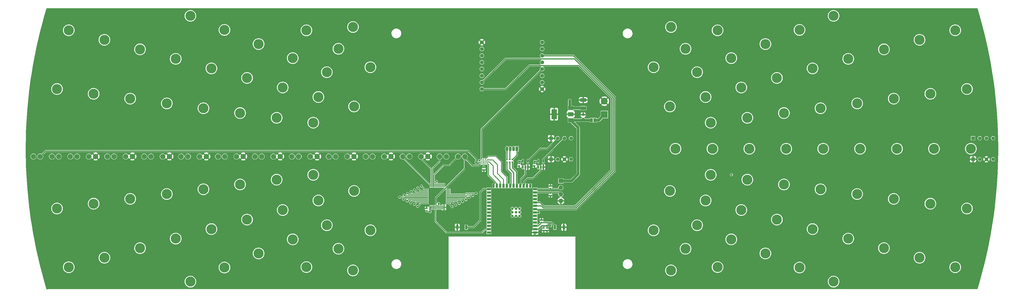
<source format=gbr>
%TF.GenerationSoftware,KiCad,Pcbnew,7.0.8*%
%TF.CreationDate,2023-11-15T20:37:27+01:00*%
%TF.ProjectId,main_board_4_jlc-3.2,6d61696e-5f62-46f6-9172-645f345f6a6c,rev?*%
%TF.SameCoordinates,Original*%
%TF.FileFunction,Copper,L1,Top*%
%TF.FilePolarity,Positive*%
%FSLAX46Y46*%
G04 Gerber Fmt 4.6, Leading zero omitted, Abs format (unit mm)*
G04 Created by KiCad (PCBNEW 7.0.8) date 2023-11-15 20:37:27*
%MOMM*%
%LPD*%
G01*
G04 APERTURE LIST*
G04 Aperture macros list*
%AMRoundRect*
0 Rectangle with rounded corners*
0 $1 Rounding radius*
0 $2 $3 $4 $5 $6 $7 $8 $9 X,Y pos of 4 corners*
0 Add a 4 corners polygon primitive as box body*
4,1,4,$2,$3,$4,$5,$6,$7,$8,$9,$2,$3,0*
0 Add four circle primitives for the rounded corners*
1,1,$1+$1,$2,$3*
1,1,$1+$1,$4,$5*
1,1,$1+$1,$6,$7*
1,1,$1+$1,$8,$9*
0 Add four rect primitives between the rounded corners*
20,1,$1+$1,$2,$3,$4,$5,0*
20,1,$1+$1,$4,$5,$6,$7,0*
20,1,$1+$1,$6,$7,$8,$9,0*
20,1,$1+$1,$8,$9,$2,$3,0*%
G04 Aperture macros list end*
%TA.AperFunction,SMDPad,CuDef*%
%ADD10RoundRect,0.135000X0.185000X-0.135000X0.185000X0.135000X-0.185000X0.135000X-0.185000X-0.135000X0*%
%TD*%
%TA.AperFunction,ComponentPad*%
%ADD11O,1.070000X1.800000*%
%TD*%
%TA.AperFunction,ComponentPad*%
%ADD12R,1.070000X1.800000*%
%TD*%
%TA.AperFunction,SMDPad,CuDef*%
%ADD13R,0.558800X0.254000*%
%TD*%
%TA.AperFunction,SMDPad,CuDef*%
%ADD14R,0.254000X0.558800*%
%TD*%
%TA.AperFunction,ComponentPad*%
%ADD15R,1.368000X1.368000*%
%TD*%
%TA.AperFunction,ComponentPad*%
%ADD16C,1.368000*%
%TD*%
%TA.AperFunction,ComponentPad*%
%ADD17C,3.800000*%
%TD*%
%TA.AperFunction,ComponentPad*%
%ADD18C,1.000000*%
%TD*%
%TA.AperFunction,SMDPad,CuDef*%
%ADD19R,1.500000X0.900000*%
%TD*%
%TA.AperFunction,SMDPad,CuDef*%
%ADD20R,0.900000X1.500000*%
%TD*%
%TA.AperFunction,SMDPad,CuDef*%
%ADD21RoundRect,0.140000X-0.170000X0.140000X-0.170000X-0.140000X0.170000X-0.140000X0.170000X0.140000X0*%
%TD*%
%TA.AperFunction,ComponentPad*%
%ADD22C,2.000000*%
%TD*%
%TA.AperFunction,SMDPad,CuDef*%
%ADD23R,2.000000X1.500000*%
%TD*%
%TA.AperFunction,SMDPad,CuDef*%
%ADD24R,2.000000X3.800000*%
%TD*%
%TA.AperFunction,SMDPad,CuDef*%
%ADD25RoundRect,0.140000X0.170000X-0.140000X0.170000X0.140000X-0.170000X0.140000X-0.170000X-0.140000X0*%
%TD*%
%TA.AperFunction,SMDPad,CuDef*%
%ADD26R,0.900000X1.700000*%
%TD*%
%TA.AperFunction,SMDPad,CuDef*%
%ADD27RoundRect,0.150000X0.150000X-0.512500X0.150000X0.512500X-0.150000X0.512500X-0.150000X-0.512500X0*%
%TD*%
%TA.AperFunction,SMDPad,CuDef*%
%ADD28R,1.000000X1.500000*%
%TD*%
%TA.AperFunction,SMDPad,CuDef*%
%ADD29RoundRect,0.250000X0.925000X-0.412500X0.925000X0.412500X-0.925000X0.412500X-0.925000X-0.412500X0*%
%TD*%
%TA.AperFunction,ComponentPad*%
%ADD30C,1.459990*%
%TD*%
%TA.AperFunction,SMDPad,CuDef*%
%ADD31RoundRect,0.225000X0.250000X-0.225000X0.250000X0.225000X-0.250000X0.225000X-0.250000X-0.225000X0*%
%TD*%
%TA.AperFunction,ComponentPad*%
%ADD32R,1.700000X1.700000*%
%TD*%
%TA.AperFunction,ComponentPad*%
%ADD33O,1.700000X1.700000*%
%TD*%
%TA.AperFunction,SMDPad,CuDef*%
%ADD34RoundRect,0.075000X-0.662500X-0.075000X0.662500X-0.075000X0.662500X0.075000X-0.662500X0.075000X0*%
%TD*%
%TA.AperFunction,SMDPad,CuDef*%
%ADD35RoundRect,0.075000X-0.075000X-0.662500X0.075000X-0.662500X0.075000X0.662500X-0.075000X0.662500X0*%
%TD*%
%TA.AperFunction,ComponentPad*%
%ADD36R,2.600000X2.600000*%
%TD*%
%TA.AperFunction,ComponentPad*%
%ADD37C,2.600000*%
%TD*%
%TA.AperFunction,ViaPad*%
%ADD38C,0.700000*%
%TD*%
%TA.AperFunction,ViaPad*%
%ADD39C,0.800000*%
%TD*%
%TA.AperFunction,ViaPad*%
%ADD40C,1.000000*%
%TD*%
%TA.AperFunction,Conductor*%
%ADD41C,0.400000*%
%TD*%
%TA.AperFunction,Conductor*%
%ADD42C,0.200000*%
%TD*%
%TA.AperFunction,Conductor*%
%ADD43C,0.500000*%
%TD*%
%TA.AperFunction,Conductor*%
%ADD44C,0.508000*%
%TD*%
%TA.AperFunction,Conductor*%
%ADD45C,0.300000*%
%TD*%
%TA.AperFunction,Conductor*%
%ADD46C,1.000000*%
%TD*%
G04 APERTURE END LIST*
D10*
%TO.P,R14,1*%
%TO.N,/LED_RED*%
X225200000Y-230080000D03*
%TO.P,R14,2*%
%TO.N,Net-(D12-RK)*%
X225200000Y-229060000D03*
%TD*%
%TO.P,R13,1*%
%TO.N,/LED_GREEN*%
X224120000Y-230080000D03*
%TO.P,R13,2*%
%TO.N,Net-(D12-GK)*%
X224120000Y-229060000D03*
%TD*%
%TO.P,R12,1*%
%TO.N,/LED_BLUE*%
X223040000Y-230080000D03*
%TO.P,R12,2*%
%TO.N,Net-(D12-BK)*%
X223040000Y-229060000D03*
%TD*%
D11*
%TO.P,D12,4,BK*%
%TO.N,Net-(D12-BK)*%
X223090000Y-225000000D03*
%TO.P,D12,3,GK*%
%TO.N,Net-(D12-GK)*%
X224360000Y-225000000D03*
%TO.P,D12,2,A*%
%TO.N,/5V*%
X225630000Y-225000000D03*
D12*
%TO.P,D12,1,RK*%
%TO.N,Net-(D12-RK)*%
X226900000Y-225000000D03*
%TD*%
D13*
%TO.P,IC2,1,VCCA*%
%TO.N,/3.3V*%
X214960071Y-230833679D03*
%TO.P,IC2,2,A1*%
%TO.N,/MOSI unbuffered*%
X214960071Y-230433629D03*
%TO.P,IC2,3,A2*%
%TO.N,/CLK unbuffered*%
X214960071Y-230033579D03*
%TO.P,IC2,4,A3*%
%TO.N,/CS1 unbuffered*%
X214960071Y-229633529D03*
%TO.P,IC2,5,A4Y*%
%TO.N,/MISO unbuffered*%
X214960071Y-229233479D03*
D14*
%TO.P,IC2,6,GND*%
%TO.N,/GND*%
X214335071Y-229258579D03*
D13*
%TO.P,IC2,7,B4*%
%TO.N,/MISO*%
X213710071Y-229233479D03*
%TO.P,IC2,8,B3Y*%
%TO.N,/CS1*%
X213710071Y-229633529D03*
%TO.P,IC2,9,B2Y*%
%TO.N,/CLK*%
X213710071Y-230033579D03*
%TO.P,IC2,10,B1Y*%
%TO.N,/MOSI*%
X213710071Y-230433629D03*
%TO.P,IC2,11,VCCB*%
%TO.N,/3.3V*%
X213710071Y-230833679D03*
D14*
%TO.P,IC2,12,OE*%
X214335071Y-230808579D03*
%TD*%
D15*
%TO.P,J7,01,01*%
%TO.N,/GND*%
X239800000Y-229000000D03*
D16*
%TO.P,J7,02,02*%
%TO.N,/5V*%
X242340000Y-229000000D03*
%TO.P,J7,03,03*%
%TO.N,/GND*%
X244880000Y-229000000D03*
%TO.P,J7,04,04*%
%TO.N,/5V*%
X247420000Y-229000000D03*
%TD*%
D17*
%TO.P,H1,1*%
%TO.N,N/C*%
X338979248Y-255540647D03*
%TD*%
%TO.P,H1,1*%
%TO.N,N/C*%
X314230038Y-236747357D03*
%TD*%
%TO.P,H1,1*%
%TO.N,N/C*%
X97497791Y-190835886D03*
%TD*%
%TO.P,H1,1*%
%TO.N,N/C*%
X328110266Y-211425276D03*
%TD*%
%TO.P,H1,1*%
%TO.N,N/C*%
X56928906Y-179965486D03*
%TD*%
%TO.P,H1,1*%
%TO.N,N/C*%
X80249050Y-244056824D03*
%TD*%
D18*
%TO.P,U34,*%
%TO.N,*%
X227900000Y-250550000D03*
X227900000Y-249150000D03*
X227900000Y-247750000D03*
X226500000Y-250550000D03*
X226500000Y-249150000D03*
X226500000Y-247750000D03*
X225100000Y-250550000D03*
X225100000Y-249150000D03*
X225100000Y-247750000D03*
D19*
%TO.P,U34,1,GND*%
%TO.N,/GND*%
X233750000Y-256870000D03*
%TO.P,U34,2,3V3*%
%TO.N,/3.3V*%
X233750000Y-255600000D03*
%TO.P,U34,3,EN*%
%TO.N,Net-(U34-EN)*%
X233750000Y-254330000D03*
%TO.P,U34,4,IO4*%
%TO.N,unconnected-(U34-IO4-Pad4)*%
X233750000Y-253060000D03*
%TO.P,U34,5,IO5*%
%TO.N,unconnected-(U34-IO5-Pad5)*%
X233750000Y-251790000D03*
%TO.P,U34,6,IO6*%
%TO.N,unconnected-(U34-IO6-Pad6)*%
X233750000Y-250520000D03*
%TO.P,U34,7,IO7*%
%TO.N,/QRE_OUT*%
X233750000Y-249250000D03*
%TO.P,U34,8,IO15*%
%TO.N,/LDC_CS*%
X233750000Y-247980000D03*
%TO.P,U34,9,IO16*%
%TO.N,/LDC_INT*%
X233750000Y-246710000D03*
%TO.P,U34,10,IO17*%
%TO.N,/LDC_CLK*%
X233750000Y-245440000D03*
%TO.P,U34,11,IO18*%
%TO.N,unconnected-(U34-IO18-Pad11)*%
X233750000Y-244170000D03*
%TO.P,U34,12,IO8*%
%TO.N,unconnected-(U34-IO8-Pad12)*%
X233750000Y-242900000D03*
%TO.P,U34,13,IO19*%
%TO.N,/USB_D-*%
X233750000Y-241630000D03*
%TO.P,U34,14,IO20*%
%TO.N,/USB_D+*%
X233750000Y-240360000D03*
D20*
%TO.P,U34,15,IO3*%
%TO.N,unconnected-(U34-IO3-Pad15)*%
X231985000Y-239110000D03*
%TO.P,U34,16,IO46*%
%TO.N,unconnected-(U34-IO46-Pad16)*%
X230715000Y-239110000D03*
%TO.P,U34,17,IO9*%
%TO.N,/LED_CLK_unbuffered*%
X229445000Y-239110000D03*
%TO.P,U34,18,IO10*%
%TO.N,/LED_DATA_unbuffered*%
X228175000Y-239110000D03*
%TO.P,U34,19,IO11*%
%TO.N,/LED_RED*%
X226905000Y-239110000D03*
%TO.P,U34,20,IO12*%
%TO.N,/LED_GREEN*%
X225635000Y-239110000D03*
%TO.P,U34,21,IO13*%
%TO.N,/LED_BLUE*%
X224365000Y-239110000D03*
%TO.P,U34,22,IO14*%
%TO.N,/MISO unbuffered*%
X223095000Y-239110000D03*
%TO.P,U34,23,IO21*%
%TO.N,/CS1 unbuffered*%
X221825000Y-239110000D03*
%TO.P,U34,24,IO47*%
%TO.N,/CLK unbuffered*%
X220555000Y-239110000D03*
%TO.P,U34,25,IO48*%
%TO.N,/MOSI unbuffered*%
X219285000Y-239110000D03*
%TO.P,U34,26,IO45*%
%TO.N,unconnected-(U34-IO45-Pad26)*%
X218015000Y-239110000D03*
D19*
%TO.P,U34,27,IO0*%
%TO.N,Net-(U34-IO0)*%
X216250000Y-240360000D03*
%TO.P,U34,28,IO35*%
%TO.N,unconnected-(U34-IO35-Pad28)*%
X216250000Y-241630000D03*
%TO.P,U34,29,IO36*%
%TO.N,unconnected-(U34-IO36-Pad29)*%
X216250000Y-242900000D03*
%TO.P,U34,30,IO37*%
%TO.N,unconnected-(U34-IO37-Pad30)*%
X216250000Y-244170000D03*
%TO.P,U34,31,IO38*%
%TO.N,unconnected-(U34-IO38-Pad31)*%
X216250000Y-245440000D03*
%TO.P,U34,32,IO39*%
%TO.N,unconnected-(U34-IO39-Pad32)*%
X216250000Y-246710000D03*
%TO.P,U34,33,IO40*%
%TO.N,unconnected-(U34-IO40-Pad33)*%
X216250000Y-247980000D03*
%TO.P,U34,34,IO41*%
%TO.N,unconnected-(U34-IO41-Pad34)*%
X216250000Y-249250000D03*
%TO.P,U34,35,IO42*%
%TO.N,unconnected-(U34-IO42-Pad35)*%
X216250000Y-250520000D03*
%TO.P,U34,36,RXD0*%
%TO.N,unconnected-(U34-RXD0-Pad36)*%
X216250000Y-251790000D03*
%TO.P,U34,37,TXD0*%
%TO.N,unconnected-(U34-TXD0-Pad37)*%
X216250000Y-253060000D03*
%TO.P,U34,38,IO2*%
%TO.N,unconnected-(U34-IO2-Pad38)*%
X216250000Y-254330000D03*
%TO.P,U34,39,IO1*%
%TO.N,/CS0*%
X216250000Y-255600000D03*
%TO.P,U34,40*%
%TO.N,N/C*%
X216250000Y-256870000D03*
%TD*%
D17*
%TO.P,H1,1*%
%TO.N,N/C*%
X147057714Y-180000000D03*
%TD*%
%TO.P,H1,1*%
%TO.N,N/C*%
X346952098Y-275514213D03*
%TD*%
D21*
%TO.P,C1,1*%
%TO.N,/3.3V*%
X238267000Y-255132100D03*
%TO.P,C1,2*%
%TO.N,/GND*%
X238267000Y-256092100D03*
%TD*%
D22*
%TO.P,H45,1,1*%
%TO.N,/3.3V*%
X158100000Y-227939000D03*
%TD*%
%TO.P,H23,1,1*%
%TO.N,/GND*%
X81100000Y-227939000D03*
%TD*%
D17*
%TO.P,H1,1*%
%TO.N,N/C*%
X124543714Y-198082819D03*
%TD*%
%TO.P,H1,1*%
%TO.N,N/C*%
X397511406Y-247711557D03*
%TD*%
%TO.P,H1,1*%
%TO.N,N/C*%
X128916529Y-264799077D03*
%TD*%
%TO.P,H1,1*%
%TO.N,N/C*%
X171306425Y-256000000D03*
%TD*%
%TO.P,H1,1*%
%TO.N,N/C*%
X355870722Y-242229457D03*
%TD*%
%TO.P,H1,1*%
%TO.N,N/C*%
X334017785Y-179843355D03*
%TD*%
%TO.P,H1,1*%
%TO.N,N/C*%
X141850842Y-190558491D03*
%TD*%
D22*
%TO.P,H57,1,1*%
%TO.N,/3.3V*%
X200100000Y-227939000D03*
%TD*%
D17*
%TO.P,H1,1*%
%TO.N,N/C*%
X121889734Y-238574724D03*
%TD*%
%TO.P,H1,1*%
%TO.N,N/C*%
X154785156Y-195916059D03*
%TD*%
D22*
%TO.P,H18,1,1*%
%TO.N,/SS4*%
X64560000Y-227939000D03*
%TD*%
D17*
%TO.P,H1,1*%
%TO.N,N/C*%
X66368822Y-204115809D03*
%TD*%
%TO.P,H1,1*%
%TO.N,N/C*%
X385000000Y-225000000D03*
%TD*%
%TO.P,H1,1*%
%TO.N,N/C*%
X159182069Y-187000000D03*
%TD*%
%TO.P,H1,1*%
%TO.N,N/C*%
X302942286Y-270000000D03*
%TD*%
D15*
%TO.P,J8,01,01*%
%TO.N,/GND*%
X399820000Y-229000000D03*
D16*
%TO.P,J8,02,02*%
%TO.N,/5V*%
X402360000Y-229000000D03*
%TO.P,J8,03,03*%
%TO.N,/GND*%
X404900000Y-229000000D03*
%TO.P,J8,04,04*%
%TO.N,/5V*%
X407440000Y-229000000D03*
%TD*%
D22*
%TO.P,H36,1,1*%
%TO.N,/SS13*%
X127560000Y-227939000D03*
%TD*%
D17*
%TO.P,H1,1*%
%TO.N,N/C*%
X284887401Y-208953219D03*
%TD*%
D23*
%TO.P,IC3,1,IN*%
%TO.N,/V_BUS*%
X247268000Y-214155000D03*
%TO.P,IC3,2,GND_1*%
%TO.N,/GND*%
X247268000Y-211855000D03*
%TO.P,IC3,3,OUT*%
%TO.N,/3.3V*%
X247268000Y-209555000D03*
D24*
%TO.P,IC3,4,GND_2*%
%TO.N,/GND*%
X240968000Y-211855000D03*
%TD*%
D17*
%TO.P,H1,1*%
%TO.N,N/C*%
X128916529Y-185200923D03*
%TD*%
%TO.P,H1,1*%
%TO.N,N/C*%
X366025171Y-187212419D03*
%TD*%
D22*
%TO.P,H15,1,1*%
%TO.N,/MISO*%
X53100000Y-227939000D03*
%TD*%
D17*
%TO.P,H1,1*%
%TO.N,N/C*%
X357000000Y-225000000D03*
%TD*%
D25*
%TO.P,C6,2*%
%TO.N,/5V*%
X227745550Y-230611579D03*
%TO.P,C6,1*%
%TO.N,/GND*%
X227745550Y-231571579D03*
%TD*%
D17*
%TO.P,H1,1*%
%TO.N,N/C*%
X154785156Y-254083941D03*
%TD*%
D22*
%TO.P,H21,1,1*%
%TO.N,/3.3V*%
X74100000Y-227939000D03*
%TD*%
%TO.P,H28,1,1*%
%TO.N,/SS9*%
X99560000Y-227939000D03*
%TD*%
D26*
%TO.P,SW2,1,1*%
%TO.N,/GND*%
X244683200Y-254845000D03*
%TO.P,SW2,2,2*%
%TO.N,Net-(U34-EN)*%
X241283200Y-254845000D03*
%TD*%
D17*
%TO.P,H1,1*%
%TO.N,N/C*%
X83974829Y-187212419D03*
%TD*%
%TO.P,H1,1*%
%TO.N,N/C*%
X383631178Y-245884191D03*
%TD*%
D22*
%TO.P,H54,1,1*%
%TO.N,/SS22*%
X190560000Y-227939000D03*
%TD*%
D17*
%TO.P,H1,1*%
%TO.N,N/C*%
X371000000Y-225000000D03*
%TD*%
D22*
%TO.P,H12,1,1*%
%TO.N,/SS1*%
X43560000Y-227939000D03*
%TD*%
D27*
%TO.P,U1,1,NC*%
%TO.N,unconnected-(U1-NC-Pad1)*%
X234949671Y-231975079D03*
%TO.P,U1,2,A*%
%TO.N,/LED_CLK_unbuffered*%
X235899671Y-231975079D03*
%TO.P,U1,3,GND*%
%TO.N,/GND*%
X236849671Y-231975079D03*
%TO.P,U1,4,Y*%
%TO.N,/LED_CLK*%
X236849671Y-229700079D03*
%TO.P,U1,5,VCC*%
%TO.N,/5V*%
X234949671Y-229700079D03*
%TD*%
D17*
%TO.P,H1,1*%
%TO.N,N/C*%
X393071094Y-270034514D03*
%TD*%
D22*
%TO.P,H46,1,1*%
%TO.N,/SS18*%
X162560000Y-227939000D03*
%TD*%
%TO.P,H16,1,1*%
%TO.N,/SS3*%
X57560000Y-227939000D03*
%TD*%
D17*
%TO.P,H1,1*%
%TO.N,N/C*%
X165112599Y-208953219D03*
%TD*%
D22*
%TO.P,H14,1,1*%
%TO.N,/SS2*%
X50560000Y-227939000D03*
%TD*%
D17*
%TO.P,H1,1*%
%TO.N,N/C*%
X328110266Y-238574724D03*
%TD*%
D25*
%TO.P,C2,1*%
%TO.N,Net-(U34-EN)*%
X236176000Y-253044100D03*
%TO.P,C2,2*%
%TO.N,/GND*%
X236176000Y-252084100D03*
%TD*%
D28*
%TO.P,JP1,1,A*%
%TO.N,/5V*%
X256452000Y-214141000D03*
%TO.P,JP1,2,B*%
%TO.N,/V_BUS*%
X255152000Y-214141000D03*
%TD*%
D22*
%TO.P,H26,1,1*%
%TO.N,/SS8*%
X92560000Y-227939000D03*
%TD*%
D17*
%TO.P,H1,1*%
%TO.N,N/C*%
X352502209Y-259164114D03*
%TD*%
D22*
%TO.P,H22,1,1*%
%TO.N,/SS6*%
X78560000Y-227939000D03*
%TD*%
%TO.P,H43,1,1*%
%TO.N,/GND*%
X151100000Y-227939000D03*
%TD*%
D17*
%TO.P,H1,1*%
%TO.N,N/C*%
X300349809Y-215080009D03*
%TD*%
%TO.P,H1,1*%
%TO.N,N/C*%
X124543714Y-251917181D03*
%TD*%
%TO.P,H1,1*%
%TO.N,N/C*%
X121889734Y-211425276D03*
%TD*%
%TO.P,H1,1*%
%TO.N,N/C*%
X103047902Y-174485787D03*
%TD*%
%TO.P,H1,1*%
%TO.N,N/C*%
X115982215Y-270156645D03*
%TD*%
D29*
%TO.P,C37,1*%
%TO.N,/3.3V*%
X251992000Y-209582500D03*
%TO.P,C37,2*%
%TO.N,/GND*%
X251992000Y-206507500D03*
%TD*%
D30*
%TO.P,J10,1,1*%
%TO.N,/GND*%
X213570000Y-184521000D03*
%TO.P,J10,2,2*%
%TO.N,unconnected-(J10-Pad2)*%
X213570000Y-187061000D03*
%TO.P,J10,3,3*%
%TO.N,unconnected-(J10-Pad3)*%
X213570000Y-189601000D03*
%TO.P,J10,4,4*%
%TO.N,unconnected-(J10-Pad4)*%
X213570000Y-192141000D03*
%TO.P,J10,5,5*%
%TO.N,unconnected-(J10-Pad5)*%
X213570000Y-194681000D03*
%TO.P,J10,6,6*%
%TO.N,unconnected-(J10-Pad6)*%
X213570000Y-197221000D03*
%TO.P,J10,7,7*%
%TO.N,/LDC_INT*%
X213570000Y-199761000D03*
%TO.P,J10,8,8*%
%TO.N,/LDC_CLK*%
X213570000Y-202301000D03*
%TD*%
D17*
%TO.P,H1,1*%
%TO.N,N/C*%
X301000000Y-225000000D03*
%TD*%
%TO.P,H1,1*%
%TO.N,N/C*%
X399000000Y-225000000D03*
%TD*%
%TO.P,H1,1*%
%TO.N,N/C*%
X308149158Y-259441509D03*
%TD*%
%TO.P,H1,1*%
%TO.N,N/C*%
X159182069Y-263000000D03*
%TD*%
D22*
%TO.P,H34,1,1*%
%TO.N,/SS12*%
X120560000Y-227939000D03*
%TD*%
D17*
%TO.P,H1,1*%
%TO.N,N/C*%
X366025171Y-262787581D03*
%TD*%
D22*
%TO.P,H48,1,1*%
%TO.N,/SS19*%
X169560000Y-227939000D03*
%TD*%
%TO.P,H31,1,1*%
%TO.N,/GND*%
X109100000Y-227939000D03*
%TD*%
D17*
%TO.P,H1,1*%
%TO.N,N/C*%
X295214844Y-254083941D03*
%TD*%
%TO.P,H1,1*%
%TO.N,N/C*%
X369750950Y-244056824D03*
%TD*%
%TO.P,H1,1*%
%TO.N,N/C*%
X149650191Y-215080009D03*
%TD*%
%TO.P,H1,1*%
%TO.N,N/C*%
X284887401Y-241046781D03*
%TD*%
D22*
%TO.P,H37,1,1*%
%TO.N,/3.3V*%
X130100000Y-227939000D03*
%TD*%
D17*
%TO.P,H1,1*%
%TO.N,N/C*%
X138066676Y-248293714D03*
%TD*%
%TO.P,H1,1*%
%TO.N,N/C*%
X298410363Y-244670247D03*
%TD*%
D22*
%TO.P,H47,1,1*%
%TO.N,/GND*%
X165100000Y-227939000D03*
%TD*%
D17*
%TO.P,H1,1*%
%TO.N,N/C*%
X311933324Y-248293714D03*
%TD*%
%TO.P,H1,1*%
%TO.N,N/C*%
X165112599Y-241046781D03*
%TD*%
%TO.P,H1,1*%
%TO.N,N/C*%
X115982215Y-179843355D03*
%TD*%
%TO.P,H1,1*%
%TO.N,N/C*%
X141850842Y-259441509D03*
%TD*%
%TO.P,H1,1*%
%TO.N,N/C*%
X97497791Y-259164114D03*
%TD*%
%TO.P,H1,1*%
%TO.N,N/C*%
X52488594Y-202288443D03*
%TD*%
%TO.P,H1,1*%
%TO.N,N/C*%
X314230038Y-213252643D03*
%TD*%
D30*
%TO.P,J9,1,1*%
%TO.N,unconnected-(J9-Pad1)*%
X236430000Y-184521000D03*
%TO.P,J9,2,2*%
%TO.N,unconnected-(J9-Pad2)*%
X236430000Y-187061000D03*
%TO.P,J9,3,3*%
%TO.N,/LDC_CS*%
X236430000Y-189601000D03*
%TO.P,J9,4,4*%
%TO.N,/CLK*%
X236430000Y-192141000D03*
%TO.P,J9,5,5*%
%TO.N,/MISO*%
X236430000Y-194681000D03*
%TO.P,J9,6,6*%
%TO.N,/MOSI*%
X236430000Y-197221000D03*
%TO.P,J9,7,7*%
%TO.N,/3.3V*%
X236430000Y-199761000D03*
%TO.P,J9,8,8*%
%TO.N,/GND*%
X236430000Y-202301000D03*
%TD*%
D17*
%TO.P,H1,1*%
%TO.N,N/C*%
X341990494Y-209597909D03*
%TD*%
D22*
%TO.P,H33,1,1*%
%TO.N,/3.3V*%
X116100000Y-227939000D03*
%TD*%
D10*
%TO.P,R3,1*%
%TO.N,/3.3V*%
X238267000Y-254155450D03*
%TO.P,R3,2*%
%TO.N,Net-(U34-EN)*%
X238267000Y-253135450D03*
%TD*%
D22*
%TO.P,H44,1,1*%
%TO.N,/SS17*%
X155560000Y-227939000D03*
%TD*%
D17*
%TO.P,H1,1*%
%TO.N,N/C*%
X52488594Y-247711557D03*
%TD*%
%TO.P,H1,1*%
%TO.N,N/C*%
X70451868Y-266411047D03*
%TD*%
D25*
%TO.P,C4,1*%
%TO.N,/USB_D+*%
X239605000Y-240145600D03*
%TO.P,C4,2*%
%TO.N,/GND*%
X239605000Y-239185600D03*
%TD*%
D22*
%TO.P,H49,1,1*%
%TO.N,/3.3V*%
X172100000Y-227939000D03*
%TD*%
%TO.P,H20,1,1*%
%TO.N,/SS5*%
X71560000Y-227939000D03*
%TD*%
%TO.P,H58,1,1*%
%TO.N,/SS24*%
X204560000Y-227939000D03*
%TD*%
D17*
%TO.P,H1,1*%
%TO.N,N/C*%
X285294854Y-271265869D03*
%TD*%
%TO.P,H1,1*%
%TO.N,N/C*%
X164705146Y-271265869D03*
%TD*%
%TO.P,H1,1*%
%TO.N,N/C*%
X308149158Y-190558491D03*
%TD*%
%TO.P,H1,1*%
%TO.N,N/C*%
X80249050Y-205943176D03*
%TD*%
%TO.P,H1,1*%
%TO.N,N/C*%
X135769962Y-236747357D03*
%TD*%
%TO.P,H1,1*%
%TO.N,N/C*%
X108009506Y-209597909D03*
%TD*%
D21*
%TO.P,C12,2*%
%TO.N,/GND*%
X214335071Y-233053579D03*
%TO.P,C12,1*%
%TO.N,/3.3V*%
X214335071Y-232093579D03*
%TD*%
D17*
%TO.P,H1,1*%
%TO.N,N/C*%
X341990494Y-240402091D03*
%TD*%
%TO.P,H1,1*%
%TO.N,N/C*%
X379548132Y-183588953D03*
%TD*%
%TO.P,H1,1*%
%TO.N,N/C*%
X321083471Y-264799077D03*
%TD*%
D31*
%TO.P,C38,1*%
%TO.N,/V_BUS*%
X251992000Y-213646000D03*
%TO.P,C38,2*%
%TO.N,/GND*%
X251992000Y-212096000D03*
%TD*%
D21*
%TO.P,C3,1*%
%TO.N,/USB_D-*%
X239595400Y-241900800D03*
%TO.P,C3,2*%
%TO.N,/GND*%
X239595400Y-242860800D03*
%TD*%
D17*
%TO.P,H1,1*%
%TO.N,N/C*%
X83974829Y-262787581D03*
%TD*%
D22*
%TO.P,H25,1,1*%
%TO.N,/3.3V*%
X88100000Y-227939000D03*
%TD*%
D17*
%TO.P,H1,1*%
%TO.N,N/C*%
X111020752Y-255540647D03*
%TD*%
%TO.P,H1,1*%
%TO.N,N/C*%
X290817931Y-263000000D03*
%TD*%
D32*
%TO.P,J1,1*%
%TO.N,/V_BUS*%
X243528000Y-237215000D03*
D33*
%TO.P,J1,2*%
%TO.N,/USB_D+*%
X243528000Y-239755000D03*
%TO.P,J1,3*%
%TO.N,/USB_D-*%
X243528000Y-242295000D03*
%TO.P,J1,4*%
%TO.N,/GND*%
X243528000Y-244835000D03*
%TD*%
D17*
%TO.P,H1,1*%
%TO.N,N/C*%
X138066676Y-201706286D03*
%TD*%
D22*
%TO.P,H24,1,1*%
%TO.N,/SS7*%
X85560000Y-227939000D03*
%TD*%
%TO.P,H40,1,1*%
%TO.N,/SS15*%
X141560000Y-227939000D03*
%TD*%
D17*
%TO.P,H1,1*%
%TO.N,N/C*%
X149650191Y-234919991D03*
%TD*%
%TO.P,H1,1*%
%TO.N,N/C*%
X151589637Y-244670247D03*
%TD*%
%TO.P,H1,1*%
%TO.N,N/C*%
X56928906Y-270034514D03*
%TD*%
D22*
%TO.P,H50,1,1*%
%TO.N,/SS20*%
X176560000Y-227939000D03*
%TD*%
D17*
%TO.P,H1,1*%
%TO.N,N/C*%
X315000000Y-225000000D03*
%TD*%
%TO.P,H1,1*%
%TO.N,N/C*%
X94129278Y-242229457D03*
%TD*%
%TO.P,H1,1*%
%TO.N,N/C*%
X325456286Y-198082819D03*
%TD*%
D22*
%TO.P,H35,1,1*%
%TO.N,/GND*%
X123100000Y-227939000D03*
%TD*%
D17*
%TO.P,H1,1*%
%TO.N,N/C*%
X355870722Y-207770543D03*
%TD*%
D25*
%TO.P,C5,2*%
%TO.N,/5V*%
X233585200Y-230590600D03*
%TO.P,C5,1*%
%TO.N,/GND*%
X233585200Y-231550600D03*
%TD*%
D21*
%TO.P,C36,1*%
%TO.N,/3.3V*%
X237065000Y-255132100D03*
%TO.P,C36,2*%
%TO.N,/GND*%
X237065000Y-256092100D03*
%TD*%
D22*
%TO.P,H41,1,1*%
%TO.N,/3.3V*%
X144100000Y-227939000D03*
%TD*%
D17*
%TO.P,H1,1*%
%TO.N,N/C*%
X278693575Y-194000000D03*
%TD*%
%TO.P,H1,1*%
%TO.N,N/C*%
X290817931Y-187000000D03*
%TD*%
%TO.P,H1,1*%
%TO.N,N/C*%
X346952098Y-174485787D03*
%TD*%
D22*
%TO.P,H29,1,1*%
%TO.N,/3.3V*%
X102100000Y-227939000D03*
%TD*%
%TO.P,H13,1,1*%
%TO.N,/CLK*%
X46100000Y-227939000D03*
%TD*%
D17*
%TO.P,H1,1*%
%TO.N,N/C*%
X383631178Y-204115809D03*
%TD*%
D25*
%TO.P,C34,1*%
%TO.N,/3.3V*%
X192683000Y-248621000D03*
%TO.P,C34,2*%
%TO.N,/GND*%
X192683000Y-247661000D03*
%TD*%
D17*
%TO.P,H1,1*%
%TO.N,N/C*%
X66368822Y-245884191D03*
%TD*%
D22*
%TO.P,H38,1,1*%
%TO.N,/SS14*%
X134560000Y-227939000D03*
%TD*%
D17*
%TO.P,H1,1*%
%TO.N,N/C*%
X300349809Y-234919991D03*
%TD*%
%TO.P,H1,1*%
%TO.N,N/C*%
X111020752Y-194459353D03*
%TD*%
D22*
%TO.P,H53,1,1*%
%TO.N,/3.3V*%
X186100000Y-227939000D03*
%TD*%
D15*
%TO.P,J6,01,01*%
%TO.N,/5V*%
X399820000Y-221000000D03*
D16*
%TO.P,J6,02,02*%
%TO.N,unconnected-(J6-Pad02)*%
X402360000Y-221000000D03*
%TO.P,J6,03,03*%
%TO.N,unconnected-(J6-Pad03)*%
X404900000Y-221000000D03*
%TO.P,J6,04,04*%
%TO.N,/5V*%
X407440000Y-221000000D03*
%TD*%
D17*
%TO.P,H1,1*%
%TO.N,N/C*%
X369750950Y-205943176D03*
%TD*%
%TO.P,H1,1*%
%TO.N,N/C*%
X164705146Y-178734131D03*
%TD*%
%TO.P,H1,1*%
%TO.N,N/C*%
X393071094Y-179965486D03*
%TD*%
D22*
%TO.P,H55,1,1*%
%TO.N,/GND*%
X193100000Y-227939000D03*
%TD*%
D17*
%TO.P,H1,1*%
%TO.N,N/C*%
X397511406Y-202288443D03*
%TD*%
D22*
%TO.P,H59,1,1*%
%TO.N,/MOSI*%
X207100000Y-227939000D03*
%TD*%
D26*
%TO.P,SW1,1,1*%
%TO.N,/GND*%
X204250000Y-254845000D03*
%TO.P,SW1,2,2*%
%TO.N,Net-(U34-IO0)*%
X207650000Y-254845000D03*
%TD*%
D17*
%TO.P,H1,1*%
%TO.N,N/C*%
X171306425Y-194000000D03*
%TD*%
%TO.P,H1,1*%
%TO.N,N/C*%
X147057714Y-270000000D03*
%TD*%
D27*
%TO.P,U2,1,NC*%
%TO.N,unconnected-(U2-NC-Pad1)*%
X229107671Y-231975079D03*
%TO.P,U2,2,A*%
%TO.N,/LED_DATA_unbuffered*%
X230057671Y-231975079D03*
%TO.P,U2,3,GND*%
%TO.N,/GND*%
X231007671Y-231975079D03*
%TO.P,U2,4,Y*%
%TO.N,/LED_DATA*%
X231007671Y-229700079D03*
%TO.P,U2,5,VCC*%
%TO.N,/5V*%
X229107671Y-229700079D03*
%TD*%
D17*
%TO.P,H1,1*%
%TO.N,N/C*%
X295214844Y-195916059D03*
%TD*%
%TO.P,H1,1*%
%TO.N,N/C*%
X302942286Y-180000000D03*
%TD*%
D22*
%TO.P,H19,1,1*%
%TO.N,/GND*%
X67100000Y-227939000D03*
%TD*%
D17*
%TO.P,H1,1*%
%TO.N,N/C*%
X352502209Y-190835886D03*
%TD*%
%TO.P,H1,1*%
%TO.N,N/C*%
X135769962Y-213252643D03*
%TD*%
%TO.P,H1,1*%
%TO.N,N/C*%
X379548132Y-266411047D03*
%TD*%
%TO.P,H1,1*%
%TO.N,N/C*%
X321083471Y-185200923D03*
%TD*%
%TO.P,H1,1*%
%TO.N,N/C*%
X334017785Y-270156645D03*
%TD*%
D22*
%TO.P,H27,1,1*%
%TO.N,/GND*%
X95100000Y-227939000D03*
%TD*%
%TO.P,H39,1,1*%
%TO.N,/GND*%
X137100000Y-227939000D03*
%TD*%
D15*
%TO.P,J5,01,01*%
%TO.N,/GND*%
X239800000Y-221000000D03*
D16*
%TO.P,J5,02,02*%
%TO.N,/LED_DATA*%
X242340000Y-221000000D03*
%TO.P,J5,03,03*%
%TO.N,/LED_CLK*%
X244880000Y-221000000D03*
%TO.P,J5,04,04*%
%TO.N,/5V*%
X247420000Y-221000000D03*
%TD*%
D17*
%TO.P,H1,1*%
%TO.N,N/C*%
X298410363Y-205329753D03*
%TD*%
%TO.P,H1,1*%
%TO.N,N/C*%
X94129278Y-207770543D03*
%TD*%
%TO.P,H1,1*%
%TO.N,N/C*%
X108009506Y-240402091D03*
%TD*%
%TO.P,H1,1*%
%TO.N,N/C*%
X311933324Y-201706286D03*
%TD*%
%TO.P,H1,1*%
%TO.N,N/C*%
X325456286Y-251917181D03*
%TD*%
%TO.P,H1,1*%
%TO.N,N/C*%
X70451868Y-183588953D03*
%TD*%
D22*
%TO.P,H32,1,1*%
%TO.N,/SS11*%
X113560000Y-227939000D03*
%TD*%
%TO.P,H52,1,1*%
%TO.N,/SS21*%
X183560000Y-227939000D03*
%TD*%
%TO.P,H30,1,1*%
%TO.N,/SS10*%
X106560000Y-227939000D03*
%TD*%
D17*
%TO.P,H1,1*%
%TO.N,N/C*%
X329000000Y-225000000D03*
%TD*%
D22*
%TO.P,H17,1,1*%
%TO.N,/3.3V*%
X60100000Y-227939000D03*
%TD*%
D17*
%TO.P,H1,1*%
%TO.N,N/C*%
X338979248Y-194459353D03*
%TD*%
D22*
%TO.P,H51,1,1*%
%TO.N,/GND*%
X179100000Y-227939000D03*
%TD*%
%TO.P,H56,1,1*%
%TO.N,/SS23*%
X197560000Y-227939000D03*
%TD*%
D17*
%TO.P,H1,1*%
%TO.N,N/C*%
X278693575Y-256000000D03*
%TD*%
%TO.P,H1,1*%
%TO.N,N/C*%
X103047902Y-275514213D03*
%TD*%
%TO.P,H1,1*%
%TO.N,N/C*%
X287000000Y-225000000D03*
%TD*%
%TO.P,H1,1*%
%TO.N,N/C*%
X151589637Y-205329753D03*
%TD*%
%TO.P,H1,1*%
%TO.N,N/C*%
X285294854Y-178734131D03*
%TD*%
%TO.P,H1,1*%
%TO.N,N/C*%
X343000000Y-225000000D03*
%TD*%
D22*
%TO.P,H42,1,1*%
%TO.N,/SS16*%
X148560000Y-227939000D03*
%TD*%
D34*
%TO.P,IC1,1,S12*%
%TO.N,/SS20*%
X192499452Y-240348000D03*
%TO.P,IC1,2,S11*%
%TO.N,/SS19*%
X192499452Y-240848000D03*
%TO.P,IC1,3,S10*%
%TO.N,/SS18*%
X192499452Y-241348000D03*
%TO.P,IC1,4,S9*%
%TO.N,/SS17*%
X192499452Y-241848000D03*
%TO.P,IC1,5,S8*%
%TO.N,/SS16*%
X192499452Y-242348000D03*
%TO.P,IC1,6,S7*%
%TO.N,/SS15*%
X192499452Y-242848000D03*
%TO.P,IC1,7,S6*%
%TO.N,/SS14*%
X192499452Y-243348000D03*
%TO.P,IC1,8,S5*%
%TO.N,/SS13*%
X192499452Y-243848000D03*
%TO.P,IC1,9,S4*%
%TO.N,/SS12*%
X192499452Y-244348000D03*
%TO.P,IC1,10,S3*%
%TO.N,/SS11*%
X192499452Y-244848000D03*
%TO.P,IC1,11,S2*%
%TO.N,/SS10*%
X192499452Y-245348000D03*
%TO.P,IC1,12,S1*%
%TO.N,/SS9*%
X192499452Y-245848000D03*
D35*
%TO.P,IC1,13,VDD_1*%
%TO.N,/3.3V*%
X193911952Y-247260500D03*
%TO.P,IC1,14,VDD_2*%
X194411952Y-247260500D03*
%TO.P,IC1,15,NC_1*%
%TO.N,unconnected-(IC1-NC_1-Pad15)*%
X194911952Y-247260500D03*
%TO.P,IC1,16,NC_2*%
%TO.N,unconnected-(IC1-NC_2-Pad16)*%
X195411952Y-247260500D03*
%TO.P,IC1,17,~{SYNC}*%
%TO.N,/CS0*%
X195911952Y-247260500D03*
%TO.P,IC1,18,DIN*%
%TO.N,/MOSI*%
X196411952Y-247260500D03*
%TO.P,IC1,19,SCLK*%
%TO.N,/CLK*%
X196911952Y-247260500D03*
%TO.P,IC1,20,NC_3*%
%TO.N,unconnected-(IC1-NC_3-Pad20)*%
X197411952Y-247260500D03*
%TO.P,IC1,21,NC_4*%
%TO.N,unconnected-(IC1-NC_4-Pad21)*%
X197911952Y-247260500D03*
%TO.P,IC1,22,NC_5*%
%TO.N,unconnected-(IC1-NC_5-Pad22)*%
X198411952Y-247260500D03*
%TO.P,IC1,23,GND*%
%TO.N,/GND*%
X198911952Y-247260500D03*
%TO.P,IC1,24,VSS*%
X199411952Y-247260500D03*
D34*
%TO.P,IC1,25,S17*%
%TO.N,/SS8*%
X200824452Y-245848000D03*
%TO.P,IC1,26,S18*%
%TO.N,/SS7*%
X200824452Y-245348000D03*
%TO.P,IC1,27,S19*%
%TO.N,/SS6*%
X200824452Y-244848000D03*
%TO.P,IC1,28,S20*%
%TO.N,/SS5*%
X200824452Y-244348000D03*
%TO.P,IC1,29,S21*%
%TO.N,/SS4*%
X200824452Y-243848000D03*
%TO.P,IC1,30,S22*%
%TO.N,/SS3*%
X200824452Y-243348000D03*
%TO.P,IC1,31,S23*%
%TO.N,/SS2*%
X200824452Y-242848000D03*
%TO.P,IC1,32,S24*%
%TO.N,/SS1*%
X200824452Y-242348000D03*
%TO.P,IC1,33,S25*%
%TO.N,/SS25*%
X200824452Y-241848000D03*
%TO.P,IC1,34,S26*%
%TO.N,/SS26*%
X200824452Y-241348000D03*
%TO.P,IC1,35,S27*%
%TO.N,/SS27*%
X200824452Y-240848000D03*
%TO.P,IC1,36,S28*%
%TO.N,/SS28*%
X200824452Y-240348000D03*
D35*
%TO.P,IC1,37,S29*%
%TO.N,/SS29*%
X199411952Y-238935500D03*
%TO.P,IC1,38,S30*%
%TO.N,/SS30*%
X198911952Y-238935500D03*
%TO.P,IC1,39,S31*%
%TO.N,/SS31*%
X198411952Y-238935500D03*
%TO.P,IC1,40,S32*%
%TO.N,/SS32*%
X197911952Y-238935500D03*
%TO.P,IC1,41,NC_6*%
%TO.N,unconnected-(IC1-NC_6-Pad41)*%
X197411952Y-238935500D03*
%TO.P,IC1,42,NC_7*%
%TO.N,unconnected-(IC1-NC_7-Pad42)*%
X196911952Y-238935500D03*
%TO.P,IC1,43,D*%
%TO.N,/CS1*%
X196411952Y-238935500D03*
%TO.P,IC1,44,NC_8*%
%TO.N,unconnected-(IC1-NC_8-Pad44)*%
X195911952Y-238935500D03*
%TO.P,IC1,45,S16*%
%TO.N,/SS24*%
X195411952Y-238935500D03*
%TO.P,IC1,46,S15*%
%TO.N,/SS23*%
X194911952Y-238935500D03*
%TO.P,IC1,47,S14*%
%TO.N,/SS22*%
X194411952Y-238935500D03*
%TO.P,IC1,48,S13*%
%TO.N,/SS21*%
X193911952Y-238935500D03*
%TD*%
D36*
%TO.P,J11,1,Pin_1*%
%TO.N,/5V*%
X260000000Y-212000000D03*
D37*
%TO.P,J11,2,Pin_2*%
%TO.N,/GND*%
X260000000Y-206920000D03*
%TD*%
D38*
%TO.N,/GND*%
X218319800Y-226905000D03*
X219310400Y-227082800D03*
X220097800Y-227692400D03*
X220859800Y-228429000D03*
X221596400Y-229165600D03*
X222002800Y-230054600D03*
X222053600Y-231172200D03*
X222053600Y-232315200D03*
X222282200Y-233509000D03*
X223069600Y-234372600D03*
X223806200Y-235210800D03*
X223806200Y-236480800D03*
X223780800Y-237750800D03*
X214335071Y-234097579D03*
D39*
X227720150Y-232421179D03*
D38*
X212607871Y-228650276D03*
X196453471Y-236625876D03*
%TO.N,/CS1*%
X196453471Y-237450379D03*
D39*
%TO.N,/CLK*%
X197215471Y-245832379D03*
D38*
%TO.N,/GND*%
X210500282Y-230273752D03*
D39*
%TO.N,/CLK*%
X211374639Y-230257800D03*
D38*
%TO.N,/CS1*%
X212607871Y-229474779D03*
%TO.N,/GND*%
X214335071Y-228204779D03*
D39*
X233585200Y-232414200D03*
D38*
X235812000Y-257979000D03*
X204062000Y-257979000D03*
X249426400Y-267453200D03*
X209142000Y-257979000D03*
X200556800Y-259884000D03*
X200556800Y-275124000D03*
X200556800Y-266234000D03*
X249426400Y-277613200D03*
X210412000Y-257979000D03*
X229462000Y-257979000D03*
X240892000Y-257979000D03*
X238352000Y-257979000D03*
X234542000Y-257979000D03*
X249426400Y-273803200D03*
X219302000Y-257979000D03*
X200556800Y-277664000D03*
X247242000Y-257979000D03*
X216762000Y-257979000D03*
X200556800Y-258614000D03*
X221842000Y-257979000D03*
X237082000Y-257979000D03*
X207872000Y-257979000D03*
X201522000Y-257979000D03*
X220572000Y-257979000D03*
X200556800Y-261154000D03*
X244702000Y-257979000D03*
X243432000Y-257979000D03*
X249426400Y-272533200D03*
X223112000Y-257979000D03*
X200556800Y-276394000D03*
X249426400Y-259833200D03*
X249426400Y-262373200D03*
X249426400Y-276343200D03*
X249426400Y-268723200D03*
D39*
X219843800Y-196069400D03*
D38*
X233272000Y-257979000D03*
X200556800Y-267504000D03*
X200556800Y-270044000D03*
D39*
X198139974Y-245832379D03*
D38*
X214222000Y-257979000D03*
X206602000Y-257979000D03*
X242162000Y-257979000D03*
X249426400Y-269993200D03*
X202792000Y-257979000D03*
X249426400Y-263643200D03*
X205332000Y-257979000D03*
X249426400Y-258563200D03*
X200556800Y-273854000D03*
X200556800Y-262424000D03*
X232002000Y-257979000D03*
X213331800Y-254397600D03*
X215492000Y-257979000D03*
X226922000Y-257979000D03*
X228192000Y-257979000D03*
X249426400Y-264913200D03*
X249426400Y-266183200D03*
X211682000Y-257979000D03*
X218032000Y-257979000D03*
X230732000Y-257979000D03*
X224382000Y-257979000D03*
X200556800Y-268774000D03*
X200556800Y-264964000D03*
D39*
X199161952Y-248977600D03*
D38*
X239622000Y-257979000D03*
X212952000Y-257979000D03*
D39*
X235100000Y-250174503D03*
X223679200Y-198177600D03*
D38*
X200556800Y-272584000D03*
X225652000Y-257979000D03*
X245972000Y-257979000D03*
X200556800Y-271314000D03*
X249426400Y-261103200D03*
X248512000Y-257979000D03*
X249426400Y-275073200D03*
X249426400Y-271263200D03*
X200556800Y-263694000D03*
D40*
%TO.N,/3.3V*%
X246912000Y-207814000D03*
X246910600Y-206645600D03*
D39*
X239605000Y-254278100D03*
X308184997Y-234907000D03*
X193953000Y-248939000D03*
%TO.N,/SS12*%
X185249000Y-244837400D03*
%TO.N,/SS11*%
X186569800Y-245548600D03*
%TO.N,/SS10*%
X188017600Y-246183600D03*
%TO.N,/SS9*%
X189262200Y-246920200D03*
%TO.N,/SS8*%
X202261952Y-246998000D03*
%TO.N,/SS7*%
X203661952Y-246398000D03*
%TO.N,/SS6*%
X205000000Y-245798000D03*
%TO.N,/SS5*%
X206270000Y-245098000D03*
%TO.N,/SS4*%
X207540000Y-244359000D03*
%TO.N,/SS3*%
X208810000Y-243470000D03*
%TO.N,/SS2*%
X210161952Y-242749500D03*
%TO.N,/SS1*%
X211461952Y-241898000D03*
%TO.N,/SS17*%
X186747600Y-241256000D03*
%TO.N,/SS18*%
X188068400Y-240595600D03*
%TO.N,/SS19*%
X189338400Y-239884400D03*
%TO.N,/SS20*%
X190659200Y-239173200D03*
%TO.N,/SS16*%
X185452200Y-241967200D03*
%TO.N,/SS15*%
X184094000Y-242538000D03*
%TO.N,/SS14*%
X182455000Y-243415000D03*
%TO.N,/SS13*%
X183852000Y-244177000D03*
%TO.N,/5V*%
X233585200Y-229800600D03*
X227745550Y-229821579D03*
%TO.N,/QRE_OUT*%
X235100000Y-249250000D03*
%TD*%
D41*
%TO.N,/LED_CLK_unbuffered*%
X229445000Y-239110000D02*
X229699000Y-238856000D01*
X229699000Y-238856000D02*
X229699000Y-237420600D01*
X229699000Y-237420600D02*
X230837621Y-236281979D01*
X235899671Y-233310179D02*
X235899671Y-231975079D01*
X230837621Y-236281979D02*
X232927871Y-236281979D01*
X232927871Y-236281979D02*
X235899671Y-233310179D01*
%TO.N,/LED_DATA_unbuffered*%
X228175000Y-239110000D02*
X228429000Y-238856000D01*
X228429000Y-238856000D02*
X228429000Y-236557000D01*
X228429000Y-236557000D02*
X230057671Y-234928329D01*
X230057671Y-234928329D02*
X230057671Y-231975079D01*
%TO.N,/5V*%
X233458200Y-229814600D02*
X234835150Y-229814600D01*
X234835150Y-229814600D02*
X234949671Y-229700079D01*
X227745550Y-229821579D02*
X228986171Y-229821579D01*
%TO.N,/LED_GREEN*%
X224120000Y-230080000D02*
X224120000Y-232578200D01*
X224120000Y-232578200D02*
X225635000Y-234093200D01*
X225635000Y-234093200D02*
X225635000Y-239110000D01*
%TO.N,/LED_RED*%
X225200000Y-230080000D02*
X225200000Y-232235800D01*
X225200000Y-232235800D02*
X226701800Y-233737600D01*
X226701800Y-233737600D02*
X226701800Y-238906800D01*
X226701800Y-238906800D02*
X226905000Y-239110000D01*
%TO.N,/LED_BLUE*%
X224365000Y-239110000D02*
X224568200Y-238906800D01*
X224568200Y-238906800D02*
X224568200Y-234321800D01*
X224568200Y-234321800D02*
X223040000Y-232793600D01*
X223040000Y-232793600D02*
X223040000Y-230080000D01*
%TO.N,Net-(D12-BK)*%
X223040000Y-229060000D02*
X223040000Y-225050000D01*
X223040000Y-225050000D02*
X223090000Y-225000000D01*
%TO.N,Net-(D12-GK)*%
X224120000Y-229060000D02*
X224120000Y-225240000D01*
X224120000Y-225240000D02*
X224360000Y-225000000D01*
%TO.N,Net-(D12-RK)*%
X225200000Y-229060000D02*
X226900000Y-227360000D01*
X226900000Y-227360000D02*
X226900000Y-225000000D01*
%TO.N,/CLK*%
X211374639Y-230257800D02*
X211374639Y-228779639D01*
X211374639Y-228779639D02*
X208462979Y-225867979D01*
X208462979Y-225867979D02*
X48171021Y-225867979D01*
X48171021Y-225867979D02*
X46100000Y-227939000D01*
X212857200Y-230257800D02*
X212860000Y-230255000D01*
X211374639Y-230257800D02*
X212857200Y-230257800D01*
D42*
%TO.N,/MOSI*%
X212833400Y-230969000D02*
X213368771Y-230433629D01*
X213368771Y-230433629D02*
X213710071Y-230433629D01*
%TO.N,/CLK*%
X212860000Y-230255000D02*
X212931421Y-230255000D01*
X212931421Y-230255000D02*
X213152842Y-230033579D01*
X213152842Y-230033579D02*
X213710071Y-230033579D01*
D41*
%TO.N,/MOSI*%
X212346421Y-231455979D02*
X210118671Y-231455979D01*
X207100000Y-228437308D02*
X207100000Y-227939000D01*
X212833400Y-230969000D02*
X212346421Y-231455979D01*
X210118671Y-231455979D02*
X207100000Y-228437308D01*
D43*
%TO.N,/3.3V*%
X236371000Y-254312100D02*
X238110350Y-254312100D01*
X238110350Y-254312100D02*
X238267000Y-254155450D01*
D41*
%TO.N,Net-(U34-EN)*%
X236176000Y-253011100D02*
X239885300Y-253011100D01*
X239885300Y-253011100D02*
X241283200Y-254409000D01*
X241283200Y-254409000D02*
X241283200Y-254845000D01*
D44*
%TO.N,/3.3V*%
X236371000Y-254312100D02*
X235083100Y-255600000D01*
X235083100Y-255600000D02*
X233750000Y-255600000D01*
D41*
%TO.N,Net-(U34-EN)*%
X236176000Y-253044100D02*
X234890100Y-254330000D01*
X234890100Y-254330000D02*
X233750000Y-254330000D01*
%TO.N,/QRE_OUT*%
X235100000Y-249250000D02*
X233750000Y-249250000D01*
%TO.N,/LDC_CS*%
X233750000Y-247980000D02*
X233814000Y-248044000D01*
X233814000Y-248044000D02*
X249454000Y-248044000D01*
X249454000Y-248044000D02*
X263989000Y-233509000D01*
X263989000Y-233509000D02*
X263989000Y-205315000D01*
X263989000Y-205315000D02*
X248275000Y-189601000D01*
X248275000Y-189601000D02*
X236430000Y-189601000D01*
%TO.N,/LDC_INT*%
X233750000Y-246710000D02*
X236082472Y-246710000D01*
X248662472Y-190837000D02*
X222494000Y-190837000D01*
X236082472Y-246710000D02*
X236816472Y-247444000D01*
X236816472Y-247444000D02*
X249205472Y-247444000D01*
X263389000Y-205563528D02*
X248662472Y-190837000D01*
X249205472Y-247444000D02*
X263389000Y-233260472D01*
X263389000Y-233260472D02*
X263389000Y-205563528D01*
X222494000Y-190837000D02*
X213570000Y-199761000D01*
%TO.N,/LDC_CLK*%
X233750000Y-245440000D02*
X235661000Y-245440000D01*
X235661000Y-245440000D02*
X237065000Y-246844000D01*
X237065000Y-246844000D02*
X248956944Y-246844000D01*
X248956944Y-246844000D02*
X262789000Y-233011944D01*
X262789000Y-233011944D02*
X262789000Y-205812056D01*
X262789000Y-205812056D02*
X250353944Y-193377000D01*
X250353944Y-193377000D02*
X231553200Y-193377000D01*
X231553200Y-193377000D02*
X222629200Y-202301000D01*
X222629200Y-202301000D02*
X213570000Y-202301000D01*
%TO.N,/USB_D-*%
X233750000Y-241630000D02*
X242773000Y-241630000D01*
X242773000Y-241630000D02*
X243669000Y-242526000D01*
%TO.N,/USB_D+*%
X243528000Y-239755000D02*
X242923000Y-240360000D01*
X242923000Y-240360000D02*
X233750000Y-240360000D01*
D45*
%TO.N,/CLK unbuffered*%
X215605071Y-230033579D02*
X216368379Y-230033579D01*
X216368379Y-230033579D02*
X217862600Y-231527800D01*
X217862600Y-231527800D02*
X217862600Y-234753600D01*
X220555000Y-237446000D02*
X220555000Y-239110000D01*
X217862600Y-234753600D02*
X220555000Y-237446000D01*
%TO.N,/MISO unbuffered*%
X223095000Y-239110000D02*
X223095000Y-235744200D01*
X216062271Y-227849179D02*
X215046271Y-228865179D01*
X223095000Y-235744200D02*
X221037600Y-233686800D01*
X221037600Y-233686800D02*
X221037600Y-230030508D01*
X221037600Y-230030508D02*
X218856271Y-227849179D01*
X218856271Y-227849179D02*
X216062271Y-227849179D01*
%TO.N,/CS1 unbuffered*%
X215605071Y-229271579D02*
X217689179Y-229271579D01*
X217689179Y-229271579D02*
X219488200Y-231070600D01*
X219488200Y-231070600D02*
X219488200Y-234398000D01*
X219488200Y-234398000D02*
X221825000Y-236734800D01*
X221825000Y-236734800D02*
X221825000Y-239110000D01*
%TO.N,/MOSI unbuffered*%
X219285000Y-239110000D02*
X219285000Y-238208000D01*
X219285000Y-238208000D02*
X216084600Y-235007600D01*
X216084600Y-235007600D02*
X216084600Y-231021108D01*
X216084600Y-231021108D02*
X215605071Y-230541579D01*
%TO.N,/CS0*%
X195911952Y-247260500D02*
X195911952Y-252598000D01*
X195911952Y-252598000D02*
X200161952Y-256848000D01*
X200161952Y-256848000D02*
X213565000Y-256848000D01*
X213565000Y-256848000D02*
X214813000Y-255600000D01*
X214813000Y-255600000D02*
X216250000Y-255600000D01*
D41*
%TO.N,Net-(U34-IO0)*%
X207650000Y-254845000D02*
X210395000Y-254845000D01*
X210395000Y-254845000D02*
X212935000Y-252305000D01*
X212935000Y-241510000D02*
X214085000Y-240360000D01*
X212935000Y-252305000D02*
X212935000Y-241510000D01*
X214085000Y-240360000D02*
X216250000Y-240360000D01*
D42*
%TO.N,/CS1 unbuffered*%
X215605071Y-229271579D02*
X215605071Y-229313077D01*
X215605071Y-229313077D02*
X215284619Y-229633529D01*
X215284619Y-229633529D02*
X214960071Y-229633529D01*
%TO.N,/3.3V*%
X214335071Y-230808579D02*
X214335071Y-231405179D01*
D41*
X214335071Y-232093579D02*
X214335071Y-231405179D01*
%TO.N,/LED_DATA*%
X231007671Y-229700079D02*
X235703371Y-225004379D01*
X235703371Y-225004379D02*
X238335621Y-225004379D01*
X238335621Y-225004379D02*
X242340000Y-221000000D01*
%TO.N,/LED_CLK*%
X236849671Y-229700079D02*
X236849671Y-229030329D01*
X236849671Y-229030329D02*
X244880000Y-221000000D01*
%TO.N,/5V*%
X234828171Y-229821579D02*
X234949671Y-229700079D01*
X228986171Y-229821579D02*
X229107671Y-229700079D01*
D42*
%TO.N,/CS1*%
X212607871Y-229474779D02*
X213115871Y-229474779D01*
X213115871Y-229474779D02*
X213274621Y-229633529D01*
X213274621Y-229633529D02*
X213710071Y-229633529D01*
X196453471Y-237450379D02*
X196411952Y-237491898D01*
X196411952Y-237491898D02*
X196411952Y-238935500D01*
X196411952Y-237856779D02*
X196411952Y-237491898D01*
D45*
%TO.N,/CLK*%
X196911952Y-247260500D02*
X196911952Y-246491498D01*
X197215471Y-246187979D02*
X197215471Y-245832379D01*
X196911952Y-246491498D02*
X197215471Y-246187979D01*
D42*
%TO.N,/CS1*%
X212607871Y-229474779D02*
X212607871Y-229627179D01*
X212607871Y-229627179D02*
X212614221Y-229633529D01*
D41*
%TO.N,/CLK*%
X211388671Y-230185979D02*
X211388671Y-230185979D01*
D42*
%TO.N,/MISO*%
X213710071Y-229233479D02*
X213471471Y-228994879D01*
X213471471Y-228994879D02*
X213471471Y-228712779D01*
D41*
X213471471Y-228712779D02*
X213471471Y-217639529D01*
X213471471Y-217639529D02*
X236430000Y-194681000D01*
D42*
%TO.N,/GND*%
X214335071Y-229258579D02*
X214335071Y-228204779D01*
%TO.N,/3.3V*%
X214960071Y-230833679D02*
X214360171Y-230833679D01*
X214360171Y-230833679D02*
X214335071Y-230808579D01*
X213710071Y-230833679D02*
X214309971Y-230833679D01*
X214309971Y-230833679D02*
X214335071Y-230808579D01*
%TO.N,/MISO unbuffered*%
X214960071Y-229233479D02*
X214960071Y-228951379D01*
X214960071Y-228951379D02*
X215046271Y-228865179D01*
%TO.N,/CLK unbuffered*%
X214960071Y-230033579D02*
X215605071Y-230033579D01*
%TO.N,/MOSI unbuffered*%
X214960071Y-230433629D02*
X215497121Y-230433629D01*
X215497121Y-230433629D02*
X215605071Y-230541579D01*
D45*
%TO.N,/GND*%
X198911952Y-247198000D02*
X199411952Y-247198000D01*
D43*
%TO.N,/3.3V*%
X193911952Y-247198000D02*
X193911952Y-248897952D01*
D46*
X246910600Y-209197600D02*
X247268000Y-209555000D01*
D41*
X238267000Y-255165100D02*
X238267000Y-254439100D01*
X237065000Y-255165100D02*
X237065000Y-254312100D01*
D45*
X193953000Y-248939000D02*
X193064000Y-248939000D01*
X193064000Y-248939000D02*
X192683000Y-248558000D01*
X192683000Y-248558000D02*
X192683000Y-248501000D01*
D43*
X193911952Y-248897952D02*
X193953000Y-248939000D01*
D46*
X246910600Y-206645600D02*
X246910600Y-209197600D01*
D43*
X238140000Y-254312100D02*
X239571000Y-254312100D01*
D45*
X193911952Y-247198000D02*
X194311952Y-247198000D01*
D46*
X247268000Y-209555000D02*
X251913500Y-209555000D01*
D45*
%TO.N,/SS12*%
X185249000Y-244837400D02*
X185738400Y-244348000D01*
X185738400Y-244348000D02*
X192561952Y-244348000D01*
%TO.N,/SS11*%
X187270400Y-244848000D02*
X192561952Y-244848000D01*
X186569800Y-245548600D02*
X187270400Y-244848000D01*
%TO.N,/SS10*%
X188853200Y-245348000D02*
X192561952Y-245348000D01*
X188017600Y-246183600D02*
X188853200Y-245348000D01*
%TO.N,/SS9*%
X189262200Y-246920200D02*
X190334400Y-245848000D01*
X190334400Y-245848000D02*
X192561952Y-245848000D01*
%TO.N,/SS8*%
X201111952Y-245848000D02*
X200761952Y-245848000D01*
X202261952Y-246998000D02*
X201111952Y-245848000D01*
%TO.N,/SS7*%
X203661952Y-246398000D02*
X202611952Y-245348000D01*
X202611952Y-245348000D02*
X200761952Y-245348000D01*
%TO.N,/SS6*%
X205000000Y-245798000D02*
X204050000Y-244848000D01*
X204050000Y-244848000D02*
X200761952Y-244848000D01*
%TO.N,/SS5*%
X205520000Y-244348000D02*
X200761952Y-244348000D01*
X206270000Y-245098000D02*
X205520000Y-244348000D01*
%TO.N,/SS4*%
X200761952Y-243848000D02*
X207029000Y-243848000D01*
X207029000Y-243848000D02*
X207540000Y-244359000D01*
%TO.N,/SS3*%
X208688000Y-243348000D02*
X208810000Y-243470000D01*
X200761952Y-243348000D02*
X208688000Y-243348000D01*
%TO.N,/SS2*%
X208000000Y-242600000D02*
X207752000Y-242848000D01*
X210161952Y-242749500D02*
X210012452Y-242600000D01*
X210012452Y-242600000D02*
X208000000Y-242600000D01*
X207752000Y-242848000D02*
X200761952Y-242848000D01*
%TO.N,/SS1*%
X211359952Y-242000000D02*
X207500000Y-242000000D01*
X207500000Y-242000000D02*
X207152000Y-242348000D01*
X207152000Y-242348000D02*
X200761952Y-242348000D01*
X211461952Y-241898000D02*
X211359952Y-242000000D01*
%TO.N,/MOSI*%
X196161371Y-245851223D02*
X196161371Y-246171377D01*
X196411952Y-246421958D02*
X196411952Y-247260500D01*
X196161371Y-246171377D02*
X196411952Y-246421958D01*
D41*
X196170141Y-243526229D02*
X207108770Y-232587600D01*
X207108770Y-232587600D02*
X207108770Y-227939000D01*
X196170141Y-245851223D02*
X196170141Y-243526229D01*
D45*
%TO.N,/SS17*%
X187339600Y-241848000D02*
X192561952Y-241848000D01*
X186747600Y-241256000D02*
X187339600Y-241848000D01*
%TO.N,/SS18*%
X188068400Y-240595600D02*
X188820800Y-241348000D01*
X188820800Y-241348000D02*
X192561952Y-241348000D01*
%TO.N,/SS19*%
X189338400Y-239884400D02*
X190302000Y-240848000D01*
X190302000Y-240848000D02*
X192561952Y-240848000D01*
%TO.N,/SS20*%
X191834000Y-240348000D02*
X192561952Y-240348000D01*
X190659200Y-239173200D02*
X191834000Y-240348000D01*
%TO.N,/SS21*%
X183560000Y-228583548D02*
X183560000Y-227939000D01*
X193911952Y-238935500D02*
X193911952Y-238598000D01*
X193911952Y-238598000D02*
X183560000Y-228246048D01*
X183560000Y-228246048D02*
X183560000Y-227939000D01*
%TO.N,/SS22*%
X194411952Y-232588152D02*
X190560000Y-228736200D01*
X194411952Y-238935500D02*
X194411952Y-232588152D01*
X190560000Y-228736200D02*
X190560000Y-227939000D01*
%TO.N,/SS23*%
X194911952Y-232431248D02*
X197560000Y-229783200D01*
X194911952Y-238935500D02*
X194911952Y-232431248D01*
X197560000Y-229783200D02*
X197560000Y-227939000D01*
%TO.N,/SS24*%
X195411952Y-238935500D02*
X195411952Y-234903048D01*
X199015800Y-231299200D02*
X201199800Y-231299200D01*
X195411952Y-234903048D02*
X199015800Y-231299200D01*
X201199800Y-231299200D02*
X204560000Y-227939000D01*
%TO.N,/SS16*%
X185452200Y-241967200D02*
X185833000Y-242348000D01*
X185833000Y-242348000D02*
X192561952Y-242348000D01*
%TO.N,/SS15*%
X184404000Y-242848000D02*
X192561952Y-242848000D01*
X184094000Y-242538000D02*
X184404000Y-242848000D01*
%TO.N,/SS14*%
X182522000Y-243348000D02*
X192561952Y-243348000D01*
X182455000Y-243415000D02*
X182522000Y-243348000D01*
%TO.N,/SS13*%
X183852000Y-244177000D02*
X184181000Y-243848000D01*
X184181000Y-243848000D02*
X192561952Y-243848000D01*
D41*
%TO.N,/5V*%
X227745550Y-230611579D02*
X227745550Y-229821579D01*
D46*
X257859000Y-214141000D02*
X260000000Y-212000000D01*
D41*
X233585200Y-230590600D02*
X233585200Y-229800600D01*
D46*
X256452000Y-214141000D02*
X257859000Y-214141000D01*
D41*
%TO.N,/LDC_CLK*%
X214044000Y-202301000D02*
X213570000Y-202301000D01*
D46*
%TO.N,/V_BUS*%
X254754000Y-214141000D02*
X254768000Y-214155000D01*
X243542000Y-237197000D02*
X247576000Y-237197000D01*
X250087000Y-216974000D02*
X247268000Y-214155000D01*
X247282000Y-214141000D02*
X254754000Y-214141000D01*
X247268000Y-214155000D02*
X247282000Y-214141000D01*
X247576000Y-237197000D02*
X250087000Y-234686000D01*
X250087000Y-234686000D02*
X250087000Y-216974000D01*
%TD*%
%TA.AperFunction,Conductor*%
%TO.N,/GND*%
G36*
X208343830Y-226213164D02*
G01*
X208364472Y-226229798D01*
X211012820Y-228878146D01*
X211046305Y-228939469D01*
X211049139Y-228965827D01*
X211049139Y-229784036D01*
X211029454Y-229851075D01*
X211005477Y-229877137D01*
X211005598Y-229877258D01*
X211002716Y-229880140D01*
X211000628Y-229882410D01*
X210999851Y-229883006D01*
X210999849Y-229883007D01*
X210999848Y-229883009D01*
X210960235Y-229934633D01*
X210915613Y-229992785D01*
X210862666Y-230120613D01*
X210862665Y-230120616D01*
X210862665Y-230120617D01*
X210856212Y-230169628D01*
X210845186Y-230253383D01*
X210844604Y-230257800D01*
X210861975Y-230389745D01*
X210862665Y-230394981D01*
X210862666Y-230394986D01*
X210915613Y-230522815D01*
X210915614Y-230522817D01*
X210915615Y-230522818D01*
X210999848Y-230632591D01*
X211109621Y-230716824D01*
X211237456Y-230769774D01*
X211360341Y-230785952D01*
X211374638Y-230787835D01*
X211374639Y-230787835D01*
X211374640Y-230787835D01*
X211387586Y-230786130D01*
X211511822Y-230769774D01*
X211639657Y-230716824D01*
X211749430Y-230632591D01*
X211750029Y-230631811D01*
X211750703Y-230631318D01*
X211755177Y-230626845D01*
X211755874Y-230627542D01*
X211806458Y-230590610D01*
X211848403Y-230583300D01*
X212459411Y-230583300D01*
X212526450Y-230602985D01*
X212572205Y-230655789D01*
X212582149Y-230724947D01*
X212553124Y-230788503D01*
X212547092Y-230794981D01*
X212247914Y-231094160D01*
X212186591Y-231127645D01*
X212160233Y-231130479D01*
X210304860Y-231130479D01*
X210237821Y-231110794D01*
X210217179Y-231094160D01*
X209102880Y-229979861D01*
X207963510Y-228840492D01*
X207930026Y-228779170D01*
X207935010Y-228709478D01*
X207952233Y-228678093D01*
X208061019Y-228534038D01*
X208153994Y-228347319D01*
X208211076Y-228146696D01*
X208230322Y-227939000D01*
X208230321Y-227938994D01*
X208222661Y-227856321D01*
X208211076Y-227731304D01*
X208153994Y-227530681D01*
X208061019Y-227343962D01*
X207935318Y-227177507D01*
X207781171Y-227036984D01*
X207603828Y-226927177D01*
X207603827Y-226927176D01*
X207409332Y-226851829D01*
X207409327Y-226851827D01*
X207204293Y-226813500D01*
X206995707Y-226813500D01*
X206790673Y-226851827D01*
X206790670Y-226851827D01*
X206790670Y-226851828D01*
X206596172Y-226927176D01*
X206596171Y-226927177D01*
X206418827Y-227036985D01*
X206264683Y-227177505D01*
X206138981Y-227343961D01*
X206046007Y-227530677D01*
X205988923Y-227731308D01*
X205969678Y-227938999D01*
X205969678Y-227939000D01*
X205988923Y-228146691D01*
X205988923Y-228146693D01*
X205988924Y-228146696D01*
X206023482Y-228268155D01*
X206046007Y-228347322D01*
X206118093Y-228492090D01*
X206138981Y-228534038D01*
X206264682Y-228700493D01*
X206418829Y-228841016D01*
X206596172Y-228950823D01*
X206699060Y-228990682D01*
X206704063Y-228992620D01*
X206759465Y-229035193D01*
X206783056Y-229100959D01*
X206783270Y-229108247D01*
X206783270Y-232401411D01*
X206763585Y-232468450D01*
X206746951Y-232489092D01*
X199899133Y-239336910D01*
X199837810Y-239370395D01*
X199768118Y-239365411D01*
X199712185Y-239323539D01*
X199687768Y-239258075D01*
X199687452Y-239249229D01*
X199687452Y-238253249D01*
X199687451Y-238253247D01*
X199675820Y-238194770D01*
X199675819Y-238194769D01*
X199631504Y-238128447D01*
X199565182Y-238084132D01*
X199565181Y-238084131D01*
X199506704Y-238072500D01*
X199506700Y-238072500D01*
X199317204Y-238072500D01*
X199317199Y-238072500D01*
X199258722Y-238084131D01*
X199258718Y-238084133D01*
X199230842Y-238102760D01*
X199164165Y-238123638D01*
X199096785Y-238105153D01*
X199093062Y-238102760D01*
X199065185Y-238084133D01*
X199065181Y-238084131D01*
X199006704Y-238072500D01*
X199006700Y-238072500D01*
X198817204Y-238072500D01*
X198817199Y-238072500D01*
X198758722Y-238084131D01*
X198758718Y-238084133D01*
X198730842Y-238102760D01*
X198664165Y-238123638D01*
X198596785Y-238105153D01*
X198593062Y-238102760D01*
X198565185Y-238084133D01*
X198565181Y-238084131D01*
X198506704Y-238072500D01*
X198506700Y-238072500D01*
X198317204Y-238072500D01*
X198317199Y-238072500D01*
X198258722Y-238084131D01*
X198258718Y-238084133D01*
X198230842Y-238102760D01*
X198164165Y-238123638D01*
X198096785Y-238105153D01*
X198093062Y-238102760D01*
X198065185Y-238084133D01*
X198065181Y-238084131D01*
X198006704Y-238072500D01*
X198006700Y-238072500D01*
X197817204Y-238072500D01*
X197817199Y-238072500D01*
X197758722Y-238084131D01*
X197758718Y-238084133D01*
X197730842Y-238102760D01*
X197664165Y-238123638D01*
X197596785Y-238105153D01*
X197593062Y-238102760D01*
X197565185Y-238084133D01*
X197565181Y-238084131D01*
X197506704Y-238072500D01*
X197506700Y-238072500D01*
X197317204Y-238072500D01*
X197317199Y-238072500D01*
X197258722Y-238084131D01*
X197258718Y-238084133D01*
X197230842Y-238102760D01*
X197164165Y-238123638D01*
X197096785Y-238105153D01*
X197093062Y-238102760D01*
X197065185Y-238084133D01*
X197065181Y-238084131D01*
X197006704Y-238072500D01*
X197006700Y-238072500D01*
X196817204Y-238072500D01*
X196817202Y-238072500D01*
X196803485Y-238075228D01*
X196733893Y-238068998D01*
X196678717Y-238026134D01*
X196655475Y-237960243D01*
X196671545Y-237892247D01*
X196712255Y-237849297D01*
X196768060Y-237813434D01*
X196857601Y-237710097D01*
X196914402Y-237585721D01*
X196933861Y-237450379D01*
X196914402Y-237315037D01*
X196876604Y-237232271D01*
X196857603Y-237190664D01*
X196857598Y-237190657D01*
X196768061Y-237087325D01*
X196768057Y-237087321D01*
X196677207Y-237028937D01*
X196653032Y-237013401D01*
X196653031Y-237013400D01*
X196653030Y-237013400D01*
X196521839Y-236974879D01*
X196521838Y-236974879D01*
X196385104Y-236974879D01*
X196385103Y-236974879D01*
X196253911Y-237013400D01*
X196138884Y-237087321D01*
X196138880Y-237087325D01*
X196049343Y-237190657D01*
X196049338Y-237190664D01*
X195992541Y-237315033D01*
X195992539Y-237315041D01*
X195973081Y-237450379D01*
X195992539Y-237585716D01*
X195992541Y-237585724D01*
X196049338Y-237710093D01*
X196049343Y-237710100D01*
X196092974Y-237760453D01*
X196138882Y-237813434D01*
X196138888Y-237813438D01*
X196143654Y-237817568D01*
X196181429Y-237876346D01*
X196186452Y-237911282D01*
X196186452Y-237957160D01*
X196166767Y-238024199D01*
X196113963Y-238069954D01*
X196044805Y-238079898D01*
X196038261Y-238078777D01*
X196006704Y-238072500D01*
X196006700Y-238072500D01*
X195817204Y-238072500D01*
X195811452Y-238072500D01*
X195744413Y-238052815D01*
X195698658Y-238000011D01*
X195687452Y-237948500D01*
X195687452Y-235068526D01*
X195707137Y-235001487D01*
X195723771Y-234980845D01*
X199093597Y-231611019D01*
X199154920Y-231577534D01*
X199181278Y-231574700D01*
X201160456Y-231574700D01*
X201184646Y-231577082D01*
X201199800Y-231580097D01*
X201226932Y-231574700D01*
X201226933Y-231574700D01*
X201264920Y-231567144D01*
X201307293Y-231558716D01*
X201307293Y-231558715D01*
X201307295Y-231558715D01*
X201353562Y-231527800D01*
X201375422Y-231513194D01*
X201375422Y-231513193D01*
X201388850Y-231504222D01*
X201388853Y-231504218D01*
X201398424Y-231497824D01*
X201407011Y-231484972D01*
X201422424Y-231466191D01*
X203914057Y-228974557D01*
X203975378Y-228941074D01*
X204045070Y-228946058D01*
X204055018Y-228950376D01*
X204068388Y-228955555D01*
X204250673Y-229026173D01*
X204455707Y-229064500D01*
X204455710Y-229064500D01*
X204664290Y-229064500D01*
X204664293Y-229064500D01*
X204869327Y-229026173D01*
X205063828Y-228950823D01*
X205241171Y-228841016D01*
X205395318Y-228700493D01*
X205521019Y-228534038D01*
X205613994Y-228347319D01*
X205671076Y-228146696D01*
X205690322Y-227939000D01*
X205690321Y-227938994D01*
X205682661Y-227856321D01*
X205671076Y-227731304D01*
X205613994Y-227530681D01*
X205521019Y-227343962D01*
X205395318Y-227177507D01*
X205241171Y-227036984D01*
X205063828Y-226927177D01*
X205063827Y-226927176D01*
X204869332Y-226851829D01*
X204869327Y-226851827D01*
X204664293Y-226813500D01*
X204455707Y-226813500D01*
X204250673Y-226851827D01*
X204250670Y-226851827D01*
X204250670Y-226851828D01*
X204056172Y-226927176D01*
X204056171Y-226927177D01*
X203878827Y-227036985D01*
X203724683Y-227177505D01*
X203598981Y-227343961D01*
X203506007Y-227530677D01*
X203448923Y-227731308D01*
X203429678Y-227938999D01*
X203429678Y-227939000D01*
X203448923Y-228146691D01*
X203448923Y-228146693D01*
X203448924Y-228146696D01*
X203483482Y-228268155D01*
X203506007Y-228347322D01*
X203551355Y-228438393D01*
X203563616Y-228507179D01*
X203536743Y-228571674D01*
X203528036Y-228581346D01*
X201122003Y-230987381D01*
X201060680Y-231020866D01*
X201034322Y-231023700D01*
X199055144Y-231023700D01*
X199030954Y-231021317D01*
X199015800Y-231018303D01*
X199015799Y-231018303D01*
X199015798Y-231018303D01*
X198992749Y-231022888D01*
X198992744Y-231022889D01*
X198908309Y-231039683D01*
X198908305Y-231039684D01*
X198883926Y-231055974D01*
X198876367Y-231061026D01*
X198875837Y-231061380D01*
X198840179Y-231085205D01*
X198817174Y-231100577D01*
X198808591Y-231113422D01*
X198793172Y-231132210D01*
X195399133Y-234526250D01*
X195337810Y-234559735D01*
X195268118Y-234554751D01*
X195212185Y-234512879D01*
X195187768Y-234447415D01*
X195187452Y-234438569D01*
X195187452Y-232596725D01*
X195207137Y-232529686D01*
X195223766Y-232509049D01*
X197726990Y-230005824D01*
X197745774Y-229990409D01*
X197758624Y-229981824D01*
X197776250Y-229955446D01*
X197788052Y-229937783D01*
X197819514Y-229890697D01*
X197819514Y-229890696D01*
X197819515Y-229890695D01*
X197825536Y-229860425D01*
X197835500Y-229810333D01*
X197835500Y-229810332D01*
X197835854Y-229808553D01*
X197835856Y-229808537D01*
X197840896Y-229783200D01*
X197837882Y-229768045D01*
X197835500Y-229743857D01*
X197835500Y-229124220D01*
X197855185Y-229057181D01*
X197907989Y-229011426D01*
X197914706Y-229008593D01*
X198063828Y-228950823D01*
X198241171Y-228841016D01*
X198395318Y-228700493D01*
X198521019Y-228534038D01*
X198613994Y-228347319D01*
X198671076Y-228146696D01*
X198690322Y-227939000D01*
X198969678Y-227939000D01*
X198988923Y-228146691D01*
X198988923Y-228146693D01*
X198988924Y-228146696D01*
X199023482Y-228268155D01*
X199046007Y-228347322D01*
X199118093Y-228492090D01*
X199138981Y-228534038D01*
X199264682Y-228700493D01*
X199418829Y-228841016D01*
X199596172Y-228950823D01*
X199790673Y-229026173D01*
X199995707Y-229064500D01*
X199995710Y-229064500D01*
X200204290Y-229064500D01*
X200204293Y-229064500D01*
X200409327Y-229026173D01*
X200603828Y-228950823D01*
X200781171Y-228841016D01*
X200935318Y-228700493D01*
X201061019Y-228534038D01*
X201153994Y-228347319D01*
X201211076Y-228146696D01*
X201230322Y-227939000D01*
X201230321Y-227938994D01*
X201222661Y-227856321D01*
X201211076Y-227731304D01*
X201153994Y-227530681D01*
X201061019Y-227343962D01*
X200935318Y-227177507D01*
X200781171Y-227036984D01*
X200603828Y-226927177D01*
X200603827Y-226927176D01*
X200409332Y-226851829D01*
X200409327Y-226851827D01*
X200204293Y-226813500D01*
X199995707Y-226813500D01*
X199790673Y-226851827D01*
X199790670Y-226851827D01*
X199790670Y-226851828D01*
X199596172Y-226927176D01*
X199596171Y-226927177D01*
X199418827Y-227036985D01*
X199264683Y-227177505D01*
X199138981Y-227343961D01*
X199046007Y-227530677D01*
X198988923Y-227731308D01*
X198969678Y-227938999D01*
X198969678Y-227939000D01*
X198690322Y-227939000D01*
X198690321Y-227938994D01*
X198682661Y-227856321D01*
X198671076Y-227731304D01*
X198613994Y-227530681D01*
X198521019Y-227343962D01*
X198395318Y-227177507D01*
X198241171Y-227036984D01*
X198063828Y-226927177D01*
X198063827Y-226927176D01*
X197869332Y-226851829D01*
X197869327Y-226851827D01*
X197664293Y-226813500D01*
X197455707Y-226813500D01*
X197250673Y-226851827D01*
X197250670Y-226851827D01*
X197250670Y-226851828D01*
X197056172Y-226927176D01*
X197056171Y-226927177D01*
X196878827Y-227036985D01*
X196724683Y-227177505D01*
X196598981Y-227343961D01*
X196506007Y-227530677D01*
X196448923Y-227731308D01*
X196429678Y-227938999D01*
X196429678Y-227939000D01*
X196448923Y-228146691D01*
X196448923Y-228146693D01*
X196448924Y-228146696D01*
X196483482Y-228268155D01*
X196506007Y-228347322D01*
X196578093Y-228492090D01*
X196598981Y-228534038D01*
X196724682Y-228700493D01*
X196878829Y-228841016D01*
X197056172Y-228950823D01*
X197192157Y-229003504D01*
X197205294Y-229008593D01*
X197260695Y-229051166D01*
X197284286Y-229116933D01*
X197284500Y-229124220D01*
X197284500Y-229617721D01*
X197264815Y-229684760D01*
X197248181Y-229705402D01*
X194744962Y-232208620D01*
X194726174Y-232224039D01*
X194713329Y-232232622D01*
X194713328Y-232232624D01*
X194697959Y-232255624D01*
X194697958Y-232255626D01*
X194694725Y-232260465D01*
X194690202Y-232267233D01*
X194636584Y-232312032D01*
X194567258Y-232320731D01*
X194504234Y-232290568D01*
X194499427Y-232286011D01*
X191235312Y-229021896D01*
X191201827Y-228960573D01*
X191206811Y-228890881D01*
X191239456Y-228842577D01*
X191241162Y-228841021D01*
X191241171Y-228841016D01*
X191395318Y-228700493D01*
X191521019Y-228534038D01*
X191521019Y-228534037D01*
X191521302Y-228533663D01*
X191577410Y-228492026D01*
X191647122Y-228487334D01*
X191708304Y-228521077D01*
X191733812Y-228558579D01*
X191776266Y-228655364D01*
X191876564Y-228808882D01*
X192401833Y-228283613D01*
X192490640Y-228424949D01*
X192614051Y-228548360D01*
X192755385Y-228637166D01*
X192229942Y-229162609D01*
X192276768Y-229199055D01*
X192276770Y-229199056D01*
X192495385Y-229317364D01*
X192495396Y-229317369D01*
X192730506Y-229398083D01*
X192975707Y-229439000D01*
X193224293Y-229439000D01*
X193469493Y-229398083D01*
X193704603Y-229317369D01*
X193704614Y-229317364D01*
X193923228Y-229199057D01*
X193923231Y-229199055D01*
X193970056Y-229162609D01*
X193444613Y-228637166D01*
X193585949Y-228548360D01*
X193709360Y-228424949D01*
X193798166Y-228283614D01*
X194323434Y-228808882D01*
X194423731Y-228655369D01*
X194523587Y-228427717D01*
X194584612Y-228186738D01*
X194584614Y-228186729D01*
X194605141Y-227939005D01*
X194605141Y-227938994D01*
X194584614Y-227691270D01*
X194584612Y-227691261D01*
X194523587Y-227450282D01*
X194423731Y-227222630D01*
X194323434Y-227069116D01*
X193798165Y-227594385D01*
X193709360Y-227453051D01*
X193585949Y-227329640D01*
X193444613Y-227240833D01*
X193970057Y-226715390D01*
X193970056Y-226715389D01*
X193923229Y-226678943D01*
X193704614Y-226560635D01*
X193704603Y-226560630D01*
X193469493Y-226479916D01*
X193229015Y-226439788D01*
X193166130Y-226409337D01*
X193129691Y-226349723D01*
X193131266Y-226279871D01*
X193170356Y-226221959D01*
X193234550Y-226194374D01*
X193249425Y-226193479D01*
X208276791Y-226193479D01*
X208343830Y-226213164D01*
G37*
%TD.AperFunction*%
%TA.AperFunction,Conductor*%
G36*
X401471188Y-171626610D02*
G01*
X401516943Y-171679414D01*
X401523048Y-171695727D01*
X402186711Y-173937901D01*
X402903063Y-176492590D01*
X403582583Y-179057322D01*
X404225131Y-181631565D01*
X404830573Y-184214787D01*
X405398785Y-186806452D01*
X405929648Y-189406025D01*
X406423053Y-192012967D01*
X406878898Y-194626739D01*
X407297088Y-197246798D01*
X407677537Y-199872604D01*
X408020166Y-202503611D01*
X408324904Y-205139276D01*
X408591687Y-207779053D01*
X408820461Y-210422396D01*
X409011179Y-213068756D01*
X409163800Y-215717586D01*
X409278294Y-218368338D01*
X409354636Y-221020463D01*
X409392811Y-223673412D01*
X409392811Y-226326636D01*
X409354635Y-228979585D01*
X409278292Y-231631710D01*
X409163798Y-234282462D01*
X409011176Y-236931292D01*
X408820458Y-239577652D01*
X408591683Y-242220994D01*
X408324898Y-244860771D01*
X408020160Y-247496436D01*
X407677531Y-250127444D01*
X407297081Y-252753249D01*
X406878890Y-255373309D01*
X406423045Y-257987080D01*
X405929639Y-260594022D01*
X405398775Y-263193595D01*
X404830562Y-265785260D01*
X404225119Y-268368482D01*
X403582571Y-270942725D01*
X402903050Y-273507456D01*
X402186698Y-276062145D01*
X401544122Y-278233078D01*
X401523035Y-278304319D01*
X401485133Y-278363014D01*
X401421514Y-278391901D01*
X401404134Y-278393125D01*
X249136000Y-278393125D01*
X249068961Y-278373440D01*
X249023206Y-278320636D01*
X249012000Y-278269125D01*
X249012000Y-275514213D01*
X344746876Y-275514213D01*
X344765742Y-275802050D01*
X344765744Y-275802062D01*
X344822015Y-276084958D01*
X344822019Y-276084973D01*
X344914740Y-276358118D01*
X345042317Y-276616819D01*
X345042321Y-276616826D01*
X345202576Y-276856665D01*
X345392770Y-277073540D01*
X345609644Y-277263733D01*
X345849487Y-277423991D01*
X346108196Y-277551572D01*
X346381345Y-277644294D01*
X346664259Y-277700569D01*
X346952098Y-277719435D01*
X347239937Y-277700569D01*
X347522851Y-277644294D01*
X347796000Y-277551572D01*
X348054709Y-277423991D01*
X348294552Y-277263733D01*
X348511425Y-277073540D01*
X348701618Y-276856667D01*
X348861876Y-276616824D01*
X348989457Y-276358115D01*
X349082179Y-276084966D01*
X349138454Y-275802052D01*
X349157320Y-275514213D01*
X349138454Y-275226374D01*
X349082179Y-274943460D01*
X348989457Y-274670311D01*
X348861876Y-274411602D01*
X348701618Y-274171759D01*
X348511425Y-273954885D01*
X348294550Y-273764691D01*
X348054711Y-273604436D01*
X348054704Y-273604432D01*
X347796003Y-273476855D01*
X347522858Y-273384134D01*
X347522852Y-273384132D01*
X347522851Y-273384132D01*
X347522849Y-273384131D01*
X347522843Y-273384130D01*
X347239947Y-273327859D01*
X347239937Y-273327857D01*
X346952098Y-273308991D01*
X346664259Y-273327857D01*
X346664253Y-273327858D01*
X346664248Y-273327859D01*
X346381352Y-273384130D01*
X346381337Y-273384134D01*
X346108192Y-273476855D01*
X345849491Y-273604432D01*
X345849484Y-273604436D01*
X345609645Y-273764691D01*
X345392770Y-273954885D01*
X345202576Y-274171760D01*
X345042321Y-274411599D01*
X345042317Y-274411606D01*
X344914740Y-274670307D01*
X344822019Y-274943452D01*
X344822015Y-274943467D01*
X344765744Y-275226363D01*
X344765742Y-275226375D01*
X344746876Y-275514213D01*
X249012000Y-275514213D01*
X249012000Y-271265869D01*
X283089632Y-271265869D01*
X283108498Y-271553706D01*
X283108500Y-271553718D01*
X283164771Y-271836614D01*
X283164775Y-271836629D01*
X283257496Y-272109774D01*
X283385073Y-272368475D01*
X283385077Y-272368482D01*
X283545332Y-272608321D01*
X283735526Y-272825196D01*
X283952400Y-273015389D01*
X284192243Y-273175647D01*
X284450952Y-273303228D01*
X284724101Y-273395950D01*
X285007015Y-273452225D01*
X285294854Y-273471091D01*
X285582693Y-273452225D01*
X285865607Y-273395950D01*
X286138756Y-273303228D01*
X286397465Y-273175647D01*
X286637308Y-273015389D01*
X286854181Y-272825196D01*
X287044374Y-272608323D01*
X287204632Y-272368480D01*
X287332213Y-272109771D01*
X287424935Y-271836622D01*
X287481210Y-271553708D01*
X287500076Y-271265869D01*
X287481210Y-270978030D01*
X287424935Y-270695116D01*
X287332213Y-270421967D01*
X287204632Y-270163258D01*
X287113928Y-270027510D01*
X287095547Y-270000000D01*
X300737064Y-270000000D01*
X300755930Y-270287837D01*
X300755932Y-270287849D01*
X300812203Y-270570745D01*
X300812207Y-270570760D01*
X300904928Y-270843905D01*
X301032505Y-271102606D01*
X301032509Y-271102613D01*
X301192764Y-271342452D01*
X301382958Y-271559327D01*
X301599833Y-271749521D01*
X301839672Y-271909776D01*
X301839679Y-271909780D01*
X301909663Y-271944292D01*
X302098384Y-272037359D01*
X302371533Y-272130081D01*
X302654447Y-272186356D01*
X302942286Y-272205222D01*
X303230125Y-272186356D01*
X303513039Y-272130081D01*
X303786188Y-272037359D01*
X304044897Y-271909778D01*
X304284740Y-271749520D01*
X304501613Y-271559327D01*
X304691806Y-271342454D01*
X304852064Y-271102611D01*
X304979645Y-270843902D01*
X305072367Y-270570753D01*
X305128642Y-270287839D01*
X305137241Y-270156645D01*
X331812563Y-270156645D01*
X331831429Y-270444482D01*
X331831431Y-270444494D01*
X331887702Y-270727390D01*
X331887706Y-270727405D01*
X331980427Y-271000550D01*
X332108004Y-271259251D01*
X332108008Y-271259258D01*
X332268263Y-271499097D01*
X332458457Y-271715972D01*
X332675332Y-271906166D01*
X332915171Y-272066421D01*
X332915178Y-272066425D01*
X333003075Y-272109771D01*
X333173883Y-272194004D01*
X333447032Y-272286726D01*
X333729946Y-272343001D01*
X334017785Y-272361867D01*
X334305624Y-272343001D01*
X334588538Y-272286726D01*
X334861687Y-272194004D01*
X335120396Y-272066423D01*
X335360239Y-271906165D01*
X335577112Y-271715972D01*
X335767305Y-271499099D01*
X335927563Y-271259256D01*
X336055144Y-271000547D01*
X336147866Y-270727398D01*
X336204141Y-270444484D01*
X336223007Y-270156645D01*
X336215002Y-270034514D01*
X390865872Y-270034514D01*
X390882476Y-270287849D01*
X390884738Y-270322351D01*
X390884740Y-270322363D01*
X390941011Y-270605259D01*
X390941015Y-270605274D01*
X391033736Y-270878419D01*
X391161313Y-271137120D01*
X391161317Y-271137127D01*
X391321572Y-271376966D01*
X391511766Y-271593841D01*
X391728641Y-271784035D01*
X391807343Y-271836622D01*
X391968483Y-271944292D01*
X392227192Y-272071873D01*
X392500341Y-272164595D01*
X392783255Y-272220870D01*
X393071094Y-272239736D01*
X393358933Y-272220870D01*
X393641847Y-272164595D01*
X393914996Y-272071873D01*
X394173705Y-271944292D01*
X394413548Y-271784034D01*
X394630421Y-271593841D01*
X394820614Y-271376968D01*
X394980872Y-271137125D01*
X395108453Y-270878416D01*
X395201175Y-270605267D01*
X395257450Y-270322353D01*
X395276316Y-270034514D01*
X395257450Y-269746675D01*
X395201175Y-269463761D01*
X395108453Y-269190612D01*
X394980872Y-268931903D01*
X394957813Y-268897393D01*
X394820615Y-268692061D01*
X394630421Y-268475186D01*
X394413546Y-268284992D01*
X394173707Y-268124737D01*
X394173700Y-268124733D01*
X393914999Y-267997156D01*
X393641854Y-267904435D01*
X393641848Y-267904433D01*
X393641847Y-267904433D01*
X393641845Y-267904432D01*
X393641839Y-267904431D01*
X393358943Y-267848160D01*
X393358933Y-267848158D01*
X393071094Y-267829292D01*
X392783255Y-267848158D01*
X392783249Y-267848159D01*
X392783244Y-267848160D01*
X392500348Y-267904431D01*
X392500333Y-267904435D01*
X392227188Y-267997156D01*
X391968487Y-268124733D01*
X391968480Y-268124737D01*
X391728641Y-268284992D01*
X391511766Y-268475186D01*
X391321572Y-268692061D01*
X391161317Y-268931900D01*
X391161313Y-268931907D01*
X391033736Y-269190608D01*
X390941015Y-269463753D01*
X390941011Y-269463768D01*
X390916718Y-269585899D01*
X390884738Y-269746675D01*
X390865872Y-270034514D01*
X336215002Y-270034514D01*
X336204141Y-269868806D01*
X336147866Y-269585892D01*
X336055144Y-269312743D01*
X335927563Y-269054034D01*
X335920560Y-269043553D01*
X335767306Y-268814192D01*
X335577112Y-268597317D01*
X335360237Y-268407123D01*
X335120398Y-268246868D01*
X335120391Y-268246864D01*
X334861690Y-268119287D01*
X334588545Y-268026566D01*
X334588539Y-268026564D01*
X334588538Y-268026564D01*
X334588536Y-268026563D01*
X334588530Y-268026562D01*
X334305634Y-267970291D01*
X334305624Y-267970289D01*
X334017785Y-267951423D01*
X333729946Y-267970289D01*
X333729940Y-267970290D01*
X333729935Y-267970291D01*
X333447039Y-268026562D01*
X333447024Y-268026566D01*
X333173879Y-268119287D01*
X332915178Y-268246864D01*
X332915171Y-268246868D01*
X332675332Y-268407123D01*
X332458457Y-268597317D01*
X332268263Y-268814192D01*
X332108008Y-269054031D01*
X332108004Y-269054038D01*
X331980427Y-269312739D01*
X331887706Y-269585884D01*
X331887702Y-269585899D01*
X331855722Y-269746675D01*
X331831429Y-269868806D01*
X331828058Y-269920235D01*
X331812563Y-270156645D01*
X305137241Y-270156645D01*
X305147508Y-270000000D01*
X305128642Y-269712161D01*
X305072367Y-269429247D01*
X304979645Y-269156098D01*
X304852064Y-268897389D01*
X304691806Y-268657546D01*
X304639061Y-268597402D01*
X304501613Y-268440672D01*
X304284738Y-268250478D01*
X304044899Y-268090223D01*
X304044892Y-268090219D01*
X303786191Y-267962642D01*
X303513046Y-267869921D01*
X303513040Y-267869919D01*
X303513039Y-267869919D01*
X303513037Y-267869918D01*
X303513031Y-267869917D01*
X303230135Y-267813646D01*
X303230125Y-267813644D01*
X302942286Y-267794778D01*
X302654447Y-267813644D01*
X302654441Y-267813645D01*
X302654436Y-267813646D01*
X302371540Y-267869917D01*
X302371525Y-267869921D01*
X302098380Y-267962642D01*
X301839679Y-268090219D01*
X301839672Y-268090223D01*
X301599833Y-268250478D01*
X301382958Y-268440672D01*
X301192764Y-268657547D01*
X301032509Y-268897386D01*
X301032505Y-268897393D01*
X300904928Y-269156094D01*
X300812207Y-269429239D01*
X300812203Y-269429254D01*
X300755932Y-269712150D01*
X300755930Y-269712162D01*
X300737064Y-270000000D01*
X287095547Y-270000000D01*
X287044375Y-269923416D01*
X286854181Y-269706541D01*
X286637306Y-269516347D01*
X286397467Y-269356092D01*
X286397460Y-269356088D01*
X286138759Y-269228511D01*
X285865614Y-269135790D01*
X285865608Y-269135788D01*
X285865607Y-269135788D01*
X285865605Y-269135787D01*
X285865599Y-269135786D01*
X285582703Y-269079515D01*
X285582693Y-269079513D01*
X285294854Y-269060647D01*
X285007015Y-269079513D01*
X285007009Y-269079514D01*
X285007004Y-269079515D01*
X284724108Y-269135786D01*
X284724093Y-269135790D01*
X284450948Y-269228511D01*
X284192247Y-269356088D01*
X284192240Y-269356092D01*
X283952401Y-269516347D01*
X283735526Y-269706541D01*
X283545332Y-269923416D01*
X283385077Y-270163255D01*
X283385073Y-270163262D01*
X283257496Y-270421963D01*
X283164775Y-270695108D01*
X283164771Y-270695123D01*
X283108500Y-270978019D01*
X283108498Y-270978031D01*
X283089632Y-271265869D01*
X249012000Y-271265869D01*
X249012000Y-268908383D01*
X266986407Y-268908383D01*
X267016033Y-269177633D01*
X267016035Y-269177644D01*
X267081811Y-269429239D01*
X267084548Y-269439708D01*
X267190490Y-269689010D01*
X267260341Y-269803465D01*
X267331599Y-269920225D01*
X267331606Y-269920235D01*
X267504873Y-270128439D01*
X267504879Y-270128444D01*
X267609860Y-270222507D01*
X267706618Y-270309202D01*
X267932530Y-270458664D01*
X268177796Y-270573640D01*
X268177803Y-270573642D01*
X268177805Y-270573643D01*
X268437177Y-270651677D01*
X268437184Y-270651678D01*
X268437189Y-270651680D01*
X268705181Y-270691120D01*
X268705186Y-270691120D01*
X268908256Y-270691120D01*
X268959753Y-270687350D01*
X269110776Y-270676297D01*
X269223378Y-270651213D01*
X269375166Y-270617402D01*
X269375168Y-270617401D01*
X269375173Y-270617400D01*
X269628178Y-270520634D01*
X269864397Y-270388061D01*
X270078797Y-270222508D01*
X270266806Y-270027501D01*
X270424419Y-269807199D01*
X270538205Y-269585884D01*
X270548269Y-269566310D01*
X270548271Y-269566304D01*
X270548276Y-269566295D01*
X270635738Y-269309925D01*
X270684939Y-269043553D01*
X270694832Y-268772855D01*
X270665206Y-268503602D01*
X270596692Y-268241532D01*
X270490750Y-267992230D01*
X270349638Y-267761010D01*
X270260367Y-267653739D01*
X270176366Y-267552800D01*
X270176360Y-267552795D01*
X269974622Y-267372038D01*
X269748712Y-267222577D01*
X269735096Y-267216194D01*
X269503444Y-267107600D01*
X269503439Y-267107598D01*
X269503434Y-267107596D01*
X269244062Y-267029562D01*
X269244048Y-267029559D01*
X269128411Y-267012541D01*
X268976059Y-266990120D01*
X268772989Y-266990120D01*
X268772984Y-266990120D01*
X268570464Y-267004943D01*
X268570451Y-267004945D01*
X268306073Y-267063837D01*
X268306066Y-267063840D01*
X268053059Y-267160607D01*
X267816846Y-267293177D01*
X267602442Y-267458732D01*
X267414442Y-267653729D01*
X267414436Y-267653736D01*
X267256822Y-267874039D01*
X267256819Y-267874044D01*
X267132970Y-268114929D01*
X267132963Y-268114947D01*
X267045504Y-268371305D01*
X267045501Y-268371319D01*
X267032691Y-268440672D01*
X267003758Y-268597318D01*
X266996301Y-268637688D01*
X266996300Y-268637695D01*
X266986407Y-268908383D01*
X249012000Y-268908383D01*
X249012000Y-263000000D01*
X288612709Y-263000000D01*
X288631575Y-263287837D01*
X288631577Y-263287849D01*
X288687848Y-263570745D01*
X288687852Y-263570760D01*
X288780573Y-263843905D01*
X288908150Y-264102606D01*
X288908154Y-264102613D01*
X289068409Y-264342452D01*
X289258603Y-264559327D01*
X289475478Y-264749521D01*
X289628430Y-264851720D01*
X289715320Y-264909778D01*
X289974029Y-265037359D01*
X290247178Y-265130081D01*
X290530092Y-265186356D01*
X290817931Y-265205222D01*
X291105770Y-265186356D01*
X291388684Y-265130081D01*
X291661833Y-265037359D01*
X291920542Y-264909778D01*
X292086218Y-264799077D01*
X318878249Y-264799077D01*
X318890946Y-264992803D01*
X318897115Y-265086914D01*
X318897117Y-265086926D01*
X318953388Y-265369822D01*
X318953392Y-265369837D01*
X319046113Y-265642982D01*
X319173690Y-265901683D01*
X319173694Y-265901690D01*
X319333949Y-266141529D01*
X319524143Y-266358404D01*
X319741017Y-266548597D01*
X319980860Y-266708855D01*
X320239569Y-266836436D01*
X320512718Y-266929158D01*
X320795632Y-266985433D01*
X321083471Y-267004299D01*
X321371310Y-266985433D01*
X321654224Y-266929158D01*
X321927373Y-266836436D01*
X322186082Y-266708855D01*
X322425925Y-266548597D01*
X322582770Y-266411047D01*
X377342910Y-266411047D01*
X377361776Y-266698884D01*
X377361778Y-266698896D01*
X377418049Y-266981792D01*
X377418053Y-266981807D01*
X377510774Y-267254952D01*
X377638351Y-267513653D01*
X377638355Y-267513660D01*
X377798610Y-267753499D01*
X377988804Y-267970374D01*
X378205679Y-268160568D01*
X378340239Y-268250478D01*
X378445521Y-268320825D01*
X378704230Y-268448406D01*
X378977379Y-268541128D01*
X379260293Y-268597403D01*
X379548132Y-268616269D01*
X379835971Y-268597403D01*
X380118885Y-268541128D01*
X380392034Y-268448406D01*
X380650743Y-268320825D01*
X380890586Y-268160567D01*
X381107459Y-267970374D01*
X381297652Y-267753501D01*
X381457910Y-267513658D01*
X381585491Y-267254949D01*
X381678213Y-266981800D01*
X381734488Y-266698886D01*
X381753354Y-266411047D01*
X381734488Y-266123208D01*
X381678213Y-265840294D01*
X381585491Y-265567145D01*
X381457910Y-265308436D01*
X381297652Y-265068593D01*
X381107459Y-264851719D01*
X380890584Y-264661525D01*
X380650745Y-264501270D01*
X380650738Y-264501266D01*
X380392037Y-264373689D01*
X380118892Y-264280968D01*
X380118886Y-264280966D01*
X380118885Y-264280966D01*
X380118883Y-264280965D01*
X380118877Y-264280964D01*
X379835981Y-264224693D01*
X379835971Y-264224691D01*
X379548132Y-264205825D01*
X379260293Y-264224691D01*
X379260287Y-264224692D01*
X379260282Y-264224693D01*
X378977386Y-264280964D01*
X378977371Y-264280968D01*
X378704226Y-264373689D01*
X378445525Y-264501266D01*
X378445518Y-264501270D01*
X378205679Y-264661525D01*
X377988804Y-264851719D01*
X377798610Y-265068594D01*
X377638355Y-265308433D01*
X377638351Y-265308440D01*
X377510774Y-265567141D01*
X377418053Y-265840286D01*
X377418049Y-265840301D01*
X377361778Y-266123197D01*
X377361776Y-266123209D01*
X377342910Y-266411047D01*
X322582770Y-266411047D01*
X322642798Y-266358404D01*
X322832991Y-266141531D01*
X322993249Y-265901688D01*
X323120830Y-265642979D01*
X323213552Y-265369830D01*
X323269827Y-265086916D01*
X323288693Y-264799077D01*
X323269827Y-264511238D01*
X323213552Y-264228324D01*
X323120830Y-263955175D01*
X322993249Y-263696466D01*
X322832991Y-263456623D01*
X322746787Y-263358326D01*
X322642798Y-263239749D01*
X322425923Y-263049555D01*
X322186084Y-262889300D01*
X322186077Y-262889296D01*
X321979819Y-262787581D01*
X363819949Y-262787581D01*
X363838815Y-263075418D01*
X363838817Y-263075430D01*
X363895088Y-263358326D01*
X363895092Y-263358341D01*
X363987813Y-263631486D01*
X364115390Y-263890187D01*
X364115394Y-263890194D01*
X364275649Y-264130033D01*
X364465843Y-264346908D01*
X364682718Y-264537102D01*
X364807058Y-264620183D01*
X364922560Y-264697359D01*
X365181269Y-264824940D01*
X365454418Y-264917662D01*
X365737332Y-264973937D01*
X366025171Y-264992803D01*
X366313010Y-264973937D01*
X366595924Y-264917662D01*
X366869073Y-264824940D01*
X367127782Y-264697359D01*
X367367625Y-264537101D01*
X367584498Y-264346908D01*
X367774691Y-264130035D01*
X367934949Y-263890192D01*
X368062530Y-263631483D01*
X368155252Y-263358334D01*
X368211527Y-263075420D01*
X368230393Y-262787581D01*
X368211527Y-262499742D01*
X368155252Y-262216828D01*
X368062530Y-261943679D01*
X367934949Y-261684970D01*
X367774691Y-261445127D01*
X367708223Y-261369335D01*
X367584498Y-261228253D01*
X367367623Y-261038059D01*
X367127784Y-260877804D01*
X367127777Y-260877800D01*
X366869076Y-260750223D01*
X366595931Y-260657502D01*
X366595925Y-260657500D01*
X366595924Y-260657500D01*
X366595922Y-260657499D01*
X366595916Y-260657498D01*
X366313020Y-260601227D01*
X366313010Y-260601225D01*
X366025171Y-260582359D01*
X365737332Y-260601225D01*
X365737326Y-260601226D01*
X365737321Y-260601227D01*
X365454425Y-260657498D01*
X365454410Y-260657502D01*
X365181265Y-260750223D01*
X364922564Y-260877800D01*
X364922557Y-260877804D01*
X364682718Y-261038059D01*
X364465843Y-261228253D01*
X364275649Y-261445128D01*
X364115394Y-261684967D01*
X364115390Y-261684974D01*
X363987813Y-261943675D01*
X363895092Y-262216820D01*
X363895088Y-262216835D01*
X363852839Y-262429239D01*
X363838815Y-262499742D01*
X363827721Y-262668998D01*
X363819949Y-262787581D01*
X321979819Y-262787581D01*
X321927376Y-262761719D01*
X321654231Y-262668998D01*
X321654225Y-262668996D01*
X321654224Y-262668996D01*
X321654222Y-262668995D01*
X321654216Y-262668994D01*
X321371320Y-262612723D01*
X321371310Y-262612721D01*
X321083471Y-262593855D01*
X320795632Y-262612721D01*
X320795626Y-262612722D01*
X320795621Y-262612723D01*
X320512725Y-262668994D01*
X320512710Y-262668998D01*
X320239565Y-262761719D01*
X319980864Y-262889296D01*
X319980857Y-262889300D01*
X319741018Y-263049555D01*
X319524143Y-263239749D01*
X319333949Y-263456624D01*
X319173694Y-263696463D01*
X319173690Y-263696470D01*
X319046113Y-263955171D01*
X318953392Y-264228316D01*
X318953388Y-264228331D01*
X318899098Y-264501269D01*
X318897115Y-264511238D01*
X318878249Y-264799077D01*
X292086218Y-264799077D01*
X292160385Y-264749520D01*
X292377258Y-264559327D01*
X292567451Y-264342454D01*
X292727709Y-264102611D01*
X292855290Y-263843902D01*
X292948012Y-263570753D01*
X293004287Y-263287839D01*
X293023153Y-263000000D01*
X293004287Y-262712161D01*
X292948012Y-262429247D01*
X292855290Y-262156098D01*
X292727709Y-261897389D01*
X292567451Y-261657546D01*
X292377258Y-261440672D01*
X292160383Y-261250478D01*
X291920544Y-261090223D01*
X291920537Y-261090219D01*
X291661836Y-260962642D01*
X291388691Y-260869921D01*
X291388685Y-260869919D01*
X291388684Y-260869919D01*
X291388682Y-260869918D01*
X291388676Y-260869917D01*
X291105780Y-260813646D01*
X291105770Y-260813644D01*
X290817931Y-260794778D01*
X290530092Y-260813644D01*
X290530086Y-260813645D01*
X290530081Y-260813646D01*
X290247185Y-260869917D01*
X290247170Y-260869921D01*
X289974025Y-260962642D01*
X289715324Y-261090219D01*
X289715317Y-261090223D01*
X289475478Y-261250478D01*
X289258603Y-261440672D01*
X289068409Y-261657547D01*
X288908154Y-261897386D01*
X288908150Y-261897393D01*
X288780573Y-262156094D01*
X288687852Y-262429239D01*
X288687848Y-262429254D01*
X288631577Y-262712150D01*
X288631575Y-262712162D01*
X288612709Y-263000000D01*
X249012000Y-263000000D01*
X249012000Y-259441509D01*
X305943936Y-259441509D01*
X305962802Y-259729346D01*
X305962804Y-259729358D01*
X306019075Y-260012254D01*
X306019079Y-260012269D01*
X306111800Y-260285414D01*
X306239377Y-260544115D01*
X306239381Y-260544122D01*
X306399636Y-260783961D01*
X306589830Y-261000836D01*
X306806705Y-261191030D01*
X306961098Y-261294192D01*
X307046547Y-261351287D01*
X307305256Y-261478868D01*
X307578405Y-261571590D01*
X307861319Y-261627865D01*
X308149158Y-261646731D01*
X308436997Y-261627865D01*
X308719911Y-261571590D01*
X308993060Y-261478868D01*
X309251769Y-261351287D01*
X309491612Y-261191029D01*
X309708485Y-261000836D01*
X309898678Y-260783963D01*
X310058936Y-260544120D01*
X310186517Y-260285411D01*
X310279239Y-260012262D01*
X310335514Y-259729348D01*
X310354380Y-259441509D01*
X310336199Y-259164114D01*
X350296987Y-259164114D01*
X350315168Y-259441509D01*
X350315853Y-259451951D01*
X350315855Y-259451963D01*
X350372126Y-259734859D01*
X350372130Y-259734874D01*
X350464851Y-260008019D01*
X350592428Y-260266720D01*
X350592432Y-260266727D01*
X350752687Y-260506566D01*
X350942881Y-260723441D01*
X351159756Y-260913635D01*
X351290262Y-261000836D01*
X351399598Y-261073892D01*
X351658307Y-261201473D01*
X351931456Y-261294195D01*
X352214370Y-261350470D01*
X352502209Y-261369336D01*
X352790048Y-261350470D01*
X353072962Y-261294195D01*
X353346111Y-261201473D01*
X353604820Y-261073892D01*
X353844663Y-260913634D01*
X354061536Y-260723441D01*
X354251729Y-260506568D01*
X354411987Y-260266725D01*
X354539568Y-260008016D01*
X354632290Y-259734867D01*
X354688565Y-259451953D01*
X354707431Y-259164114D01*
X354688565Y-258876275D01*
X354632290Y-258593361D01*
X354539568Y-258320212D01*
X354411987Y-258061503D01*
X354411985Y-258061500D01*
X354251730Y-257821661D01*
X354061536Y-257604786D01*
X353844661Y-257414592D01*
X353604822Y-257254337D01*
X353604815Y-257254333D01*
X353346114Y-257126756D01*
X353072969Y-257034035D01*
X353072963Y-257034033D01*
X353072962Y-257034033D01*
X353072960Y-257034032D01*
X353072954Y-257034031D01*
X352790058Y-256977760D01*
X352790048Y-256977758D01*
X352502209Y-256958892D01*
X352214370Y-256977758D01*
X352214364Y-256977759D01*
X352214359Y-256977760D01*
X351931463Y-257034031D01*
X351931448Y-257034035D01*
X351658303Y-257126756D01*
X351399602Y-257254333D01*
X351399595Y-257254337D01*
X351159756Y-257414592D01*
X350942881Y-257604786D01*
X350752687Y-257821661D01*
X350592432Y-258061500D01*
X350592428Y-258061507D01*
X350464851Y-258320208D01*
X350372130Y-258593353D01*
X350372126Y-258593368D01*
X350371284Y-258597603D01*
X350315853Y-258876275D01*
X350296987Y-259164114D01*
X310336199Y-259164114D01*
X310335514Y-259153670D01*
X310279239Y-258870756D01*
X310186517Y-258597607D01*
X310058936Y-258338898D01*
X309898678Y-258099055D01*
X309844572Y-258037359D01*
X309708485Y-257882181D01*
X309491610Y-257691987D01*
X309251771Y-257531732D01*
X309251764Y-257531728D01*
X308993063Y-257404151D01*
X308719918Y-257311430D01*
X308719912Y-257311428D01*
X308719911Y-257311428D01*
X308719909Y-257311427D01*
X308719903Y-257311426D01*
X308437007Y-257255155D01*
X308436997Y-257255153D01*
X308149158Y-257236287D01*
X307861319Y-257255153D01*
X307861313Y-257255154D01*
X307861308Y-257255155D01*
X307578412Y-257311426D01*
X307578397Y-257311430D01*
X307305252Y-257404151D01*
X307046551Y-257531728D01*
X307046544Y-257531732D01*
X306806705Y-257691987D01*
X306589830Y-257882181D01*
X306399636Y-258099056D01*
X306239381Y-258338895D01*
X306239377Y-258338902D01*
X306111800Y-258597603D01*
X306019079Y-258870748D01*
X306019075Y-258870763D01*
X305962804Y-259153659D01*
X305962802Y-259153670D01*
X305946388Y-259404092D01*
X305943936Y-259441509D01*
X249012000Y-259441509D01*
X249012000Y-258375000D01*
X234066362Y-258375000D01*
X234015278Y-258360000D01*
X234000000Y-258360000D01*
X216000000Y-258360000D01*
X215982276Y-258360000D01*
X215959996Y-258372166D01*
X215933638Y-258375000D01*
X200987000Y-258375000D01*
X200987000Y-278269125D01*
X200967315Y-278336164D01*
X200914511Y-278381919D01*
X200863000Y-278393125D01*
X48939356Y-278393125D01*
X48856767Y-278408564D01*
X48856765Y-278408564D01*
X48856764Y-278408565D01*
X48761247Y-278467706D01*
X48761245Y-278467708D01*
X48740865Y-278494696D01*
X48684756Y-278536331D01*
X48615044Y-278541022D01*
X48553862Y-278507279D01*
X48523011Y-278455162D01*
X48509218Y-278408564D01*
X47814695Y-276062146D01*
X47661050Y-275514213D01*
X100842680Y-275514213D01*
X100861546Y-275802050D01*
X100861548Y-275802062D01*
X100917819Y-276084958D01*
X100917823Y-276084973D01*
X101010544Y-276358118D01*
X101138121Y-276616819D01*
X101138125Y-276616826D01*
X101298380Y-276856665D01*
X101488574Y-277073540D01*
X101705448Y-277263733D01*
X101945291Y-277423991D01*
X102204000Y-277551572D01*
X102477149Y-277644294D01*
X102760063Y-277700569D01*
X103047902Y-277719435D01*
X103335741Y-277700569D01*
X103618655Y-277644294D01*
X103891804Y-277551572D01*
X104150513Y-277423991D01*
X104390356Y-277263733D01*
X104607229Y-277073540D01*
X104797422Y-276856667D01*
X104957680Y-276616824D01*
X105085261Y-276358115D01*
X105177983Y-276084966D01*
X105234258Y-275802052D01*
X105253124Y-275514213D01*
X105234258Y-275226374D01*
X105177983Y-274943460D01*
X105085261Y-274670311D01*
X104957680Y-274411602D01*
X104797422Y-274171759D01*
X104607229Y-273954885D01*
X104390354Y-273764691D01*
X104150515Y-273604436D01*
X104150508Y-273604432D01*
X103891807Y-273476855D01*
X103618662Y-273384134D01*
X103618656Y-273384132D01*
X103618655Y-273384132D01*
X103618653Y-273384131D01*
X103618647Y-273384130D01*
X103335751Y-273327859D01*
X103335741Y-273327857D01*
X103047902Y-273308991D01*
X102760063Y-273327857D01*
X102760057Y-273327858D01*
X102760052Y-273327859D01*
X102477156Y-273384130D01*
X102477141Y-273384134D01*
X102203996Y-273476855D01*
X101945295Y-273604432D01*
X101945288Y-273604436D01*
X101705449Y-273764691D01*
X101488574Y-273954885D01*
X101298380Y-274171760D01*
X101138125Y-274411599D01*
X101138121Y-274411606D01*
X101010544Y-274670307D01*
X100917823Y-274943452D01*
X100917819Y-274943467D01*
X100861548Y-275226363D01*
X100861546Y-275226375D01*
X100842680Y-275514213D01*
X47661050Y-275514213D01*
X47098337Y-273507458D01*
X46418811Y-270942727D01*
X46192113Y-270034514D01*
X54723684Y-270034514D01*
X54740288Y-270287849D01*
X54742550Y-270322351D01*
X54742552Y-270322363D01*
X54798823Y-270605259D01*
X54798827Y-270605274D01*
X54891548Y-270878419D01*
X55019125Y-271137120D01*
X55019129Y-271137127D01*
X55179384Y-271376966D01*
X55369578Y-271593841D01*
X55586453Y-271784035D01*
X55665155Y-271836622D01*
X55826295Y-271944292D01*
X56085004Y-272071873D01*
X56358153Y-272164595D01*
X56641067Y-272220870D01*
X56928906Y-272239736D01*
X57216745Y-272220870D01*
X57499659Y-272164595D01*
X57772808Y-272071873D01*
X58031517Y-271944292D01*
X58271360Y-271784034D01*
X58488233Y-271593841D01*
X58678426Y-271376968D01*
X58838684Y-271137125D01*
X58966265Y-270878416D01*
X59058987Y-270605267D01*
X59115262Y-270322353D01*
X59126123Y-270156645D01*
X113776993Y-270156645D01*
X113795859Y-270444482D01*
X113795861Y-270444494D01*
X113852132Y-270727390D01*
X113852136Y-270727405D01*
X113944857Y-271000550D01*
X114072434Y-271259251D01*
X114072438Y-271259258D01*
X114232693Y-271499097D01*
X114422887Y-271715972D01*
X114639762Y-271906166D01*
X114879601Y-272066421D01*
X114879608Y-272066425D01*
X114967505Y-272109771D01*
X115138313Y-272194004D01*
X115411462Y-272286726D01*
X115694376Y-272343001D01*
X115982215Y-272361867D01*
X116270054Y-272343001D01*
X116552968Y-272286726D01*
X116826117Y-272194004D01*
X117084826Y-272066423D01*
X117324669Y-271906165D01*
X117541542Y-271715972D01*
X117731735Y-271499099D01*
X117891993Y-271259256D01*
X118019574Y-271000547D01*
X118112296Y-270727398D01*
X118168571Y-270444484D01*
X118187437Y-270156645D01*
X118177170Y-270000000D01*
X144852492Y-270000000D01*
X144871358Y-270287837D01*
X144871360Y-270287849D01*
X144927631Y-270570745D01*
X144927635Y-270570760D01*
X145020356Y-270843905D01*
X145147933Y-271102606D01*
X145147937Y-271102613D01*
X145308192Y-271342452D01*
X145498386Y-271559327D01*
X145715261Y-271749521D01*
X145955100Y-271909776D01*
X145955107Y-271909780D01*
X146025091Y-271944292D01*
X146213812Y-272037359D01*
X146486961Y-272130081D01*
X146769875Y-272186356D01*
X147057714Y-272205222D01*
X147345553Y-272186356D01*
X147628467Y-272130081D01*
X147901616Y-272037359D01*
X148160325Y-271909778D01*
X148400168Y-271749520D01*
X148617041Y-271559327D01*
X148807234Y-271342454D01*
X148858406Y-271265869D01*
X162499924Y-271265869D01*
X162518790Y-271553706D01*
X162518792Y-271553718D01*
X162575063Y-271836614D01*
X162575067Y-271836629D01*
X162667788Y-272109774D01*
X162795365Y-272368475D01*
X162795369Y-272368482D01*
X162955624Y-272608321D01*
X163145818Y-272825196D01*
X163362692Y-273015389D01*
X163602535Y-273175647D01*
X163861244Y-273303228D01*
X164134393Y-273395950D01*
X164417307Y-273452225D01*
X164705146Y-273471091D01*
X164992985Y-273452225D01*
X165275899Y-273395950D01*
X165549048Y-273303228D01*
X165807757Y-273175647D01*
X166047600Y-273015389D01*
X166264473Y-272825196D01*
X166454666Y-272608323D01*
X166614924Y-272368480D01*
X166742505Y-272109771D01*
X166835227Y-271836622D01*
X166891502Y-271553708D01*
X166910368Y-271265869D01*
X166891502Y-270978030D01*
X166835227Y-270695116D01*
X166742505Y-270421967D01*
X166614924Y-270163258D01*
X166524220Y-270027510D01*
X166454667Y-269923416D01*
X166264473Y-269706541D01*
X166047598Y-269516347D01*
X165807759Y-269356092D01*
X165807752Y-269356088D01*
X165549051Y-269228511D01*
X165275906Y-269135790D01*
X165275900Y-269135788D01*
X165275899Y-269135788D01*
X165275897Y-269135787D01*
X165275891Y-269135786D01*
X164992995Y-269079515D01*
X164992985Y-269079513D01*
X164705146Y-269060647D01*
X164417307Y-269079513D01*
X164417301Y-269079514D01*
X164417296Y-269079515D01*
X164134400Y-269135786D01*
X164134385Y-269135790D01*
X163861240Y-269228511D01*
X163602539Y-269356088D01*
X163602532Y-269356092D01*
X163362693Y-269516347D01*
X163145818Y-269706541D01*
X162955624Y-269923416D01*
X162795369Y-270163255D01*
X162795365Y-270163262D01*
X162667788Y-270421963D01*
X162575067Y-270695108D01*
X162575063Y-270695123D01*
X162518792Y-270978019D01*
X162518790Y-270978031D01*
X162499924Y-271265869D01*
X148858406Y-271265869D01*
X148967492Y-271102611D01*
X149095073Y-270843902D01*
X149187795Y-270570753D01*
X149244070Y-270287839D01*
X149262936Y-270000000D01*
X149244070Y-269712161D01*
X149187795Y-269429247D01*
X149095073Y-269156098D01*
X148972914Y-268908383D01*
X179305167Y-268908383D01*
X179334793Y-269177633D01*
X179334795Y-269177644D01*
X179400571Y-269429239D01*
X179403308Y-269439708D01*
X179509250Y-269689010D01*
X179579101Y-269803465D01*
X179650359Y-269920225D01*
X179650366Y-269920235D01*
X179823633Y-270128439D01*
X179823639Y-270128444D01*
X179928620Y-270222507D01*
X180025378Y-270309202D01*
X180251290Y-270458664D01*
X180496556Y-270573640D01*
X180496563Y-270573642D01*
X180496565Y-270573643D01*
X180755937Y-270651677D01*
X180755944Y-270651678D01*
X180755949Y-270651680D01*
X181023941Y-270691120D01*
X181023946Y-270691120D01*
X181227016Y-270691120D01*
X181278513Y-270687350D01*
X181429536Y-270676297D01*
X181542138Y-270651213D01*
X181693926Y-270617402D01*
X181693928Y-270617401D01*
X181693933Y-270617400D01*
X181946938Y-270520634D01*
X182183157Y-270388061D01*
X182397557Y-270222508D01*
X182585566Y-270027501D01*
X182743179Y-269807199D01*
X182856965Y-269585884D01*
X182867029Y-269566310D01*
X182867031Y-269566304D01*
X182867036Y-269566295D01*
X182954498Y-269309925D01*
X183003699Y-269043553D01*
X183013592Y-268772855D01*
X182983966Y-268503602D01*
X182915452Y-268241532D01*
X182809510Y-267992230D01*
X182668398Y-267761010D01*
X182579127Y-267653739D01*
X182495126Y-267552800D01*
X182495120Y-267552795D01*
X182293382Y-267372038D01*
X182067472Y-267222577D01*
X182053856Y-267216194D01*
X181822204Y-267107600D01*
X181822199Y-267107598D01*
X181822194Y-267107596D01*
X181562822Y-267029562D01*
X181562808Y-267029559D01*
X181447171Y-267012541D01*
X181294819Y-266990120D01*
X181091749Y-266990120D01*
X181091744Y-266990120D01*
X180889224Y-267004943D01*
X180889211Y-267004945D01*
X180624833Y-267063837D01*
X180624826Y-267063840D01*
X180371819Y-267160607D01*
X180135606Y-267293177D01*
X179921202Y-267458732D01*
X179733202Y-267653729D01*
X179733196Y-267653736D01*
X179575582Y-267874039D01*
X179575579Y-267874044D01*
X179451730Y-268114929D01*
X179451723Y-268114947D01*
X179364264Y-268371305D01*
X179364261Y-268371319D01*
X179351451Y-268440672D01*
X179322518Y-268597318D01*
X179315061Y-268637688D01*
X179315060Y-268637695D01*
X179305167Y-268908383D01*
X148972914Y-268908383D01*
X148967492Y-268897389D01*
X148807234Y-268657546D01*
X148754489Y-268597402D01*
X148617041Y-268440672D01*
X148400166Y-268250478D01*
X148160327Y-268090223D01*
X148160320Y-268090219D01*
X147901619Y-267962642D01*
X147628474Y-267869921D01*
X147628468Y-267869919D01*
X147628467Y-267869919D01*
X147628465Y-267869918D01*
X147628459Y-267869917D01*
X147345563Y-267813646D01*
X147345553Y-267813644D01*
X147057714Y-267794778D01*
X146769875Y-267813644D01*
X146769869Y-267813645D01*
X146769864Y-267813646D01*
X146486968Y-267869917D01*
X146486953Y-267869921D01*
X146213808Y-267962642D01*
X145955107Y-268090219D01*
X145955100Y-268090223D01*
X145715261Y-268250478D01*
X145498386Y-268440672D01*
X145308192Y-268657547D01*
X145147937Y-268897386D01*
X145147933Y-268897393D01*
X145020356Y-269156094D01*
X144927635Y-269429239D01*
X144927631Y-269429254D01*
X144871360Y-269712150D01*
X144871358Y-269712162D01*
X144852492Y-270000000D01*
X118177170Y-270000000D01*
X118168571Y-269868806D01*
X118112296Y-269585892D01*
X118019574Y-269312743D01*
X117891993Y-269054034D01*
X117884990Y-269043553D01*
X117731736Y-268814192D01*
X117541542Y-268597317D01*
X117324667Y-268407123D01*
X117084828Y-268246868D01*
X117084821Y-268246864D01*
X116826120Y-268119287D01*
X116552975Y-268026566D01*
X116552969Y-268026564D01*
X116552968Y-268026564D01*
X116552966Y-268026563D01*
X116552960Y-268026562D01*
X116270064Y-267970291D01*
X116270054Y-267970289D01*
X115982215Y-267951423D01*
X115694376Y-267970289D01*
X115694370Y-267970290D01*
X115694365Y-267970291D01*
X115411469Y-268026562D01*
X115411454Y-268026566D01*
X115138309Y-268119287D01*
X114879608Y-268246864D01*
X114879601Y-268246868D01*
X114639762Y-268407123D01*
X114422887Y-268597317D01*
X114232693Y-268814192D01*
X114072438Y-269054031D01*
X114072434Y-269054038D01*
X113944857Y-269312739D01*
X113852136Y-269585884D01*
X113852132Y-269585899D01*
X113820152Y-269746675D01*
X113795859Y-269868806D01*
X113792488Y-269920235D01*
X113776993Y-270156645D01*
X59126123Y-270156645D01*
X59134128Y-270034514D01*
X59115262Y-269746675D01*
X59058987Y-269463761D01*
X58966265Y-269190612D01*
X58838684Y-268931903D01*
X58815625Y-268897393D01*
X58678427Y-268692061D01*
X58488233Y-268475186D01*
X58271358Y-268284992D01*
X58031519Y-268124737D01*
X58031512Y-268124733D01*
X57772811Y-267997156D01*
X57499666Y-267904435D01*
X57499660Y-267904433D01*
X57499659Y-267904433D01*
X57499657Y-267904432D01*
X57499651Y-267904431D01*
X57216755Y-267848160D01*
X57216745Y-267848158D01*
X56928906Y-267829292D01*
X56641067Y-267848158D01*
X56641061Y-267848159D01*
X56641056Y-267848160D01*
X56358160Y-267904431D01*
X56358145Y-267904435D01*
X56085000Y-267997156D01*
X55826299Y-268124733D01*
X55826292Y-268124737D01*
X55586453Y-268284992D01*
X55369578Y-268475186D01*
X55179384Y-268692061D01*
X55019129Y-268931900D01*
X55019125Y-268931907D01*
X54891548Y-269190608D01*
X54798827Y-269463753D01*
X54798823Y-269463768D01*
X54774530Y-269585899D01*
X54742550Y-269746675D01*
X54723684Y-270034514D01*
X46192113Y-270034514D01*
X45776258Y-268368485D01*
X45317479Y-266411047D01*
X68246646Y-266411047D01*
X68265512Y-266698884D01*
X68265514Y-266698896D01*
X68321785Y-266981792D01*
X68321789Y-266981807D01*
X68414510Y-267254952D01*
X68542087Y-267513653D01*
X68542091Y-267513660D01*
X68702346Y-267753499D01*
X68892540Y-267970374D01*
X69109415Y-268160568D01*
X69243975Y-268250478D01*
X69349257Y-268320825D01*
X69607966Y-268448406D01*
X69881115Y-268541128D01*
X70164029Y-268597403D01*
X70451868Y-268616269D01*
X70739707Y-268597403D01*
X71022621Y-268541128D01*
X71295770Y-268448406D01*
X71554479Y-268320825D01*
X71794322Y-268160567D01*
X72011195Y-267970374D01*
X72201388Y-267753501D01*
X72361646Y-267513658D01*
X72489227Y-267254949D01*
X72581949Y-266981800D01*
X72638224Y-266698886D01*
X72657090Y-266411047D01*
X72638224Y-266123208D01*
X72581949Y-265840294D01*
X72489227Y-265567145D01*
X72361646Y-265308436D01*
X72201388Y-265068593D01*
X72011195Y-264851719D01*
X71794320Y-264661525D01*
X71554481Y-264501270D01*
X71554474Y-264501266D01*
X71295773Y-264373689D01*
X71022628Y-264280968D01*
X71022622Y-264280966D01*
X71022621Y-264280966D01*
X71022619Y-264280965D01*
X71022613Y-264280964D01*
X70739717Y-264224693D01*
X70739707Y-264224691D01*
X70451868Y-264205825D01*
X70164029Y-264224691D01*
X70164023Y-264224692D01*
X70164018Y-264224693D01*
X69881122Y-264280964D01*
X69881107Y-264280968D01*
X69607962Y-264373689D01*
X69349261Y-264501266D01*
X69349254Y-264501270D01*
X69109415Y-264661525D01*
X68892540Y-264851719D01*
X68702346Y-265068594D01*
X68542091Y-265308433D01*
X68542087Y-265308440D01*
X68414510Y-265567141D01*
X68321789Y-265840286D01*
X68321785Y-265840301D01*
X68265514Y-266123197D01*
X68265512Y-266123209D01*
X68246646Y-266411047D01*
X45317479Y-266411047D01*
X45170810Y-265785264D01*
X44602594Y-263193598D01*
X44519680Y-262787581D01*
X81769607Y-262787581D01*
X81788473Y-263075418D01*
X81788475Y-263075430D01*
X81844746Y-263358326D01*
X81844750Y-263358341D01*
X81937471Y-263631486D01*
X82065048Y-263890187D01*
X82065052Y-263890194D01*
X82225307Y-264130033D01*
X82415501Y-264346908D01*
X82632376Y-264537102D01*
X82756716Y-264620183D01*
X82872218Y-264697359D01*
X83130927Y-264824940D01*
X83404076Y-264917662D01*
X83686990Y-264973937D01*
X83974829Y-264992803D01*
X84262668Y-264973937D01*
X84545582Y-264917662D01*
X84818731Y-264824940D01*
X84871176Y-264799077D01*
X126711307Y-264799077D01*
X126724004Y-264992803D01*
X126730173Y-265086914D01*
X126730175Y-265086926D01*
X126786446Y-265369822D01*
X126786450Y-265369837D01*
X126879171Y-265642982D01*
X127006748Y-265901683D01*
X127006752Y-265901690D01*
X127167007Y-266141529D01*
X127357201Y-266358404D01*
X127574075Y-266548597D01*
X127813918Y-266708855D01*
X128072627Y-266836436D01*
X128345776Y-266929158D01*
X128628690Y-266985433D01*
X128916529Y-267004299D01*
X129204368Y-266985433D01*
X129487282Y-266929158D01*
X129760431Y-266836436D01*
X130019140Y-266708855D01*
X130258983Y-266548597D01*
X130475856Y-266358404D01*
X130666049Y-266141531D01*
X130826307Y-265901688D01*
X130953888Y-265642979D01*
X131046610Y-265369830D01*
X131102885Y-265086916D01*
X131121751Y-264799077D01*
X131102885Y-264511238D01*
X131046610Y-264228324D01*
X130953888Y-263955175D01*
X130826307Y-263696466D01*
X130666049Y-263456623D01*
X130579845Y-263358326D01*
X130475856Y-263239749D01*
X130258981Y-263049555D01*
X130184817Y-263000000D01*
X156976847Y-263000000D01*
X156995713Y-263287837D01*
X156995715Y-263287849D01*
X157051986Y-263570745D01*
X157051990Y-263570760D01*
X157144711Y-263843905D01*
X157272288Y-264102606D01*
X157272292Y-264102613D01*
X157432547Y-264342452D01*
X157622741Y-264559327D01*
X157839616Y-264749521D01*
X157992568Y-264851720D01*
X158079458Y-264909778D01*
X158338167Y-265037359D01*
X158611316Y-265130081D01*
X158894230Y-265186356D01*
X159182069Y-265205222D01*
X159469908Y-265186356D01*
X159752822Y-265130081D01*
X160025971Y-265037359D01*
X160284680Y-264909778D01*
X160524523Y-264749520D01*
X160741396Y-264559327D01*
X160931589Y-264342454D01*
X161091847Y-264102611D01*
X161219428Y-263843902D01*
X161312150Y-263570753D01*
X161368425Y-263287839D01*
X161387291Y-263000000D01*
X161368425Y-262712161D01*
X161312150Y-262429247D01*
X161219428Y-262156098D01*
X161091847Y-261897389D01*
X160931589Y-261657546D01*
X160741396Y-261440672D01*
X160524521Y-261250478D01*
X160284682Y-261090223D01*
X160284675Y-261090219D01*
X160025974Y-260962642D01*
X159752829Y-260869921D01*
X159752823Y-260869919D01*
X159752822Y-260869919D01*
X159752820Y-260869918D01*
X159752814Y-260869917D01*
X159469918Y-260813646D01*
X159469908Y-260813644D01*
X159182069Y-260794778D01*
X158894230Y-260813644D01*
X158894224Y-260813645D01*
X158894219Y-260813646D01*
X158611323Y-260869917D01*
X158611308Y-260869921D01*
X158338163Y-260962642D01*
X158079462Y-261090219D01*
X158079455Y-261090223D01*
X157839616Y-261250478D01*
X157622741Y-261440672D01*
X157432547Y-261657547D01*
X157272292Y-261897386D01*
X157272288Y-261897393D01*
X157144711Y-262156094D01*
X157051990Y-262429239D01*
X157051986Y-262429254D01*
X156995715Y-262712150D01*
X156995713Y-262712162D01*
X156976847Y-263000000D01*
X130184817Y-263000000D01*
X130019142Y-262889300D01*
X130019135Y-262889296D01*
X129760434Y-262761719D01*
X129487289Y-262668998D01*
X129487283Y-262668996D01*
X129487282Y-262668996D01*
X129487280Y-262668995D01*
X129487274Y-262668994D01*
X129204378Y-262612723D01*
X129204368Y-262612721D01*
X128916529Y-262593855D01*
X128628690Y-262612721D01*
X128628684Y-262612722D01*
X128628679Y-262612723D01*
X128345783Y-262668994D01*
X128345768Y-262668998D01*
X128072623Y-262761719D01*
X127813922Y-262889296D01*
X127813915Y-262889300D01*
X127574076Y-263049555D01*
X127357201Y-263239749D01*
X127167007Y-263456624D01*
X127006752Y-263696463D01*
X127006748Y-263696470D01*
X126879171Y-263955171D01*
X126786450Y-264228316D01*
X126786446Y-264228331D01*
X126732156Y-264501269D01*
X126730173Y-264511238D01*
X126711307Y-264799077D01*
X84871176Y-264799077D01*
X85077440Y-264697359D01*
X85317283Y-264537101D01*
X85534156Y-264346908D01*
X85724349Y-264130035D01*
X85884607Y-263890192D01*
X86012188Y-263631483D01*
X86104910Y-263358334D01*
X86161185Y-263075420D01*
X86180051Y-262787581D01*
X86161185Y-262499742D01*
X86104910Y-262216828D01*
X86012188Y-261943679D01*
X85884607Y-261684970D01*
X85724349Y-261445127D01*
X85657881Y-261369335D01*
X85534156Y-261228253D01*
X85317281Y-261038059D01*
X85077442Y-260877804D01*
X85077435Y-260877800D01*
X84818734Y-260750223D01*
X84545589Y-260657502D01*
X84545583Y-260657500D01*
X84545582Y-260657500D01*
X84545580Y-260657499D01*
X84545574Y-260657498D01*
X84262678Y-260601227D01*
X84262668Y-260601225D01*
X83974829Y-260582359D01*
X83686990Y-260601225D01*
X83686984Y-260601226D01*
X83686979Y-260601227D01*
X83404083Y-260657498D01*
X83404068Y-260657502D01*
X83130923Y-260750223D01*
X82872222Y-260877800D01*
X82872215Y-260877804D01*
X82632376Y-261038059D01*
X82415501Y-261228253D01*
X82225307Y-261445128D01*
X82065052Y-261684967D01*
X82065048Y-261684974D01*
X81937471Y-261943675D01*
X81844750Y-262216820D01*
X81844746Y-262216835D01*
X81802497Y-262429239D01*
X81788473Y-262499742D01*
X81777379Y-262668998D01*
X81769607Y-262787581D01*
X44519680Y-262787581D01*
X44071726Y-260594026D01*
X43801090Y-259164114D01*
X95292569Y-259164114D01*
X95310750Y-259441509D01*
X95311435Y-259451951D01*
X95311437Y-259451963D01*
X95367708Y-259734859D01*
X95367712Y-259734874D01*
X95460433Y-260008019D01*
X95588010Y-260266720D01*
X95588014Y-260266727D01*
X95748269Y-260506566D01*
X95938463Y-260723441D01*
X96155338Y-260913635D01*
X96285844Y-261000836D01*
X96395180Y-261073892D01*
X96653889Y-261201473D01*
X96927038Y-261294195D01*
X97209952Y-261350470D01*
X97497791Y-261369336D01*
X97785630Y-261350470D01*
X98068544Y-261294195D01*
X98341693Y-261201473D01*
X98600402Y-261073892D01*
X98840245Y-260913634D01*
X99057118Y-260723441D01*
X99247311Y-260506568D01*
X99407569Y-260266725D01*
X99535150Y-260008016D01*
X99627872Y-259734867D01*
X99684147Y-259451953D01*
X99684832Y-259441509D01*
X139645620Y-259441509D01*
X139664486Y-259729346D01*
X139664488Y-259729358D01*
X139720759Y-260012254D01*
X139720763Y-260012269D01*
X139813484Y-260285414D01*
X139941061Y-260544115D01*
X139941065Y-260544122D01*
X140101320Y-260783961D01*
X140291514Y-261000836D01*
X140508389Y-261191030D01*
X140662782Y-261294192D01*
X140748231Y-261351287D01*
X141006940Y-261478868D01*
X141280089Y-261571590D01*
X141563003Y-261627865D01*
X141850842Y-261646731D01*
X142138681Y-261627865D01*
X142421595Y-261571590D01*
X142694744Y-261478868D01*
X142953453Y-261351287D01*
X143193296Y-261191029D01*
X143410169Y-261000836D01*
X143600362Y-260783963D01*
X143760620Y-260544120D01*
X143888201Y-260285411D01*
X143980923Y-260012262D01*
X144037198Y-259729348D01*
X144056064Y-259441509D01*
X144037198Y-259153670D01*
X143980923Y-258870756D01*
X143888201Y-258597607D01*
X143760620Y-258338898D01*
X143600362Y-258099055D01*
X143546256Y-258037359D01*
X143410169Y-257882181D01*
X143193294Y-257691987D01*
X142953455Y-257531732D01*
X142953448Y-257531728D01*
X142694747Y-257404151D01*
X142421602Y-257311430D01*
X142421596Y-257311428D01*
X142421595Y-257311428D01*
X142421593Y-257311427D01*
X142421587Y-257311426D01*
X142138691Y-257255155D01*
X142138681Y-257255153D01*
X141850842Y-257236287D01*
X141563003Y-257255153D01*
X141562997Y-257255154D01*
X141562992Y-257255155D01*
X141280096Y-257311426D01*
X141280081Y-257311430D01*
X141006936Y-257404151D01*
X140748235Y-257531728D01*
X140748228Y-257531732D01*
X140508389Y-257691987D01*
X140291514Y-257882181D01*
X140101320Y-258099056D01*
X139941065Y-258338895D01*
X139941061Y-258338902D01*
X139813484Y-258597603D01*
X139720763Y-258870748D01*
X139720759Y-258870763D01*
X139664488Y-259153659D01*
X139664486Y-259153670D01*
X139648072Y-259404092D01*
X139645620Y-259441509D01*
X99684832Y-259441509D01*
X99703013Y-259164114D01*
X99684147Y-258876275D01*
X99627872Y-258593361D01*
X99535150Y-258320212D01*
X99407569Y-258061503D01*
X99407567Y-258061500D01*
X99247312Y-257821661D01*
X99057118Y-257604786D01*
X98840243Y-257414592D01*
X98600404Y-257254337D01*
X98600397Y-257254333D01*
X98341696Y-257126756D01*
X98068551Y-257034035D01*
X98068545Y-257034033D01*
X98068544Y-257034033D01*
X98068542Y-257034032D01*
X98068536Y-257034031D01*
X97785640Y-256977760D01*
X97785630Y-256977758D01*
X97497791Y-256958892D01*
X97209952Y-256977758D01*
X97209946Y-256977759D01*
X97209941Y-256977760D01*
X96927045Y-257034031D01*
X96927030Y-257034035D01*
X96653885Y-257126756D01*
X96395184Y-257254333D01*
X96395177Y-257254337D01*
X96155338Y-257414592D01*
X95938463Y-257604786D01*
X95748269Y-257821661D01*
X95588014Y-258061500D01*
X95588010Y-258061507D01*
X95460433Y-258320208D01*
X95367712Y-258593353D01*
X95367708Y-258593368D01*
X95366866Y-258597603D01*
X95311435Y-258876275D01*
X95292569Y-259164114D01*
X43801090Y-259164114D01*
X43578316Y-257987084D01*
X43151651Y-255540647D01*
X108815530Y-255540647D01*
X108833872Y-255820498D01*
X108834396Y-255828484D01*
X108834398Y-255828496D01*
X108890669Y-256111392D01*
X108890673Y-256111407D01*
X108983394Y-256384552D01*
X109110971Y-256643253D01*
X109110975Y-256643260D01*
X109271230Y-256883099D01*
X109461424Y-257099974D01*
X109678299Y-257290168D01*
X109864513Y-257414592D01*
X109918141Y-257450425D01*
X110176850Y-257578006D01*
X110449999Y-257670728D01*
X110732913Y-257727003D01*
X111020752Y-257745869D01*
X111308591Y-257727003D01*
X111591505Y-257670728D01*
X111864654Y-257578006D01*
X112123363Y-257450425D01*
X112363206Y-257290167D01*
X112580079Y-257099974D01*
X112770272Y-256883101D01*
X112930530Y-256643258D01*
X113058111Y-256384549D01*
X113150833Y-256111400D01*
X113207108Y-255828486D01*
X113225974Y-255540647D01*
X113207108Y-255252808D01*
X113150833Y-254969894D01*
X113058111Y-254696745D01*
X112930530Y-254438036D01*
X112823664Y-254278100D01*
X112770273Y-254198194D01*
X112580079Y-253981319D01*
X112363204Y-253791125D01*
X112123365Y-253630870D01*
X112123358Y-253630866D01*
X111864657Y-253503289D01*
X111591512Y-253410568D01*
X111591506Y-253410566D01*
X111591505Y-253410566D01*
X111591503Y-253410565D01*
X111591497Y-253410564D01*
X111308601Y-253354293D01*
X111308591Y-253354291D01*
X111020752Y-253335425D01*
X110732913Y-253354291D01*
X110732907Y-253354292D01*
X110732902Y-253354293D01*
X110450006Y-253410564D01*
X110449991Y-253410568D01*
X110176846Y-253503289D01*
X109918145Y-253630866D01*
X109918138Y-253630870D01*
X109678299Y-253791125D01*
X109461424Y-253981319D01*
X109271230Y-254198194D01*
X109110975Y-254438033D01*
X109110971Y-254438040D01*
X108983394Y-254696741D01*
X108890673Y-254969886D01*
X108890669Y-254969901D01*
X108844738Y-255200815D01*
X108834396Y-255252808D01*
X108815530Y-255540647D01*
X43151651Y-255540647D01*
X43122467Y-255373313D01*
X42704273Y-252753253D01*
X42583135Y-251917181D01*
X122338492Y-251917181D01*
X122346973Y-252046583D01*
X122357358Y-252205018D01*
X122357360Y-252205030D01*
X122413631Y-252487926D01*
X122413635Y-252487941D01*
X122506356Y-252761086D01*
X122633933Y-253019787D01*
X122633937Y-253019794D01*
X122794192Y-253259633D01*
X122984386Y-253476508D01*
X123201261Y-253666702D01*
X123387474Y-253791125D01*
X123441103Y-253826959D01*
X123699812Y-253954540D01*
X123972961Y-254047262D01*
X124255875Y-254103537D01*
X124543714Y-254122403D01*
X124831553Y-254103537D01*
X124930069Y-254083941D01*
X152579934Y-254083941D01*
X152595329Y-254318830D01*
X152598800Y-254371778D01*
X152598802Y-254371790D01*
X152655073Y-254654686D01*
X152655077Y-254654701D01*
X152747798Y-254927846D01*
X152875375Y-255186547D01*
X152875379Y-255186554D01*
X153035634Y-255426393D01*
X153225828Y-255643268D01*
X153442703Y-255833462D01*
X153561929Y-255913126D01*
X153682545Y-255993719D01*
X153941254Y-256121300D01*
X154214403Y-256214022D01*
X154497317Y-256270297D01*
X154785156Y-256289163D01*
X155072995Y-256270297D01*
X155355909Y-256214022D01*
X155629058Y-256121300D01*
X155875030Y-256000000D01*
X169101203Y-256000000D01*
X169113765Y-256191666D01*
X169120069Y-256287837D01*
X169120071Y-256287849D01*
X169176342Y-256570745D01*
X169176346Y-256570760D01*
X169269067Y-256843905D01*
X169396644Y-257102606D01*
X169396648Y-257102613D01*
X169556903Y-257342452D01*
X169747097Y-257559327D01*
X169963972Y-257749521D01*
X170162512Y-257882181D01*
X170203814Y-257909778D01*
X170462523Y-258037359D01*
X170735672Y-258130081D01*
X171018586Y-258186356D01*
X171306425Y-258205222D01*
X171594264Y-258186356D01*
X171877178Y-258130081D01*
X172150327Y-258037359D01*
X172409036Y-257909778D01*
X172648879Y-257749520D01*
X172865752Y-257559327D01*
X173055945Y-257342454D01*
X173216203Y-257102611D01*
X173343784Y-256843902D01*
X173436506Y-256570753D01*
X173492781Y-256287839D01*
X173511647Y-256000000D01*
X173492781Y-255712161D01*
X173436506Y-255429247D01*
X173343784Y-255156098D01*
X173216203Y-254897389D01*
X173156565Y-254808135D01*
X173055946Y-254657547D01*
X172865752Y-254440672D01*
X172648877Y-254250478D01*
X172409038Y-254090223D01*
X172409031Y-254090219D01*
X172150330Y-253962642D01*
X171877185Y-253869921D01*
X171877179Y-253869919D01*
X171877178Y-253869919D01*
X171877176Y-253869918D01*
X171877170Y-253869917D01*
X171594274Y-253813646D01*
X171594264Y-253813644D01*
X171306425Y-253794778D01*
X171018586Y-253813644D01*
X171018580Y-253813645D01*
X171018575Y-253813646D01*
X170735679Y-253869917D01*
X170735664Y-253869921D01*
X170462519Y-253962642D01*
X170203818Y-254090219D01*
X170203811Y-254090223D01*
X169963972Y-254250478D01*
X169747097Y-254440672D01*
X169556903Y-254657547D01*
X169396648Y-254897386D01*
X169396644Y-254897393D01*
X169269067Y-255156094D01*
X169176346Y-255429239D01*
X169176342Y-255429254D01*
X169120071Y-255712150D01*
X169120069Y-255712161D01*
X169101203Y-256000000D01*
X155875030Y-256000000D01*
X155887767Y-255993719D01*
X156127610Y-255833461D01*
X156344483Y-255643268D01*
X156534676Y-255426395D01*
X156694934Y-255186552D01*
X156822515Y-254927843D01*
X156915237Y-254654694D01*
X156971512Y-254371780D01*
X156990378Y-254083941D01*
X156971512Y-253796102D01*
X156915237Y-253513188D01*
X156822515Y-253240039D01*
X156694934Y-252981330D01*
X156625860Y-252877953D01*
X156534677Y-252741488D01*
X156344483Y-252524613D01*
X156127608Y-252334419D01*
X155887769Y-252174164D01*
X155887762Y-252174160D01*
X155629061Y-252046583D01*
X155355916Y-251953862D01*
X155355910Y-251953860D01*
X155355909Y-251953860D01*
X155355907Y-251953859D01*
X155355901Y-251953858D01*
X155073005Y-251897587D01*
X155072995Y-251897585D01*
X154785156Y-251878719D01*
X154497317Y-251897585D01*
X154497311Y-251897586D01*
X154497306Y-251897587D01*
X154214410Y-251953858D01*
X154214395Y-251953862D01*
X153941250Y-252046583D01*
X153682549Y-252174160D01*
X153682542Y-252174164D01*
X153442703Y-252334419D01*
X153225828Y-252524613D01*
X153035634Y-252741488D01*
X152875379Y-252981327D01*
X152875375Y-252981334D01*
X152747798Y-253240035D01*
X152655077Y-253513180D01*
X152655073Y-253513195D01*
X152599063Y-253794778D01*
X152598800Y-253796102D01*
X152579934Y-254083941D01*
X124930069Y-254083941D01*
X125114467Y-254047262D01*
X125387616Y-253954540D01*
X125646325Y-253826959D01*
X125886168Y-253666701D01*
X126103041Y-253476508D01*
X126293234Y-253259635D01*
X126453492Y-253019792D01*
X126581073Y-252761083D01*
X126673795Y-252487934D01*
X126730070Y-252205020D01*
X126748936Y-251917181D01*
X126730070Y-251629342D01*
X126673795Y-251346428D01*
X126581073Y-251073279D01*
X126453492Y-250814570D01*
X126293234Y-250574727D01*
X126210221Y-250480069D01*
X126103041Y-250357853D01*
X125886166Y-250167659D01*
X125646327Y-250007404D01*
X125646320Y-250007400D01*
X125387619Y-249879823D01*
X125114474Y-249787102D01*
X125114468Y-249787100D01*
X125114467Y-249787100D01*
X125114465Y-249787099D01*
X125114459Y-249787098D01*
X124831563Y-249730827D01*
X124831553Y-249730825D01*
X124543714Y-249711959D01*
X124255875Y-249730825D01*
X124255869Y-249730826D01*
X124255864Y-249730827D01*
X123972968Y-249787098D01*
X123972953Y-249787102D01*
X123699808Y-249879823D01*
X123441107Y-250007400D01*
X123441100Y-250007404D01*
X123201261Y-250167659D01*
X122984386Y-250357853D01*
X122794192Y-250574728D01*
X122633937Y-250814567D01*
X122633933Y-250814574D01*
X122506356Y-251073275D01*
X122413635Y-251346420D01*
X122413631Y-251346435D01*
X122357360Y-251629331D01*
X122357358Y-251629342D01*
X122338492Y-251917181D01*
X42583135Y-251917181D01*
X42323821Y-250127448D01*
X42009203Y-247711557D01*
X50283372Y-247711557D01*
X50302238Y-247999394D01*
X50302240Y-247999406D01*
X50358511Y-248282302D01*
X50358515Y-248282317D01*
X50451236Y-248555462D01*
X50578813Y-248814163D01*
X50578817Y-248814170D01*
X50739072Y-249054009D01*
X50929266Y-249270884D01*
X51134620Y-249450974D01*
X51146140Y-249461077D01*
X51385983Y-249621335D01*
X51644692Y-249748916D01*
X51917841Y-249841638D01*
X52200755Y-249897913D01*
X52488594Y-249916779D01*
X52776433Y-249897913D01*
X53059347Y-249841638D01*
X53332496Y-249748916D01*
X53591205Y-249621335D01*
X53831048Y-249461077D01*
X54047921Y-249270884D01*
X54238114Y-249054011D01*
X54398372Y-248814168D01*
X54525953Y-248555459D01*
X54614804Y-248293714D01*
X135861454Y-248293714D01*
X135878612Y-248555500D01*
X135880320Y-248581551D01*
X135880322Y-248581563D01*
X135936593Y-248864459D01*
X135936597Y-248864474D01*
X136029318Y-249137619D01*
X136156895Y-249396320D01*
X136156899Y-249396327D01*
X136317154Y-249636166D01*
X136507348Y-249853041D01*
X136724223Y-250043235D01*
X136910437Y-250167659D01*
X136964065Y-250203492D01*
X137222774Y-250331073D01*
X137495923Y-250423795D01*
X137778837Y-250480070D01*
X138066676Y-250498936D01*
X138354515Y-250480070D01*
X138637429Y-250423795D01*
X138910578Y-250331073D01*
X139169287Y-250203492D01*
X139409130Y-250043234D01*
X139626003Y-249853041D01*
X139816196Y-249636168D01*
X139976454Y-249396325D01*
X140104035Y-249137616D01*
X140196757Y-248864467D01*
X140253032Y-248581553D01*
X140271898Y-248293714D01*
X140253032Y-248005875D01*
X140196757Y-247722961D01*
X140104035Y-247449812D01*
X139976454Y-247191103D01*
X139939194Y-247135340D01*
X139816197Y-246951261D01*
X139626003Y-246734386D01*
X139409128Y-246544192D01*
X139169289Y-246383937D01*
X139169282Y-246383933D01*
X138910581Y-246256356D01*
X138637436Y-246163635D01*
X138637430Y-246163633D01*
X138637429Y-246163633D01*
X138637427Y-246163632D01*
X138637421Y-246163631D01*
X138354525Y-246107360D01*
X138354515Y-246107358D01*
X138066676Y-246088492D01*
X137778837Y-246107358D01*
X137778831Y-246107359D01*
X137778826Y-246107360D01*
X137495930Y-246163631D01*
X137495915Y-246163635D01*
X137222770Y-246256356D01*
X136964069Y-246383933D01*
X136964062Y-246383937D01*
X136724223Y-246544192D01*
X136507348Y-246734386D01*
X136317154Y-246951261D01*
X136156899Y-247191100D01*
X136156895Y-247191107D01*
X136029318Y-247449808D01*
X135936597Y-247722953D01*
X135936593Y-247722968D01*
X135889635Y-247959044D01*
X135880320Y-248005875D01*
X135861454Y-248293714D01*
X54614804Y-248293714D01*
X54618675Y-248282310D01*
X54674950Y-247999396D01*
X54693816Y-247711557D01*
X54674950Y-247423718D01*
X54618675Y-247140804D01*
X54525953Y-246867655D01*
X54398372Y-246608946D01*
X54377860Y-246578247D01*
X54238115Y-246369104D01*
X54047921Y-246152229D01*
X53831046Y-245962035D01*
X53714544Y-245884191D01*
X64163600Y-245884191D01*
X64182301Y-246169519D01*
X64182466Y-246172028D01*
X64182468Y-246172040D01*
X64238739Y-246454936D01*
X64238743Y-246454951D01*
X64331464Y-246728096D01*
X64459041Y-246986797D01*
X64459045Y-246986804D01*
X64619300Y-247226643D01*
X64809494Y-247443518D01*
X65026369Y-247633712D01*
X65200407Y-247750000D01*
X65266211Y-247793969D01*
X65524920Y-247921550D01*
X65798069Y-248014272D01*
X66080983Y-248070547D01*
X66368822Y-248089413D01*
X66656661Y-248070547D01*
X66939575Y-248014272D01*
X67212724Y-247921550D01*
X67471433Y-247793969D01*
X67711276Y-247633711D01*
X67928149Y-247443518D01*
X68118342Y-247226645D01*
X68278600Y-246986802D01*
X68406181Y-246728093D01*
X68498903Y-246454944D01*
X68555178Y-246172030D01*
X68574044Y-245884191D01*
X68555178Y-245596352D01*
X68498903Y-245313438D01*
X68406181Y-245040289D01*
X68278600Y-244781580D01*
X68259670Y-244753249D01*
X68118343Y-244541738D01*
X67928149Y-244324863D01*
X67711274Y-244134669D01*
X67594771Y-244056824D01*
X78043828Y-244056824D01*
X78060696Y-244314186D01*
X78062694Y-244344661D01*
X78062696Y-244344673D01*
X78118967Y-244627569D01*
X78118971Y-244627584D01*
X78211692Y-244900729D01*
X78339269Y-245159430D01*
X78339273Y-245159437D01*
X78499528Y-245399276D01*
X78689722Y-245616151D01*
X78906597Y-245806345D01*
X79146436Y-245966600D01*
X79146443Y-245966604D01*
X79230830Y-246008219D01*
X79405148Y-246094183D01*
X79678297Y-246186905D01*
X79961211Y-246243180D01*
X80249050Y-246262046D01*
X80536889Y-246243180D01*
X80819803Y-246186905D01*
X81092952Y-246094183D01*
X81351661Y-245966602D01*
X81591504Y-245806344D01*
X81808377Y-245616151D01*
X81998570Y-245399278D01*
X82158828Y-245159435D01*
X82286409Y-244900726D01*
X82364646Y-244670247D01*
X149384415Y-244670247D01*
X149399521Y-244900726D01*
X149403281Y-244958084D01*
X149403283Y-244958096D01*
X149459554Y-245240992D01*
X149459558Y-245241007D01*
X149552279Y-245514152D01*
X149679856Y-245772853D01*
X149679860Y-245772860D01*
X149840115Y-246012699D01*
X150030309Y-246229574D01*
X150247184Y-246419768D01*
X150454647Y-246558390D01*
X150487026Y-246580025D01*
X150745735Y-246707606D01*
X151018884Y-246800328D01*
X151301798Y-246856603D01*
X151589637Y-246875469D01*
X151877476Y-246856603D01*
X152160390Y-246800328D01*
X152433539Y-246707606D01*
X152692248Y-246580025D01*
X152932091Y-246419767D01*
X153148964Y-246229574D01*
X153339157Y-246012701D01*
X153499415Y-245772858D01*
X153626996Y-245514149D01*
X153719718Y-245241000D01*
X153775993Y-244958086D01*
X153794859Y-244670247D01*
X153775993Y-244382408D01*
X153719718Y-244099494D01*
X153626996Y-243826345D01*
X153499415Y-243567636D01*
X153481245Y-243540442D01*
X153397427Y-243415000D01*
X181924965Y-243415000D01*
X181939988Y-243529110D01*
X181943026Y-243552181D01*
X181943027Y-243552186D01*
X181995974Y-243680015D01*
X181995975Y-243680017D01*
X181995976Y-243680018D01*
X182080209Y-243789791D01*
X182189982Y-243874024D01*
X182317817Y-243926974D01*
X182440702Y-243943152D01*
X182454999Y-243945035D01*
X182455000Y-243945035D01*
X182455001Y-243945035D01*
X182467947Y-243943330D01*
X182592183Y-243926974D01*
X182720018Y-243874024D01*
X182829791Y-243789791D01*
X182914024Y-243680018D01*
X182914024Y-243680015D01*
X182918971Y-243673570D01*
X182921408Y-243675440D01*
X182961429Y-243637283D01*
X183018246Y-243623500D01*
X183362890Y-243623500D01*
X183429929Y-243643185D01*
X183475684Y-243695989D01*
X183485628Y-243765147D01*
X183461266Y-243822985D01*
X183442968Y-243846833D01*
X183392974Y-243911985D01*
X183340027Y-244039813D01*
X183340026Y-244039818D01*
X183323227Y-244167418D01*
X183321965Y-244177000D01*
X183339128Y-244307365D01*
X183340026Y-244314181D01*
X183340027Y-244314186D01*
X183392974Y-244442015D01*
X183392975Y-244442017D01*
X183392976Y-244442018D01*
X183477209Y-244551791D01*
X183586982Y-244636024D01*
X183586983Y-244636024D01*
X183586984Y-244636025D01*
X183616458Y-244648233D01*
X183714817Y-244688974D01*
X183835867Y-244704911D01*
X183851999Y-244707035D01*
X183852000Y-244707035D01*
X183852001Y-244707035D01*
X183868133Y-244704911D01*
X183989183Y-244688974D01*
X184117018Y-244636024D01*
X184226791Y-244551791D01*
X184311024Y-244442018D01*
X184363974Y-244314183D01*
X184374884Y-244231313D01*
X184403151Y-244167418D01*
X184461475Y-244128947D01*
X184497823Y-244123500D01*
X184975919Y-244123500D01*
X185042958Y-244143185D01*
X185088713Y-244195989D01*
X185098657Y-244265147D01*
X185069632Y-244328703D01*
X185023371Y-244362061D01*
X184983985Y-244378374D01*
X184874209Y-244462609D01*
X184789974Y-244572385D01*
X184737027Y-244700213D01*
X184737026Y-244700216D01*
X184737026Y-244700217D01*
X184733999Y-244723207D01*
X184719547Y-244832983D01*
X184718965Y-244837400D01*
X184736938Y-244973917D01*
X184737026Y-244974581D01*
X184737027Y-244974586D01*
X184789974Y-245102415D01*
X184789975Y-245102417D01*
X184789976Y-245102418D01*
X184874209Y-245212191D01*
X184983982Y-245296424D01*
X184983983Y-245296424D01*
X184983984Y-245296425D01*
X184998274Y-245302344D01*
X185111817Y-245349374D01*
X185234702Y-245365552D01*
X185248999Y-245367435D01*
X185249000Y-245367435D01*
X185249001Y-245367435D01*
X185261947Y-245365730D01*
X185386183Y-245349374D01*
X185514018Y-245296424D01*
X185623791Y-245212191D01*
X185708024Y-245102418D01*
X185760974Y-244974583D01*
X185779035Y-244837400D01*
X185770680Y-244773944D01*
X185781445Y-244704911D01*
X185805942Y-244670073D01*
X185809124Y-244666892D01*
X185816202Y-244659814D01*
X185877527Y-244626333D01*
X185903879Y-244623500D01*
X186805921Y-244623500D01*
X186872960Y-244643185D01*
X186918715Y-244695989D01*
X186928659Y-244765147D01*
X186899634Y-244828703D01*
X186893615Y-244835167D01*
X186798106Y-244930677D01*
X186737121Y-244991662D01*
X186675798Y-245025146D01*
X186633255Y-245026919D01*
X186569801Y-245018565D01*
X186569799Y-245018565D01*
X186506347Y-245026919D01*
X186432617Y-245036626D01*
X186432616Y-245036626D01*
X186432613Y-245036627D01*
X186304785Y-245089574D01*
X186195009Y-245173809D01*
X186110774Y-245283585D01*
X186057827Y-245411413D01*
X186057826Y-245411416D01*
X186057826Y-245411417D01*
X186056274Y-245423207D01*
X186041841Y-245532835D01*
X186039765Y-245548600D01*
X186057125Y-245680461D01*
X186057826Y-245685781D01*
X186057827Y-245685786D01*
X186110774Y-245813615D01*
X186110775Y-245813617D01*
X186110776Y-245813618D01*
X186195009Y-245923391D01*
X186304782Y-246007624D01*
X186304783Y-246007624D01*
X186304784Y-246007625D01*
X186325670Y-246016276D01*
X186432617Y-246060574D01*
X186555502Y-246076752D01*
X186569799Y-246078635D01*
X186569800Y-246078635D01*
X186569801Y-246078635D01*
X186582747Y-246076930D01*
X186706983Y-246060574D01*
X186834818Y-246007624D01*
X186944591Y-245923391D01*
X187028824Y-245813618D01*
X187081774Y-245685783D01*
X187099835Y-245548600D01*
X187091480Y-245485143D01*
X187102245Y-245416108D01*
X187126732Y-245381282D01*
X187348198Y-245159816D01*
X187409520Y-245126334D01*
X187435878Y-245123500D01*
X188388721Y-245123500D01*
X188455760Y-245143185D01*
X188501515Y-245195989D01*
X188511459Y-245265147D01*
X188482434Y-245328703D01*
X188476402Y-245335181D01*
X188184921Y-245626661D01*
X188123598Y-245660146D01*
X188081055Y-245661919D01*
X188017601Y-245653565D01*
X188017599Y-245653565D01*
X187954147Y-245661919D01*
X187880417Y-245671626D01*
X187880416Y-245671626D01*
X187880413Y-245671627D01*
X187752585Y-245724574D01*
X187642809Y-245808809D01*
X187558574Y-245918585D01*
X187505627Y-246046413D01*
X187505626Y-246046416D01*
X187505626Y-246046417D01*
X187501384Y-246078635D01*
X187489089Y-246172028D01*
X187487565Y-246183600D01*
X187502532Y-246297286D01*
X187505626Y-246320781D01*
X187505627Y-246320786D01*
X187558574Y-246448615D01*
X187558575Y-246448617D01*
X187558576Y-246448618D01*
X187642809Y-246558391D01*
X187752582Y-246642624D01*
X187752583Y-246642624D01*
X187752584Y-246642625D01*
X187795193Y-246660274D01*
X187880417Y-246695574D01*
X188003302Y-246711752D01*
X188017599Y-246713635D01*
X188017600Y-246713635D01*
X188017601Y-246713635D01*
X188030547Y-246711930D01*
X188154783Y-246695574D01*
X188282618Y-246642624D01*
X188392391Y-246558391D01*
X188476624Y-246448618D01*
X188529574Y-246320783D01*
X188547635Y-246183600D01*
X188539280Y-246120143D01*
X188550045Y-246051108D01*
X188574535Y-246016279D01*
X188930997Y-245659819D01*
X188992320Y-245626334D01*
X189018678Y-245623500D01*
X189869921Y-245623500D01*
X189936960Y-245643185D01*
X189982715Y-245695989D01*
X189992659Y-245765147D01*
X189963634Y-245828703D01*
X189957602Y-245835181D01*
X189429521Y-246363261D01*
X189368198Y-246396746D01*
X189325655Y-246398519D01*
X189262201Y-246390165D01*
X189262199Y-246390165D01*
X189202689Y-246398000D01*
X189125017Y-246408226D01*
X189125016Y-246408226D01*
X189125013Y-246408227D01*
X188997185Y-246461174D01*
X188887409Y-246545409D01*
X188803174Y-246655185D01*
X188750227Y-246783013D01*
X188750226Y-246783016D01*
X188750226Y-246783017D01*
X188748501Y-246796117D01*
X188733512Y-246909972D01*
X188732165Y-246920200D01*
X188748820Y-247046706D01*
X188750226Y-247057381D01*
X188750227Y-247057386D01*
X188803174Y-247185215D01*
X188803175Y-247185217D01*
X188803176Y-247185218D01*
X188887409Y-247294991D01*
X188997182Y-247379224D01*
X189125017Y-247432174D01*
X189247902Y-247448352D01*
X189262199Y-247450235D01*
X189262200Y-247450235D01*
X189262201Y-247450235D01*
X189275147Y-247448530D01*
X189399383Y-247432174D01*
X189450503Y-247411000D01*
X191878496Y-247411000D01*
X192433000Y-247411000D01*
X192433000Y-246882210D01*
X192432999Y-246882209D01*
X192412087Y-246883854D01*
X192412081Y-246883855D01*
X192256809Y-246928966D01*
X192256804Y-246928968D01*
X192117625Y-247011278D01*
X192117616Y-247011285D01*
X192003285Y-247125616D01*
X192003278Y-247125625D01*
X191920968Y-247264804D01*
X191878496Y-247411000D01*
X189450503Y-247411000D01*
X189527218Y-247379224D01*
X189636991Y-247294991D01*
X189721224Y-247185218D01*
X189774174Y-247057383D01*
X189792235Y-246920200D01*
X189783880Y-246856743D01*
X189794645Y-246787708D01*
X189819135Y-246752879D01*
X190412197Y-246159819D01*
X190473520Y-246126334D01*
X190499878Y-246123500D01*
X193181702Y-246123500D01*
X193181703Y-246123499D01*
X193207189Y-246118430D01*
X193240181Y-246111868D01*
X193240181Y-246111867D01*
X193240183Y-246111867D01*
X193306504Y-246067552D01*
X193350819Y-246001231D01*
X193350819Y-246001229D01*
X193350820Y-246001229D01*
X193362451Y-245942752D01*
X193362452Y-245942750D01*
X193362452Y-245753249D01*
X193362451Y-245753247D01*
X193350820Y-245694770D01*
X193350819Y-245694768D01*
X193332192Y-245666892D01*
X193311313Y-245600215D01*
X193329797Y-245532835D01*
X193332192Y-245529108D01*
X193350819Y-245501231D01*
X193350820Y-245501229D01*
X193362451Y-245442752D01*
X193362452Y-245442750D01*
X193362452Y-245253249D01*
X193362451Y-245253247D01*
X193350820Y-245194770D01*
X193350819Y-245194768D01*
X193332192Y-245166892D01*
X193311313Y-245100215D01*
X193329797Y-245032835D01*
X193332192Y-245029108D01*
X193350819Y-245001231D01*
X193350820Y-245001229D01*
X193362451Y-244942752D01*
X193362452Y-244942750D01*
X193362452Y-244753249D01*
X193362451Y-244753247D01*
X193350820Y-244694770D01*
X193350819Y-244694768D01*
X193332192Y-244666892D01*
X193311313Y-244600215D01*
X193329797Y-244532835D01*
X193332192Y-244529108D01*
X193350819Y-244501231D01*
X193350820Y-244501229D01*
X193362451Y-244442752D01*
X193362452Y-244442750D01*
X193362452Y-244253249D01*
X193362451Y-244253247D01*
X193350820Y-244194770D01*
X193350819Y-244194768D01*
X193332192Y-244166892D01*
X193311313Y-244100215D01*
X193329797Y-244032835D01*
X193332192Y-244029108D01*
X193350819Y-244001231D01*
X193350820Y-244001229D01*
X193362451Y-243942752D01*
X193362452Y-243942750D01*
X193362452Y-243753249D01*
X193362451Y-243753247D01*
X193350820Y-243694770D01*
X193350819Y-243694768D01*
X193332192Y-243666892D01*
X193311313Y-243600215D01*
X193329797Y-243532835D01*
X193332192Y-243529108D01*
X193350819Y-243501231D01*
X193350820Y-243501229D01*
X193362451Y-243442752D01*
X193362452Y-243442750D01*
X193362452Y-243253249D01*
X193362451Y-243253247D01*
X193350820Y-243194770D01*
X193350819Y-243194768D01*
X193332192Y-243166892D01*
X193311313Y-243100215D01*
X193329797Y-243032835D01*
X193332192Y-243029108D01*
X193350819Y-243001231D01*
X193350820Y-243001229D01*
X193362451Y-242942752D01*
X193362452Y-242942750D01*
X193362452Y-242753249D01*
X193362451Y-242753247D01*
X193350820Y-242694770D01*
X193350819Y-242694768D01*
X193332192Y-242666892D01*
X193311313Y-242600215D01*
X193329797Y-242532835D01*
X193332192Y-242529108D01*
X193350819Y-242501231D01*
X193350820Y-242501229D01*
X193362451Y-242442752D01*
X193362452Y-242442750D01*
X193362452Y-242253249D01*
X193362451Y-242253247D01*
X193350820Y-242194770D01*
X193350819Y-242194768D01*
X193332192Y-242166892D01*
X193311313Y-242100215D01*
X193329797Y-242032835D01*
X193332192Y-242029108D01*
X193350819Y-242001231D01*
X193350820Y-242001229D01*
X193362451Y-241942752D01*
X193362452Y-241942750D01*
X193362452Y-241753249D01*
X193362451Y-241753247D01*
X193350820Y-241694770D01*
X193350819Y-241694768D01*
X193332192Y-241666892D01*
X193311313Y-241600215D01*
X193329797Y-241532835D01*
X193332192Y-241529108D01*
X193350819Y-241501231D01*
X193350820Y-241501229D01*
X193362451Y-241442752D01*
X193362452Y-241442750D01*
X193362452Y-241253249D01*
X193362451Y-241253247D01*
X193350820Y-241194770D01*
X193350819Y-241194768D01*
X193332192Y-241166892D01*
X193311313Y-241100215D01*
X193329797Y-241032835D01*
X193332192Y-241029108D01*
X193350819Y-241001231D01*
X193350820Y-241001229D01*
X193362451Y-240942752D01*
X193362452Y-240942750D01*
X193362452Y-240753249D01*
X193362451Y-240753247D01*
X193350820Y-240694770D01*
X193350819Y-240694768D01*
X193332192Y-240666892D01*
X193311313Y-240600215D01*
X193329797Y-240532835D01*
X193332192Y-240529108D01*
X193350819Y-240501231D01*
X193350820Y-240501229D01*
X193362451Y-240442752D01*
X193362452Y-240442750D01*
X193362452Y-240253249D01*
X193362451Y-240253247D01*
X193350820Y-240194770D01*
X193350819Y-240194769D01*
X193306504Y-240128447D01*
X193240182Y-240084132D01*
X193240181Y-240084131D01*
X193181704Y-240072500D01*
X193181700Y-240072500D01*
X192589085Y-240072500D01*
X191999478Y-240072500D01*
X191932439Y-240052815D01*
X191911797Y-240036181D01*
X191216138Y-239340522D01*
X191182653Y-239279199D01*
X191180880Y-239236654D01*
X191189235Y-239173200D01*
X191171174Y-239036017D01*
X191118224Y-238908183D01*
X191033991Y-238798409D01*
X191033989Y-238798408D01*
X191033989Y-238798407D01*
X190924215Y-238714174D01*
X190796386Y-238661227D01*
X190796384Y-238661226D01*
X190796383Y-238661226D01*
X190704927Y-238649185D01*
X190659201Y-238643165D01*
X190659199Y-238643165D01*
X190590608Y-238652195D01*
X190522017Y-238661226D01*
X190522016Y-238661226D01*
X190522013Y-238661227D01*
X190394185Y-238714174D01*
X190284409Y-238798409D01*
X190200174Y-238908185D01*
X190147227Y-239036013D01*
X190147226Y-239036018D01*
X190133931Y-239137003D01*
X190129165Y-239173200D01*
X190145498Y-239297261D01*
X190147226Y-239310381D01*
X190147227Y-239310386D01*
X190200174Y-239438215D01*
X190200175Y-239438217D01*
X190200176Y-239438218D01*
X190284409Y-239547991D01*
X190394182Y-239632224D01*
X190522017Y-239685174D01*
X190659200Y-239703235D01*
X190722655Y-239694880D01*
X190791689Y-239705645D01*
X190826522Y-239730138D01*
X191457203Y-240360819D01*
X191490688Y-240422142D01*
X191485704Y-240491834D01*
X191443832Y-240547767D01*
X191378368Y-240572184D01*
X191369522Y-240572500D01*
X190467478Y-240572500D01*
X190400439Y-240552815D01*
X190379797Y-240536181D01*
X189895338Y-240051722D01*
X189861853Y-239990399D01*
X189860080Y-239947854D01*
X189860294Y-239946229D01*
X189868435Y-239884400D01*
X189850374Y-239747217D01*
X189797424Y-239619383D01*
X189713191Y-239509609D01*
X189713189Y-239509608D01*
X189713189Y-239509607D01*
X189603415Y-239425374D01*
X189475586Y-239372427D01*
X189475584Y-239372426D01*
X189475583Y-239372426D01*
X189384127Y-239360385D01*
X189338401Y-239354365D01*
X189338399Y-239354365D01*
X189269808Y-239363395D01*
X189201217Y-239372426D01*
X189201216Y-239372426D01*
X189201213Y-239372427D01*
X189073385Y-239425374D01*
X188963609Y-239509609D01*
X188879374Y-239619385D01*
X188826427Y-239747213D01*
X188826426Y-239747216D01*
X188826426Y-239747217D01*
X188821517Y-239784501D01*
X188811442Y-239861032D01*
X188808365Y-239884400D01*
X188824870Y-240009767D01*
X188826426Y-240021581D01*
X188826427Y-240021586D01*
X188879374Y-240149415D01*
X188879375Y-240149417D01*
X188879376Y-240149418D01*
X188963609Y-240259191D01*
X189073382Y-240343424D01*
X189201217Y-240396374D01*
X189338400Y-240414435D01*
X189401855Y-240406080D01*
X189470889Y-240416845D01*
X189505722Y-240441338D01*
X189925203Y-240860819D01*
X189958688Y-240922142D01*
X189953704Y-240991834D01*
X189911832Y-241047767D01*
X189846368Y-241072184D01*
X189837522Y-241072500D01*
X188986278Y-241072500D01*
X188919239Y-241052815D01*
X188898597Y-241036181D01*
X188625338Y-240762922D01*
X188591853Y-240701599D01*
X188590080Y-240659054D01*
X188590384Y-240656745D01*
X188598435Y-240595600D01*
X188580374Y-240458417D01*
X188527424Y-240330583D01*
X188443191Y-240220809D01*
X188443189Y-240220808D01*
X188443189Y-240220807D01*
X188376620Y-240169727D01*
X188333418Y-240136576D01*
X188333417Y-240136575D01*
X188333415Y-240136574D01*
X188205586Y-240083627D01*
X188205584Y-240083626D01*
X188205583Y-240083626D01*
X188114127Y-240071585D01*
X188068401Y-240065565D01*
X188068399Y-240065565D01*
X188015725Y-240072500D01*
X187931217Y-240083626D01*
X187931216Y-240083626D01*
X187931213Y-240083627D01*
X187803385Y-240136574D01*
X187693609Y-240220809D01*
X187609374Y-240330585D01*
X187556427Y-240458413D01*
X187556426Y-240458416D01*
X187556426Y-240458417D01*
X187550790Y-240501229D01*
X187541733Y-240570022D01*
X187538365Y-240595600D01*
X187555528Y-240725965D01*
X187556426Y-240732781D01*
X187556427Y-240732786D01*
X187609374Y-240860615D01*
X187609375Y-240860617D01*
X187609376Y-240860618D01*
X187693609Y-240970391D01*
X187803382Y-241054624D01*
X187803383Y-241054624D01*
X187803384Y-241054625D01*
X187845776Y-241072184D01*
X187931217Y-241107574D01*
X188068400Y-241125635D01*
X188131855Y-241117280D01*
X188200889Y-241128045D01*
X188235722Y-241152538D01*
X188444003Y-241360819D01*
X188477488Y-241422142D01*
X188472504Y-241491834D01*
X188430632Y-241547767D01*
X188365168Y-241572184D01*
X188356322Y-241572500D01*
X187505078Y-241572500D01*
X187438039Y-241552815D01*
X187417397Y-241536181D01*
X187304538Y-241423322D01*
X187271053Y-241361999D01*
X187269280Y-241319454D01*
X187269286Y-241319411D01*
X187277635Y-241256000D01*
X187259574Y-241118817D01*
X187210868Y-241001229D01*
X187206625Y-240990985D01*
X187206624Y-240990984D01*
X187206624Y-240990983D01*
X187122391Y-240881209D01*
X187122389Y-240881208D01*
X187122389Y-240881207D01*
X187045704Y-240822364D01*
X187012618Y-240796976D01*
X187012617Y-240796975D01*
X187012615Y-240796974D01*
X186884786Y-240744027D01*
X186884784Y-240744026D01*
X186884783Y-240744026D01*
X186793327Y-240731985D01*
X186747601Y-240725965D01*
X186747599Y-240725965D01*
X186695791Y-240732786D01*
X186610417Y-240744026D01*
X186610416Y-240744026D01*
X186610413Y-240744027D01*
X186482585Y-240796974D01*
X186372809Y-240881209D01*
X186288574Y-240990985D01*
X186235627Y-241118813D01*
X186235626Y-241118816D01*
X186235626Y-241118817D01*
X186217565Y-241256000D01*
X186235127Y-241389396D01*
X186235626Y-241393181D01*
X186235627Y-241393186D01*
X186288574Y-241521015D01*
X186288575Y-241521017D01*
X186288576Y-241521018D01*
X186372809Y-241630791D01*
X186482582Y-241715024D01*
X186482583Y-241715024D01*
X186482584Y-241715025D01*
X186525193Y-241732674D01*
X186610417Y-241767974D01*
X186747600Y-241786035D01*
X186811055Y-241777680D01*
X186880089Y-241788445D01*
X186914922Y-241812938D01*
X186962803Y-241860819D01*
X186996288Y-241922142D01*
X186991304Y-241991834D01*
X186949432Y-242047767D01*
X186883968Y-242072184D01*
X186875122Y-242072500D01*
X186104843Y-242072500D01*
X186037804Y-242052815D01*
X185992049Y-242000011D01*
X185981904Y-241964686D01*
X185978867Y-241941618D01*
X185964174Y-241830017D01*
X185919481Y-241722117D01*
X185911225Y-241702185D01*
X185911224Y-241702184D01*
X185911224Y-241702183D01*
X185826991Y-241592409D01*
X185826989Y-241592408D01*
X185826989Y-241592407D01*
X185741645Y-241526920D01*
X185717218Y-241508176D01*
X185717217Y-241508175D01*
X185717215Y-241508174D01*
X185589386Y-241455227D01*
X185589384Y-241455226D01*
X185589383Y-241455226D01*
X185489616Y-241442091D01*
X185452201Y-241437165D01*
X185452199Y-241437165D01*
X185391291Y-241445184D01*
X185315017Y-241455226D01*
X185315016Y-241455226D01*
X185315013Y-241455227D01*
X185187185Y-241508174D01*
X185077409Y-241592409D01*
X184993174Y-241702185D01*
X184940227Y-241830013D01*
X184940226Y-241830018D01*
X184922863Y-241961902D01*
X184922165Y-241967200D01*
X184940145Y-242103770D01*
X184940226Y-242104381D01*
X184940227Y-242104386D01*
X184993174Y-242232215D01*
X184993175Y-242232217D01*
X184993176Y-242232218D01*
X185076253Y-242340485D01*
X185077409Y-242341991D01*
X185088009Y-242350125D01*
X185129211Y-242406554D01*
X185133365Y-242476300D01*
X185099151Y-242537220D01*
X185037434Y-242569972D01*
X185012521Y-242572500D01*
X184737322Y-242572500D01*
X184670283Y-242552815D01*
X184624528Y-242500011D01*
X184614383Y-242464687D01*
X184611495Y-242442752D01*
X184605974Y-242400817D01*
X184553024Y-242272983D01*
X184468791Y-242163209D01*
X184468789Y-242163208D01*
X184468789Y-242163207D01*
X184392132Y-242104386D01*
X184359018Y-242078976D01*
X184359017Y-242078975D01*
X184359015Y-242078974D01*
X184231186Y-242026027D01*
X184231184Y-242026026D01*
X184231183Y-242026026D01*
X184128150Y-242012461D01*
X184094001Y-242007965D01*
X184093999Y-242007965D01*
X184059850Y-242012461D01*
X183956817Y-242026026D01*
X183956816Y-242026026D01*
X183956813Y-242026027D01*
X183828985Y-242078974D01*
X183719209Y-242163209D01*
X183634974Y-242272985D01*
X183582027Y-242400813D01*
X183582026Y-242400816D01*
X183582026Y-242400817D01*
X183578924Y-242424376D01*
X183571089Y-242483893D01*
X183563965Y-242538000D01*
X183580934Y-242666892D01*
X183582026Y-242675181D01*
X183582027Y-242675186D01*
X183634974Y-242803015D01*
X183688686Y-242873013D01*
X183713880Y-242938183D01*
X183699842Y-243006627D01*
X183651028Y-243056617D01*
X183590310Y-243072500D01*
X182913445Y-243072500D01*
X182846406Y-243052815D01*
X182836492Y-243044826D01*
X182836239Y-243045157D01*
X182820181Y-243032835D01*
X182720018Y-242955976D01*
X182720017Y-242955975D01*
X182720015Y-242955974D01*
X182592186Y-242903027D01*
X182592184Y-242903026D01*
X182592183Y-242903026D01*
X182500727Y-242890985D01*
X182455001Y-242884965D01*
X182454999Y-242884965D01*
X182386408Y-242893995D01*
X182317817Y-242903026D01*
X182317816Y-242903026D01*
X182317813Y-242903027D01*
X182189985Y-242955974D01*
X182080209Y-243040209D01*
X181995974Y-243149985D01*
X181943027Y-243277813D01*
X181943026Y-243277818D01*
X181925204Y-243413188D01*
X181924965Y-243415000D01*
X153397427Y-243415000D01*
X153339158Y-243327794D01*
X153148964Y-243110919D01*
X152932089Y-242920725D01*
X152692250Y-242760470D01*
X152692243Y-242760466D01*
X152433542Y-242632889D01*
X152160397Y-242540168D01*
X152160391Y-242540166D01*
X152160390Y-242540166D01*
X152160388Y-242540165D01*
X152160382Y-242540164D01*
X151877486Y-242483893D01*
X151877476Y-242483891D01*
X151589637Y-242465025D01*
X151301798Y-242483891D01*
X151301792Y-242483892D01*
X151301787Y-242483893D01*
X151018891Y-242540164D01*
X151018876Y-242540168D01*
X150745731Y-242632889D01*
X150487030Y-242760466D01*
X150487023Y-242760470D01*
X150247184Y-242920725D01*
X150030309Y-243110919D01*
X149840115Y-243327794D01*
X149679860Y-243567633D01*
X149679856Y-243567640D01*
X149552279Y-243826341D01*
X149459558Y-244099486D01*
X149459554Y-244099501D01*
X149407830Y-244359538D01*
X149403281Y-244382408D01*
X149384415Y-244670247D01*
X82364646Y-244670247D01*
X82379131Y-244627577D01*
X82435406Y-244344663D01*
X82454272Y-244056824D01*
X82435406Y-243768985D01*
X82379131Y-243486071D01*
X82286409Y-243212922D01*
X82158828Y-242954213D01*
X82055931Y-242800217D01*
X81998571Y-242714371D01*
X81808377Y-242497496D01*
X81591502Y-242307302D01*
X81474999Y-242229457D01*
X91924056Y-242229457D01*
X91940771Y-242484484D01*
X91942922Y-242517294D01*
X91942924Y-242517306D01*
X91999195Y-242800202D01*
X91999199Y-242800217D01*
X92091920Y-243073362D01*
X92219497Y-243332063D01*
X92219501Y-243332070D01*
X92379756Y-243571909D01*
X92569950Y-243788784D01*
X92786825Y-243978978D01*
X92961642Y-244095787D01*
X93026667Y-244139235D01*
X93285376Y-244266816D01*
X93558525Y-244359538D01*
X93841439Y-244415813D01*
X94129278Y-244434679D01*
X94417117Y-244415813D01*
X94700031Y-244359538D01*
X94973180Y-244266816D01*
X95231889Y-244139235D01*
X95471732Y-243978977D01*
X95688605Y-243788784D01*
X95878798Y-243571911D01*
X96039056Y-243332068D01*
X96166637Y-243073359D01*
X96259359Y-242800210D01*
X96315634Y-242517296D01*
X96334500Y-242229457D01*
X96315634Y-241941618D01*
X96259359Y-241658704D01*
X96166637Y-241385555D01*
X96058804Y-241166892D01*
X96039058Y-241126850D01*
X96039054Y-241126843D01*
X95878799Y-240887004D01*
X95688605Y-240670129D01*
X95471730Y-240479935D01*
X95355228Y-240402091D01*
X105804284Y-240402091D01*
X105823045Y-240688334D01*
X105823150Y-240689928D01*
X105823152Y-240689940D01*
X105879423Y-240972836D01*
X105879427Y-240972851D01*
X105972148Y-241245996D01*
X106099725Y-241504697D01*
X106099729Y-241504704D01*
X106259984Y-241744543D01*
X106450178Y-241961418D01*
X106667053Y-242151612D01*
X106787684Y-242232215D01*
X106906895Y-242311869D01*
X107165604Y-242439450D01*
X107438753Y-242532172D01*
X107721667Y-242588447D01*
X108009506Y-242607313D01*
X108297345Y-242588447D01*
X108580259Y-242532172D01*
X108853408Y-242439450D01*
X109112117Y-242311869D01*
X109351960Y-242151611D01*
X109568833Y-241961418D01*
X109759026Y-241744545D01*
X109919284Y-241504702D01*
X110046865Y-241245993D01*
X110114489Y-241046781D01*
X162907377Y-241046781D01*
X162925969Y-241330446D01*
X162926243Y-241334618D01*
X162926245Y-241334630D01*
X162982516Y-241617526D01*
X162982520Y-241617541D01*
X163075241Y-241890686D01*
X163202818Y-242149387D01*
X163202822Y-242149394D01*
X163363077Y-242389233D01*
X163553271Y-242606108D01*
X163770146Y-242796302D01*
X163956359Y-242920725D01*
X164009988Y-242956559D01*
X164268697Y-243084140D01*
X164541846Y-243176862D01*
X164824760Y-243233137D01*
X165112599Y-243252003D01*
X165400438Y-243233137D01*
X165683352Y-243176862D01*
X165956501Y-243084140D01*
X166215210Y-242956559D01*
X166455053Y-242796301D01*
X166671926Y-242606108D01*
X166862119Y-242389235D01*
X167022377Y-242149392D01*
X167149958Y-241890683D01*
X167242680Y-241617534D01*
X167298955Y-241334620D01*
X167317821Y-241046781D01*
X167298955Y-240758942D01*
X167242680Y-240476028D01*
X167149958Y-240202879D01*
X167022377Y-239944170D01*
X166974397Y-239872363D01*
X166862120Y-239704328D01*
X166671926Y-239487453D01*
X166455051Y-239297259D01*
X166215212Y-239137004D01*
X166215205Y-239137000D01*
X165956504Y-239009423D01*
X165683359Y-238916702D01*
X165683353Y-238916700D01*
X165683352Y-238916700D01*
X165683350Y-238916699D01*
X165683344Y-238916698D01*
X165400448Y-238860427D01*
X165400438Y-238860425D01*
X165112599Y-238841559D01*
X164824760Y-238860425D01*
X164824754Y-238860426D01*
X164824749Y-238860427D01*
X164541853Y-238916698D01*
X164541838Y-238916702D01*
X164268693Y-239009423D01*
X164009992Y-239137000D01*
X164009985Y-239137004D01*
X163770146Y-239297259D01*
X163553271Y-239487453D01*
X163363077Y-239704328D01*
X163202822Y-239944167D01*
X163202818Y-239944174D01*
X163075241Y-240202875D01*
X162982520Y-240476020D01*
X162982516Y-240476035D01*
X162926245Y-240758931D01*
X162926243Y-240758942D01*
X162907377Y-241046781D01*
X110114489Y-241046781D01*
X110139587Y-240972844D01*
X110195862Y-240689930D01*
X110214728Y-240402091D01*
X110195862Y-240114252D01*
X110139587Y-239831338D01*
X110046865Y-239558189D01*
X109919284Y-239299480D01*
X109859774Y-239210417D01*
X109759027Y-239059638D01*
X109568833Y-238842763D01*
X109351958Y-238652569D01*
X109235455Y-238574724D01*
X119684512Y-238574724D01*
X119698275Y-238784714D01*
X119703378Y-238862561D01*
X119703380Y-238862573D01*
X119759651Y-239145469D01*
X119759655Y-239145484D01*
X119852376Y-239418629D01*
X119979953Y-239677330D01*
X119979957Y-239677337D01*
X120140212Y-239917176D01*
X120330406Y-240134051D01*
X120547281Y-240324245D01*
X120756194Y-240463836D01*
X120787123Y-240484502D01*
X121045832Y-240612083D01*
X121318981Y-240704805D01*
X121601895Y-240761080D01*
X121889734Y-240779946D01*
X122177573Y-240761080D01*
X122460487Y-240704805D01*
X122733636Y-240612083D01*
X122992345Y-240484502D01*
X123232188Y-240324244D01*
X123449061Y-240134051D01*
X123639254Y-239917178D01*
X123799512Y-239677335D01*
X123927093Y-239418626D01*
X124019815Y-239145477D01*
X124076090Y-238862563D01*
X124094956Y-238574724D01*
X124076090Y-238286885D01*
X124019815Y-238003971D01*
X123927093Y-237730822D01*
X123799512Y-237472113D01*
X123696615Y-237318117D01*
X123639255Y-237232271D01*
X123449061Y-237015396D01*
X123232186Y-236825202D01*
X123115683Y-236747357D01*
X133564740Y-236747357D01*
X133582177Y-237013401D01*
X133583606Y-237035194D01*
X133583608Y-237035206D01*
X133639879Y-237318102D01*
X133639883Y-237318117D01*
X133732604Y-237591262D01*
X133860181Y-237849963D01*
X133860185Y-237849970D01*
X134020440Y-238089809D01*
X134210634Y-238306684D01*
X134427509Y-238496878D01*
X134544014Y-238574724D01*
X134667351Y-238657135D01*
X134926060Y-238784716D01*
X135199209Y-238877438D01*
X135482123Y-238933713D01*
X135769962Y-238952579D01*
X136057801Y-238933713D01*
X136340715Y-238877438D01*
X136613864Y-238784716D01*
X136872573Y-238657135D01*
X137112416Y-238496877D01*
X137329289Y-238306684D01*
X137519482Y-238089811D01*
X137679740Y-237849968D01*
X137807321Y-237591259D01*
X137900043Y-237318110D01*
X137956318Y-237035196D01*
X137975184Y-236747357D01*
X137956318Y-236459518D01*
X137900043Y-236176604D01*
X137807321Y-235903455D01*
X137679740Y-235644746D01*
X137607740Y-235536990D01*
X137519483Y-235404904D01*
X137329289Y-235188029D01*
X137112414Y-234997835D01*
X136995912Y-234919991D01*
X147444969Y-234919991D01*
X147461472Y-235171784D01*
X147463835Y-235207828D01*
X147463837Y-235207840D01*
X147520108Y-235490736D01*
X147520112Y-235490751D01*
X147612833Y-235763896D01*
X147740410Y-236022597D01*
X147740414Y-236022604D01*
X147900669Y-236262443D01*
X148090863Y-236479318D01*
X148307738Y-236669512D01*
X148428124Y-236749951D01*
X148547580Y-236829769D01*
X148806289Y-236957350D01*
X149079438Y-237050072D01*
X149362352Y-237106347D01*
X149650191Y-237125213D01*
X149938030Y-237106347D01*
X150220944Y-237050072D01*
X150494093Y-236957350D01*
X150752802Y-236829769D01*
X150992645Y-236669511D01*
X151209518Y-236479318D01*
X151399711Y-236262445D01*
X151559969Y-236022602D01*
X151687550Y-235763893D01*
X151780272Y-235490744D01*
X151836547Y-235207830D01*
X151855413Y-234919991D01*
X151836547Y-234632152D01*
X151780272Y-234349238D01*
X151687550Y-234076089D01*
X151559969Y-233817380D01*
X151514421Y-233749213D01*
X151399712Y-233577538D01*
X151209518Y-233360663D01*
X150992643Y-233170469D01*
X150752804Y-233010214D01*
X150752797Y-233010210D01*
X150494096Y-232882633D01*
X150220951Y-232789912D01*
X150220945Y-232789910D01*
X150220944Y-232789910D01*
X150220942Y-232789909D01*
X150220936Y-232789908D01*
X149938040Y-232733637D01*
X149938030Y-232733635D01*
X149650191Y-232714769D01*
X149362352Y-232733635D01*
X149362346Y-232733636D01*
X149362341Y-232733637D01*
X149079445Y-232789908D01*
X149079430Y-232789912D01*
X148806285Y-232882633D01*
X148547584Y-233010210D01*
X148547577Y-233010214D01*
X148307738Y-233170469D01*
X148090863Y-233360663D01*
X147900669Y-233577538D01*
X147740414Y-233817377D01*
X147740410Y-233817384D01*
X147612833Y-234076085D01*
X147520112Y-234349230D01*
X147520108Y-234349245D01*
X147466127Y-234620627D01*
X147463835Y-234632152D01*
X147444969Y-234919991D01*
X136995912Y-234919991D01*
X136872575Y-234837580D01*
X136872568Y-234837576D01*
X136613867Y-234709999D01*
X136340722Y-234617278D01*
X136340716Y-234617276D01*
X136340715Y-234617276D01*
X136340713Y-234617275D01*
X136340707Y-234617274D01*
X136057811Y-234561003D01*
X136057801Y-234561001D01*
X135769962Y-234542135D01*
X135482123Y-234561001D01*
X135482117Y-234561002D01*
X135482112Y-234561003D01*
X135199216Y-234617274D01*
X135199201Y-234617278D01*
X134926056Y-234709999D01*
X134667355Y-234837576D01*
X134667348Y-234837580D01*
X134427509Y-234997835D01*
X134210634Y-235188029D01*
X134020440Y-235404904D01*
X133860185Y-235644743D01*
X133860181Y-235644750D01*
X133732604Y-235903451D01*
X133639883Y-236176596D01*
X133639879Y-236176611D01*
X133583608Y-236459507D01*
X133583606Y-236459518D01*
X133564740Y-236747357D01*
X123115683Y-236747357D01*
X122992347Y-236664947D01*
X122992340Y-236664943D01*
X122733639Y-236537366D01*
X122460494Y-236444645D01*
X122460488Y-236444643D01*
X122460487Y-236444643D01*
X122460485Y-236444642D01*
X122460479Y-236444641D01*
X122177583Y-236388370D01*
X122177573Y-236388368D01*
X121889734Y-236369502D01*
X121601895Y-236388368D01*
X121601889Y-236388369D01*
X121601884Y-236388370D01*
X121318988Y-236444641D01*
X121318973Y-236444645D01*
X121045828Y-236537366D01*
X120787127Y-236664943D01*
X120787120Y-236664947D01*
X120547281Y-236825202D01*
X120330406Y-237015396D01*
X120140212Y-237232271D01*
X119979957Y-237472110D01*
X119979953Y-237472117D01*
X119852376Y-237730818D01*
X119759655Y-238003963D01*
X119759651Y-238003978D01*
X119703851Y-238284508D01*
X119703378Y-238286885D01*
X119684512Y-238574724D01*
X109235455Y-238574724D01*
X109112119Y-238492314D01*
X109112112Y-238492310D01*
X108853411Y-238364733D01*
X108580266Y-238272012D01*
X108580260Y-238272010D01*
X108580259Y-238272010D01*
X108580257Y-238272009D01*
X108580251Y-238272008D01*
X108297355Y-238215737D01*
X108297345Y-238215735D01*
X108009506Y-238196869D01*
X107721667Y-238215735D01*
X107721661Y-238215736D01*
X107721656Y-238215737D01*
X107438760Y-238272008D01*
X107438745Y-238272012D01*
X107165600Y-238364733D01*
X106906899Y-238492310D01*
X106906892Y-238492314D01*
X106667053Y-238652569D01*
X106450178Y-238842763D01*
X106259984Y-239059638D01*
X106099729Y-239299477D01*
X106099725Y-239299484D01*
X105972148Y-239558185D01*
X105879427Y-239831330D01*
X105879423Y-239831345D01*
X105824672Y-240106601D01*
X105823150Y-240114252D01*
X105804284Y-240402091D01*
X95355228Y-240402091D01*
X95231891Y-240319680D01*
X95231884Y-240319676D01*
X94973183Y-240192099D01*
X94700038Y-240099378D01*
X94700032Y-240099376D01*
X94700031Y-240099376D01*
X94700029Y-240099375D01*
X94700023Y-240099374D01*
X94417127Y-240043103D01*
X94417117Y-240043101D01*
X94129278Y-240024235D01*
X93841439Y-240043101D01*
X93841433Y-240043102D01*
X93841428Y-240043103D01*
X93558532Y-240099374D01*
X93558517Y-240099378D01*
X93285372Y-240192099D01*
X93026671Y-240319676D01*
X93026664Y-240319680D01*
X92786825Y-240479935D01*
X92569950Y-240670129D01*
X92379756Y-240887004D01*
X92219501Y-241126843D01*
X92219497Y-241126850D01*
X92091920Y-241385551D01*
X91999199Y-241658696D01*
X91999195Y-241658711D01*
X91953053Y-241890686D01*
X91942922Y-241941618D01*
X91924056Y-242229457D01*
X81474999Y-242229457D01*
X81351663Y-242147047D01*
X81351656Y-242147043D01*
X81092955Y-242019466D01*
X80819810Y-241926745D01*
X80819804Y-241926743D01*
X80819803Y-241926743D01*
X80819801Y-241926742D01*
X80819795Y-241926741D01*
X80536899Y-241870470D01*
X80536889Y-241870468D01*
X80249050Y-241851602D01*
X79961211Y-241870468D01*
X79961205Y-241870469D01*
X79961200Y-241870470D01*
X79678304Y-241926741D01*
X79678289Y-241926745D01*
X79405144Y-242019466D01*
X79146443Y-242147043D01*
X79146436Y-242147047D01*
X78906597Y-242307302D01*
X78689722Y-242497496D01*
X78499528Y-242714371D01*
X78339273Y-242954210D01*
X78339269Y-242954217D01*
X78211692Y-243212918D01*
X78118971Y-243486063D01*
X78118967Y-243486078D01*
X78074896Y-243707641D01*
X78062694Y-243768985D01*
X78043828Y-244056824D01*
X67594771Y-244056824D01*
X67471435Y-243974414D01*
X67471428Y-243974410D01*
X67212727Y-243846833D01*
X66939582Y-243754112D01*
X66939576Y-243754110D01*
X66939575Y-243754110D01*
X66939573Y-243754109D01*
X66939567Y-243754108D01*
X66656671Y-243697837D01*
X66656661Y-243697835D01*
X66368822Y-243678969D01*
X66080983Y-243697835D01*
X66080977Y-243697836D01*
X66080972Y-243697837D01*
X65798076Y-243754108D01*
X65798061Y-243754112D01*
X65524916Y-243846833D01*
X65266215Y-243974410D01*
X65266208Y-243974414D01*
X65026369Y-244134669D01*
X64809494Y-244324863D01*
X64619300Y-244541738D01*
X64459045Y-244781577D01*
X64459041Y-244781584D01*
X64331464Y-245040285D01*
X64238743Y-245313430D01*
X64238739Y-245313445D01*
X64182578Y-245595787D01*
X64182466Y-245596352D01*
X64163600Y-245884191D01*
X53714544Y-245884191D01*
X53591207Y-245801780D01*
X53591200Y-245801776D01*
X53332499Y-245674199D01*
X53059354Y-245581478D01*
X53059348Y-245581476D01*
X53059347Y-245581476D01*
X53059345Y-245581475D01*
X53059339Y-245581474D01*
X52776443Y-245525203D01*
X52776433Y-245525201D01*
X52488594Y-245506335D01*
X52200755Y-245525201D01*
X52200749Y-245525202D01*
X52200744Y-245525203D01*
X51917848Y-245581474D01*
X51917833Y-245581478D01*
X51644688Y-245674199D01*
X51385987Y-245801776D01*
X51385980Y-245801780D01*
X51146141Y-245962035D01*
X50929266Y-246152229D01*
X50739072Y-246369104D01*
X50578817Y-246608943D01*
X50578813Y-246608950D01*
X50451236Y-246867651D01*
X50358515Y-247140796D01*
X50358511Y-247140811D01*
X50306060Y-247404501D01*
X50302238Y-247423718D01*
X50296082Y-247517637D01*
X50283372Y-247711557D01*
X42009203Y-247711557D01*
X41981189Y-247496440D01*
X41676448Y-244860775D01*
X41409661Y-242220998D01*
X41180885Y-239577655D01*
X40990165Y-236931295D01*
X40837542Y-234282464D01*
X40723047Y-231631711D01*
X40646703Y-228979586D01*
X40631729Y-227939000D01*
X42429678Y-227939000D01*
X42448923Y-228146691D01*
X42448923Y-228146693D01*
X42448924Y-228146696D01*
X42483482Y-228268155D01*
X42506007Y-228347322D01*
X42578093Y-228492090D01*
X42598981Y-228534038D01*
X42724682Y-228700493D01*
X42878829Y-228841016D01*
X43056172Y-228950823D01*
X43250673Y-229026173D01*
X43455707Y-229064500D01*
X43455710Y-229064500D01*
X43664290Y-229064500D01*
X43664293Y-229064500D01*
X43869327Y-229026173D01*
X44063828Y-228950823D01*
X44241171Y-228841016D01*
X44395318Y-228700493D01*
X44521019Y-228534038D01*
X44613994Y-228347319D01*
X44671076Y-228146696D01*
X44690322Y-227939000D01*
X44969678Y-227939000D01*
X44988923Y-228146691D01*
X44988923Y-228146693D01*
X44988924Y-228146696D01*
X45023482Y-228268155D01*
X45046007Y-228347322D01*
X45118093Y-228492090D01*
X45138981Y-228534038D01*
X45264682Y-228700493D01*
X45418829Y-228841016D01*
X45596172Y-228950823D01*
X45790673Y-229026173D01*
X45995707Y-229064500D01*
X45995710Y-229064500D01*
X46204290Y-229064500D01*
X46204293Y-229064500D01*
X46409327Y-229026173D01*
X46603828Y-228950823D01*
X46781171Y-228841016D01*
X46935318Y-228700493D01*
X47061019Y-228534038D01*
X47153994Y-228347319D01*
X47211076Y-228146696D01*
X47230322Y-227939000D01*
X49429678Y-227939000D01*
X49448923Y-228146691D01*
X49448923Y-228146693D01*
X49448924Y-228146696D01*
X49483482Y-228268155D01*
X49506007Y-228347322D01*
X49578093Y-228492090D01*
X49598981Y-228534038D01*
X49724682Y-228700493D01*
X49878829Y-228841016D01*
X50056172Y-228950823D01*
X50250673Y-229026173D01*
X50455707Y-229064500D01*
X50455710Y-229064500D01*
X50664290Y-229064500D01*
X50664293Y-229064500D01*
X50869327Y-229026173D01*
X51063828Y-228950823D01*
X51241171Y-228841016D01*
X51395318Y-228700493D01*
X51521019Y-228534038D01*
X51613994Y-228347319D01*
X51671076Y-228146696D01*
X51690322Y-227939000D01*
X51969678Y-227939000D01*
X51988923Y-228146691D01*
X51988923Y-228146693D01*
X51988924Y-228146696D01*
X52023482Y-228268155D01*
X52046007Y-228347322D01*
X52118093Y-228492090D01*
X52138981Y-228534038D01*
X52264682Y-228700493D01*
X52418829Y-228841016D01*
X52596172Y-228950823D01*
X52790673Y-229026173D01*
X52995707Y-229064500D01*
X52995710Y-229064500D01*
X53204290Y-229064500D01*
X53204293Y-229064500D01*
X53409327Y-229026173D01*
X53603828Y-228950823D01*
X53781171Y-228841016D01*
X53935318Y-228700493D01*
X54061019Y-228534038D01*
X54153994Y-228347319D01*
X54211076Y-228146696D01*
X54230322Y-227939000D01*
X56429678Y-227939000D01*
X56448923Y-228146691D01*
X56448923Y-228146693D01*
X56448924Y-228146696D01*
X56483482Y-228268155D01*
X56506007Y-228347322D01*
X56578093Y-228492090D01*
X56598981Y-228534038D01*
X56724682Y-228700493D01*
X56878829Y-228841016D01*
X57056172Y-228950823D01*
X57250673Y-229026173D01*
X57455707Y-229064500D01*
X57455710Y-229064500D01*
X57664290Y-229064500D01*
X57664293Y-229064500D01*
X57869327Y-229026173D01*
X58063828Y-228950823D01*
X58241171Y-228841016D01*
X58395318Y-228700493D01*
X58521019Y-228534038D01*
X58613994Y-228347319D01*
X58671076Y-228146696D01*
X58690322Y-227939000D01*
X58969678Y-227939000D01*
X58988923Y-228146691D01*
X58988923Y-228146693D01*
X58988924Y-228146696D01*
X59023482Y-228268155D01*
X59046007Y-228347322D01*
X59118093Y-228492090D01*
X59138981Y-228534038D01*
X59264682Y-228700493D01*
X59418829Y-228841016D01*
X59596172Y-228950823D01*
X59790673Y-229026173D01*
X59995707Y-229064500D01*
X59995710Y-229064500D01*
X60204290Y-229064500D01*
X60204293Y-229064500D01*
X60409327Y-229026173D01*
X60603828Y-228950823D01*
X60781171Y-228841016D01*
X60935318Y-228700493D01*
X61061019Y-228534038D01*
X61153994Y-228347319D01*
X61211076Y-228146696D01*
X61230322Y-227939000D01*
X61230321Y-227938994D01*
X61222661Y-227856321D01*
X61211076Y-227731304D01*
X61153994Y-227530681D01*
X61061019Y-227343962D01*
X60935318Y-227177507D01*
X60781171Y-227036984D01*
X60603828Y-226927177D01*
X60603827Y-226927176D01*
X60409332Y-226851829D01*
X60409327Y-226851827D01*
X60204293Y-226813500D01*
X59995707Y-226813500D01*
X59790673Y-226851827D01*
X59790670Y-226851827D01*
X59790670Y-226851828D01*
X59596172Y-226927176D01*
X59596171Y-226927177D01*
X59418827Y-227036985D01*
X59264683Y-227177505D01*
X59138981Y-227343961D01*
X59046007Y-227530677D01*
X58988923Y-227731308D01*
X58969678Y-227938999D01*
X58969678Y-227939000D01*
X58690322Y-227939000D01*
X58690321Y-227938994D01*
X58682661Y-227856321D01*
X58671076Y-227731304D01*
X58613994Y-227530681D01*
X58521019Y-227343962D01*
X58395318Y-227177507D01*
X58241171Y-227036984D01*
X58063828Y-226927177D01*
X58063827Y-226927176D01*
X57869332Y-226851829D01*
X57869327Y-226851827D01*
X57664293Y-226813500D01*
X57455707Y-226813500D01*
X57250673Y-226851827D01*
X57250670Y-226851827D01*
X57250670Y-226851828D01*
X57056172Y-226927176D01*
X57056171Y-226927177D01*
X56878827Y-227036985D01*
X56724683Y-227177505D01*
X56598981Y-227343961D01*
X56506007Y-227530677D01*
X56448923Y-227731308D01*
X56429678Y-227938999D01*
X56429678Y-227939000D01*
X54230322Y-227939000D01*
X54230321Y-227938994D01*
X54222661Y-227856321D01*
X54211076Y-227731304D01*
X54153994Y-227530681D01*
X54061019Y-227343962D01*
X53935318Y-227177507D01*
X53781171Y-227036984D01*
X53603828Y-226927177D01*
X53603827Y-226927176D01*
X53409332Y-226851829D01*
X53409327Y-226851827D01*
X53204293Y-226813500D01*
X52995707Y-226813500D01*
X52790673Y-226851827D01*
X52790670Y-226851827D01*
X52790670Y-226851828D01*
X52596172Y-226927176D01*
X52596171Y-226927177D01*
X52418827Y-227036985D01*
X52264683Y-227177505D01*
X52138981Y-227343961D01*
X52046007Y-227530677D01*
X51988923Y-227731308D01*
X51969678Y-227938999D01*
X51969678Y-227939000D01*
X51690322Y-227939000D01*
X51690321Y-227938994D01*
X51682661Y-227856321D01*
X51671076Y-227731304D01*
X51613994Y-227530681D01*
X51521019Y-227343962D01*
X51395318Y-227177507D01*
X51241171Y-227036984D01*
X51063828Y-226927177D01*
X51063827Y-226927176D01*
X50869332Y-226851829D01*
X50869327Y-226851827D01*
X50664293Y-226813500D01*
X50455707Y-226813500D01*
X50250673Y-226851827D01*
X50250670Y-226851827D01*
X50250670Y-226851828D01*
X50056172Y-226927176D01*
X50056171Y-226927177D01*
X49878827Y-227036985D01*
X49724683Y-227177505D01*
X49598981Y-227343961D01*
X49506007Y-227530677D01*
X49448923Y-227731308D01*
X49429678Y-227938999D01*
X49429678Y-227939000D01*
X47230322Y-227939000D01*
X47230321Y-227938994D01*
X47211076Y-227731304D01*
X47211075Y-227731302D01*
X47199682Y-227691261D01*
X47153994Y-227530681D01*
X47132147Y-227486808D01*
X47119887Y-227418025D01*
X47146760Y-227353530D01*
X47155457Y-227343867D01*
X48269528Y-226229798D01*
X48330851Y-226196313D01*
X48357209Y-226193479D01*
X66950575Y-226193479D01*
X67017614Y-226213164D01*
X67063369Y-226265968D01*
X67073313Y-226335126D01*
X67044288Y-226398682D01*
X66985510Y-226436456D01*
X66970985Y-226439788D01*
X66730506Y-226479916D01*
X66495396Y-226560630D01*
X66495390Y-226560632D01*
X66276761Y-226678949D01*
X66229942Y-226715388D01*
X66229942Y-226715390D01*
X66755386Y-227240833D01*
X66614051Y-227329640D01*
X66490640Y-227453051D01*
X66401833Y-227594385D01*
X65876564Y-227069116D01*
X65776268Y-227222630D01*
X65733812Y-227319421D01*
X65688855Y-227372906D01*
X65622119Y-227393596D01*
X65554792Y-227374921D01*
X65521302Y-227344337D01*
X65510203Y-227329640D01*
X65440082Y-227236784D01*
X65395316Y-227177504D01*
X65241172Y-227036985D01*
X65241171Y-227036984D01*
X65063828Y-226927177D01*
X65063827Y-226927176D01*
X64869332Y-226851829D01*
X64869327Y-226851827D01*
X64664293Y-226813500D01*
X64455707Y-226813500D01*
X64250673Y-226851827D01*
X64250670Y-226851827D01*
X64250670Y-226851828D01*
X64056172Y-226927176D01*
X64056171Y-226927177D01*
X63878827Y-227036985D01*
X63724683Y-227177505D01*
X63598981Y-227343961D01*
X63506007Y-227530677D01*
X63448923Y-227731308D01*
X63429678Y-227938999D01*
X63429678Y-227939000D01*
X63448923Y-228146691D01*
X63448923Y-228146693D01*
X63448924Y-228146696D01*
X63483482Y-228268155D01*
X63506007Y-228347322D01*
X63578093Y-228492090D01*
X63598981Y-228534038D01*
X63724682Y-228700493D01*
X63878829Y-228841016D01*
X64056172Y-228950823D01*
X64250673Y-229026173D01*
X64455707Y-229064500D01*
X64455710Y-229064500D01*
X64664290Y-229064500D01*
X64664293Y-229064500D01*
X64869327Y-229026173D01*
X65063828Y-228950823D01*
X65241171Y-228841016D01*
X65395318Y-228700493D01*
X65521019Y-228534038D01*
X65521019Y-228534037D01*
X65521302Y-228533663D01*
X65577410Y-228492026D01*
X65647122Y-228487334D01*
X65708304Y-228521077D01*
X65733812Y-228558579D01*
X65776266Y-228655364D01*
X65876564Y-228808882D01*
X66401833Y-228283613D01*
X66490640Y-228424949D01*
X66614051Y-228548360D01*
X66755385Y-228637166D01*
X66229942Y-229162609D01*
X66276768Y-229199055D01*
X66276770Y-229199056D01*
X66495385Y-229317364D01*
X66495396Y-229317369D01*
X66730506Y-229398083D01*
X66975707Y-229439000D01*
X67224293Y-229439000D01*
X67469493Y-229398083D01*
X67704603Y-229317369D01*
X67704614Y-229317364D01*
X67923228Y-229199057D01*
X67923231Y-229199055D01*
X67970056Y-229162609D01*
X67444613Y-228637166D01*
X67585949Y-228548360D01*
X67709360Y-228424949D01*
X67798166Y-228283613D01*
X68323434Y-228808882D01*
X68423731Y-228655369D01*
X68523587Y-228427717D01*
X68584612Y-228186738D01*
X68584614Y-228186729D01*
X68605141Y-227939005D01*
X68605141Y-227939000D01*
X70429678Y-227939000D01*
X70448923Y-228146691D01*
X70448923Y-228146693D01*
X70448924Y-228146696D01*
X70483482Y-228268155D01*
X70506007Y-228347322D01*
X70578093Y-228492090D01*
X70598981Y-228534038D01*
X70724682Y-228700493D01*
X70878829Y-228841016D01*
X71056172Y-228950823D01*
X71250673Y-229026173D01*
X71455707Y-229064500D01*
X71455710Y-229064500D01*
X71664290Y-229064500D01*
X71664293Y-229064500D01*
X71869327Y-229026173D01*
X72063828Y-228950823D01*
X72241171Y-228841016D01*
X72395318Y-228700493D01*
X72521019Y-228534038D01*
X72613994Y-228347319D01*
X72671076Y-228146696D01*
X72690322Y-227939000D01*
X72969678Y-227939000D01*
X72988923Y-228146691D01*
X72988923Y-228146693D01*
X72988924Y-228146696D01*
X73023482Y-228268155D01*
X73046007Y-228347322D01*
X73118093Y-228492090D01*
X73138981Y-228534038D01*
X73264682Y-228700493D01*
X73418829Y-228841016D01*
X73596172Y-228950823D01*
X73790673Y-229026173D01*
X73995707Y-229064500D01*
X73995710Y-229064500D01*
X74204290Y-229064500D01*
X74204293Y-229064500D01*
X74409327Y-229026173D01*
X74603828Y-228950823D01*
X74781171Y-228841016D01*
X74935318Y-228700493D01*
X75061019Y-228534038D01*
X75153994Y-228347319D01*
X75211076Y-228146696D01*
X75230322Y-227939000D01*
X75230321Y-227938994D01*
X75222661Y-227856321D01*
X75211076Y-227731304D01*
X75153994Y-227530681D01*
X75061019Y-227343962D01*
X74935318Y-227177507D01*
X74781171Y-227036984D01*
X74603828Y-226927177D01*
X74603827Y-226927176D01*
X74409332Y-226851829D01*
X74409327Y-226851827D01*
X74204293Y-226813500D01*
X73995707Y-226813500D01*
X73790673Y-226851827D01*
X73790670Y-226851827D01*
X73790670Y-226851828D01*
X73596172Y-226927176D01*
X73596171Y-226927177D01*
X73418827Y-227036985D01*
X73264683Y-227177505D01*
X73138981Y-227343961D01*
X73046007Y-227530677D01*
X72988923Y-227731308D01*
X72969678Y-227938999D01*
X72969678Y-227939000D01*
X72690322Y-227939000D01*
X72690321Y-227938994D01*
X72682661Y-227856321D01*
X72671076Y-227731304D01*
X72613994Y-227530681D01*
X72521019Y-227343962D01*
X72395318Y-227177507D01*
X72241171Y-227036984D01*
X72063828Y-226927177D01*
X72063827Y-226927176D01*
X71869332Y-226851829D01*
X71869327Y-226851827D01*
X71664293Y-226813500D01*
X71455707Y-226813500D01*
X71250673Y-226851827D01*
X71250670Y-226851827D01*
X71250670Y-226851828D01*
X71056172Y-226927176D01*
X71056171Y-226927177D01*
X70878827Y-227036985D01*
X70724683Y-227177505D01*
X70598981Y-227343961D01*
X70506007Y-227530677D01*
X70448923Y-227731308D01*
X70429678Y-227938999D01*
X70429678Y-227939000D01*
X68605141Y-227939000D01*
X68605141Y-227938994D01*
X68584614Y-227691270D01*
X68584612Y-227691261D01*
X68523587Y-227450282D01*
X68423731Y-227222630D01*
X68323434Y-227069116D01*
X67798165Y-227594385D01*
X67709360Y-227453051D01*
X67585949Y-227329640D01*
X67444613Y-227240833D01*
X67970057Y-226715390D01*
X67970056Y-226715389D01*
X67923229Y-226678943D01*
X67704614Y-226560635D01*
X67704603Y-226560630D01*
X67469493Y-226479916D01*
X67229015Y-226439788D01*
X67166130Y-226409337D01*
X67129691Y-226349723D01*
X67131266Y-226279871D01*
X67170356Y-226221959D01*
X67234550Y-226194374D01*
X67249425Y-226193479D01*
X80950575Y-226193479D01*
X81017614Y-226213164D01*
X81063369Y-226265968D01*
X81073313Y-226335126D01*
X81044288Y-226398682D01*
X80985510Y-226436456D01*
X80970985Y-226439788D01*
X80730506Y-226479916D01*
X80495396Y-226560630D01*
X80495390Y-226560632D01*
X80276761Y-226678949D01*
X80229942Y-226715388D01*
X80229942Y-226715390D01*
X80755386Y-227240833D01*
X80614051Y-227329640D01*
X80490640Y-227453051D01*
X80401833Y-227594385D01*
X79876564Y-227069116D01*
X79776268Y-227222630D01*
X79733812Y-227319421D01*
X79688855Y-227372906D01*
X79622119Y-227393596D01*
X79554792Y-227374921D01*
X79521302Y-227344337D01*
X79510203Y-227329640D01*
X79440082Y-227236784D01*
X79395316Y-227177504D01*
X79241172Y-227036985D01*
X79241171Y-227036984D01*
X79063828Y-226927177D01*
X79063827Y-226927176D01*
X78869332Y-226851829D01*
X78869327Y-226851827D01*
X78664293Y-226813500D01*
X78455707Y-226813500D01*
X78250673Y-226851827D01*
X78250670Y-226851827D01*
X78250670Y-226851828D01*
X78056172Y-226927176D01*
X78056171Y-226927177D01*
X77878827Y-227036985D01*
X77724683Y-227177505D01*
X77598981Y-227343961D01*
X77506007Y-227530677D01*
X77448923Y-227731308D01*
X77429678Y-227938999D01*
X77429678Y-227939000D01*
X77448923Y-228146691D01*
X77448923Y-228146693D01*
X77448924Y-228146696D01*
X77483482Y-228268155D01*
X77506007Y-228347322D01*
X77578093Y-228492090D01*
X77598981Y-228534038D01*
X77724682Y-228700493D01*
X77878829Y-228841016D01*
X78056172Y-228950823D01*
X78250673Y-229026173D01*
X78455707Y-229064500D01*
X78455710Y-229064500D01*
X78664290Y-229064500D01*
X78664293Y-229064500D01*
X78869327Y-229026173D01*
X79063828Y-228950823D01*
X79241171Y-228841016D01*
X79395318Y-228700493D01*
X79521019Y-228534038D01*
X79521019Y-228534037D01*
X79521302Y-228533663D01*
X79577410Y-228492026D01*
X79647122Y-228487334D01*
X79708304Y-228521077D01*
X79733812Y-228558579D01*
X79776266Y-228655364D01*
X79876564Y-228808882D01*
X80401833Y-228283613D01*
X80490640Y-228424949D01*
X80614051Y-228548360D01*
X80755385Y-228637166D01*
X80229942Y-229162609D01*
X80276768Y-229199055D01*
X80276770Y-229199056D01*
X80495385Y-229317364D01*
X80495396Y-229317369D01*
X80730506Y-229398083D01*
X80975707Y-229439000D01*
X81224293Y-229439000D01*
X81469493Y-229398083D01*
X81704603Y-229317369D01*
X81704614Y-229317364D01*
X81923228Y-229199057D01*
X81923231Y-229199055D01*
X81970056Y-229162609D01*
X81444613Y-228637166D01*
X81585949Y-228548360D01*
X81709360Y-228424949D01*
X81798166Y-228283614D01*
X82323434Y-228808882D01*
X82423731Y-228655369D01*
X82523587Y-228427717D01*
X82584612Y-228186738D01*
X82584614Y-228186729D01*
X82605141Y-227939005D01*
X82605141Y-227939000D01*
X84429678Y-227939000D01*
X84448923Y-228146691D01*
X84448923Y-228146693D01*
X84448924Y-228146696D01*
X84483482Y-228268155D01*
X84506007Y-228347322D01*
X84578093Y-228492090D01*
X84598981Y-228534038D01*
X84724682Y-228700493D01*
X84878829Y-228841016D01*
X85056172Y-228950823D01*
X85250673Y-229026173D01*
X85455707Y-229064500D01*
X85455710Y-229064500D01*
X85664290Y-229064500D01*
X85664293Y-229064500D01*
X85869327Y-229026173D01*
X86063828Y-228950823D01*
X86241171Y-228841016D01*
X86395318Y-228700493D01*
X86521019Y-228534038D01*
X86613994Y-228347319D01*
X86671076Y-228146696D01*
X86690322Y-227939000D01*
X86969678Y-227939000D01*
X86988923Y-228146691D01*
X86988923Y-228146693D01*
X86988924Y-228146696D01*
X87023482Y-228268155D01*
X87046007Y-228347322D01*
X87118093Y-228492090D01*
X87138981Y-228534038D01*
X87264682Y-228700493D01*
X87418829Y-228841016D01*
X87596172Y-228950823D01*
X87790673Y-229026173D01*
X87995707Y-229064500D01*
X87995710Y-229064500D01*
X88204290Y-229064500D01*
X88204293Y-229064500D01*
X88409327Y-229026173D01*
X88603828Y-228950823D01*
X88781171Y-228841016D01*
X88935318Y-228700493D01*
X89061019Y-228534038D01*
X89153994Y-228347319D01*
X89211076Y-228146696D01*
X89230322Y-227939000D01*
X89230321Y-227938994D01*
X89222661Y-227856321D01*
X89211076Y-227731304D01*
X89153994Y-227530681D01*
X89061019Y-227343962D01*
X88935318Y-227177507D01*
X88781171Y-227036984D01*
X88603828Y-226927177D01*
X88603827Y-226927176D01*
X88409332Y-226851829D01*
X88409327Y-226851827D01*
X88204293Y-226813500D01*
X87995707Y-226813500D01*
X87790673Y-226851827D01*
X87790670Y-226851827D01*
X87790670Y-226851828D01*
X87596172Y-226927176D01*
X87596171Y-226927177D01*
X87418827Y-227036985D01*
X87264683Y-227177505D01*
X87138981Y-227343961D01*
X87046007Y-227530677D01*
X86988923Y-227731308D01*
X86969678Y-227938999D01*
X86969678Y-227939000D01*
X86690322Y-227939000D01*
X86690321Y-227938994D01*
X86682661Y-227856321D01*
X86671076Y-227731304D01*
X86613994Y-227530681D01*
X86521019Y-227343962D01*
X86395318Y-227177507D01*
X86241171Y-227036984D01*
X86063828Y-226927177D01*
X86063827Y-226927176D01*
X85869332Y-226851829D01*
X85869327Y-226851827D01*
X85664293Y-226813500D01*
X85455707Y-226813500D01*
X85250673Y-226851827D01*
X85250670Y-226851827D01*
X85250670Y-226851828D01*
X85056172Y-226927176D01*
X85056171Y-226927177D01*
X84878827Y-227036985D01*
X84724683Y-227177505D01*
X84598981Y-227343961D01*
X84506007Y-227530677D01*
X84448923Y-227731308D01*
X84429678Y-227938999D01*
X84429678Y-227939000D01*
X82605141Y-227939000D01*
X82605141Y-227938994D01*
X82584614Y-227691270D01*
X82584612Y-227691261D01*
X82523587Y-227450282D01*
X82423731Y-227222630D01*
X82323434Y-227069116D01*
X81798165Y-227594385D01*
X81709360Y-227453051D01*
X81585949Y-227329640D01*
X81444613Y-227240833D01*
X81970057Y-226715390D01*
X81970056Y-226715389D01*
X81923229Y-226678943D01*
X81704614Y-226560635D01*
X81704603Y-226560630D01*
X81469493Y-226479916D01*
X81229015Y-226439788D01*
X81166130Y-226409337D01*
X81129691Y-226349723D01*
X81131266Y-226279871D01*
X81170356Y-226221959D01*
X81234550Y-226194374D01*
X81249425Y-226193479D01*
X94950575Y-226193479D01*
X95017614Y-226213164D01*
X95063369Y-226265968D01*
X95073313Y-226335126D01*
X95044288Y-226398682D01*
X94985510Y-226436456D01*
X94970985Y-226439788D01*
X94730506Y-226479916D01*
X94495396Y-226560630D01*
X94495390Y-226560632D01*
X94276761Y-226678949D01*
X94229942Y-226715388D01*
X94229942Y-226715390D01*
X94755386Y-227240833D01*
X94614051Y-227329640D01*
X94490640Y-227453051D01*
X94401833Y-227594385D01*
X93876564Y-227069116D01*
X93776268Y-227222630D01*
X93733812Y-227319421D01*
X93688855Y-227372906D01*
X93622119Y-227393596D01*
X93554792Y-227374921D01*
X93521302Y-227344337D01*
X93510203Y-227329640D01*
X93440082Y-227236784D01*
X93395316Y-227177504D01*
X93241172Y-227036985D01*
X93241171Y-227036984D01*
X93063828Y-226927177D01*
X93063827Y-226927176D01*
X92869332Y-226851829D01*
X92869327Y-226851827D01*
X92664293Y-226813500D01*
X92455707Y-226813500D01*
X92250673Y-226851827D01*
X92250670Y-226851827D01*
X92250670Y-226851828D01*
X92056172Y-226927176D01*
X92056171Y-226927177D01*
X91878827Y-227036985D01*
X91724683Y-227177505D01*
X91598981Y-227343961D01*
X91506007Y-227530677D01*
X91448923Y-227731308D01*
X91429678Y-227938999D01*
X91429678Y-227939000D01*
X91448923Y-228146691D01*
X91448923Y-228146693D01*
X91448924Y-228146696D01*
X91483482Y-228268155D01*
X91506007Y-228347322D01*
X91578093Y-228492090D01*
X91598981Y-228534038D01*
X91724682Y-228700493D01*
X91878829Y-228841016D01*
X92056172Y-228950823D01*
X92250673Y-229026173D01*
X92455707Y-229064500D01*
X92455710Y-229064500D01*
X92664290Y-229064500D01*
X92664293Y-229064500D01*
X92869327Y-229026173D01*
X93063828Y-228950823D01*
X93241171Y-228841016D01*
X93395318Y-228700493D01*
X93521019Y-228534038D01*
X93521019Y-228534037D01*
X93521302Y-228533663D01*
X93577410Y-228492026D01*
X93647122Y-228487334D01*
X93708304Y-228521077D01*
X93733812Y-228558579D01*
X93776266Y-228655364D01*
X93876564Y-228808882D01*
X94401833Y-228283613D01*
X94490640Y-228424949D01*
X94614051Y-228548360D01*
X94755385Y-228637166D01*
X94229942Y-229162609D01*
X94276768Y-229199055D01*
X94276770Y-229199056D01*
X94495385Y-229317364D01*
X94495396Y-229317369D01*
X94730506Y-229398083D01*
X94975707Y-229439000D01*
X95224293Y-229439000D01*
X95469493Y-229398083D01*
X95704603Y-229317369D01*
X95704614Y-229317364D01*
X95923228Y-229199057D01*
X95923231Y-229199055D01*
X95970056Y-229162609D01*
X95444613Y-228637166D01*
X95585949Y-228548360D01*
X95709360Y-228424949D01*
X95798166Y-228283614D01*
X96323434Y-228808882D01*
X96423731Y-228655369D01*
X96523587Y-228427717D01*
X96584612Y-228186738D01*
X96584614Y-228186729D01*
X96605141Y-227939005D01*
X96605141Y-227939000D01*
X98429678Y-227939000D01*
X98448923Y-228146691D01*
X98448923Y-228146693D01*
X98448924Y-228146696D01*
X98483482Y-228268155D01*
X98506007Y-228347322D01*
X98578093Y-228492090D01*
X98598981Y-228534038D01*
X98724682Y-228700493D01*
X98878829Y-228841016D01*
X99056172Y-228950823D01*
X99250673Y-229026173D01*
X99455707Y-229064500D01*
X99455710Y-229064500D01*
X99664290Y-229064500D01*
X99664293Y-229064500D01*
X99869327Y-229026173D01*
X100063828Y-228950823D01*
X100241171Y-228841016D01*
X100395318Y-228700493D01*
X100521019Y-228534038D01*
X100613994Y-228347319D01*
X100671076Y-228146696D01*
X100690322Y-227939000D01*
X100969678Y-227939000D01*
X100988923Y-228146691D01*
X100988923Y-228146693D01*
X100988924Y-228146696D01*
X101023482Y-228268155D01*
X101046007Y-228347322D01*
X101118093Y-228492090D01*
X101138981Y-228534038D01*
X101264682Y-228700493D01*
X101418829Y-228841016D01*
X101596172Y-228950823D01*
X101790673Y-229026173D01*
X101995707Y-229064500D01*
X101995710Y-229064500D01*
X102204290Y-229064500D01*
X102204293Y-229064500D01*
X102409327Y-229026173D01*
X102603828Y-228950823D01*
X102781171Y-228841016D01*
X102935318Y-228700493D01*
X103061019Y-228534038D01*
X103153994Y-228347319D01*
X103211076Y-228146696D01*
X103230322Y-227939000D01*
X103230321Y-227938994D01*
X103222661Y-227856321D01*
X103211076Y-227731304D01*
X103153994Y-227530681D01*
X103061019Y-227343962D01*
X102935318Y-227177507D01*
X102781171Y-227036984D01*
X102603828Y-226927177D01*
X102603827Y-226927176D01*
X102409332Y-226851829D01*
X102409327Y-226851827D01*
X102204293Y-226813500D01*
X101995707Y-226813500D01*
X101790673Y-226851827D01*
X101790670Y-226851827D01*
X101790670Y-226851828D01*
X101596172Y-226927176D01*
X101596171Y-226927177D01*
X101418827Y-227036985D01*
X101264683Y-227177505D01*
X101138981Y-227343961D01*
X101046007Y-227530677D01*
X100988923Y-227731308D01*
X100969678Y-227938999D01*
X100969678Y-227939000D01*
X100690322Y-227939000D01*
X100690321Y-227938994D01*
X100682661Y-227856321D01*
X100671076Y-227731304D01*
X100613994Y-227530681D01*
X100521019Y-227343962D01*
X100395318Y-227177507D01*
X100241171Y-227036984D01*
X100063828Y-226927177D01*
X100063827Y-226927176D01*
X99869332Y-226851829D01*
X99869327Y-226851827D01*
X99664293Y-226813500D01*
X99455707Y-226813500D01*
X99250673Y-226851827D01*
X99250670Y-226851827D01*
X99250670Y-226851828D01*
X99056172Y-226927176D01*
X99056171Y-226927177D01*
X98878827Y-227036985D01*
X98724683Y-227177505D01*
X98598981Y-227343961D01*
X98506007Y-227530677D01*
X98448923Y-227731308D01*
X98429678Y-227938999D01*
X98429678Y-227939000D01*
X96605141Y-227939000D01*
X96605141Y-227938994D01*
X96584614Y-227691270D01*
X96584612Y-227691261D01*
X96523587Y-227450282D01*
X96423731Y-227222630D01*
X96323434Y-227069116D01*
X95798165Y-227594385D01*
X95709360Y-227453051D01*
X95585949Y-227329640D01*
X95444613Y-227240833D01*
X95970057Y-226715390D01*
X95970056Y-226715389D01*
X95923229Y-226678943D01*
X95704614Y-226560635D01*
X95704603Y-226560630D01*
X95469493Y-226479916D01*
X95229015Y-226439788D01*
X95166130Y-226409337D01*
X95129691Y-226349723D01*
X95131266Y-226279871D01*
X95170356Y-226221959D01*
X95234550Y-226194374D01*
X95249425Y-226193479D01*
X108950575Y-226193479D01*
X109017614Y-226213164D01*
X109063369Y-226265968D01*
X109073313Y-226335126D01*
X109044288Y-226398682D01*
X108985510Y-226436456D01*
X108970985Y-226439788D01*
X108730506Y-226479916D01*
X108495396Y-226560630D01*
X108495390Y-226560632D01*
X108276761Y-226678949D01*
X108229942Y-226715388D01*
X108229942Y-226715390D01*
X108755386Y-227240833D01*
X108614051Y-227329640D01*
X108490640Y-227453051D01*
X108401833Y-227594385D01*
X107876564Y-227069116D01*
X107776268Y-227222630D01*
X107733812Y-227319421D01*
X107688855Y-227372906D01*
X107622119Y-227393596D01*
X107554792Y-227374921D01*
X107521302Y-227344337D01*
X107510203Y-227329640D01*
X107440082Y-227236784D01*
X107395316Y-227177504D01*
X107241172Y-227036985D01*
X107241171Y-227036984D01*
X107063828Y-226927177D01*
X107063827Y-226927176D01*
X106869332Y-226851829D01*
X106869327Y-226851827D01*
X106664293Y-226813500D01*
X106455707Y-226813500D01*
X106250673Y-226851827D01*
X106250670Y-226851827D01*
X106250670Y-226851828D01*
X106056172Y-226927176D01*
X106056171Y-226927177D01*
X105878827Y-227036985D01*
X105724683Y-227177505D01*
X105598981Y-227343961D01*
X105506007Y-227530677D01*
X105448923Y-227731308D01*
X105429678Y-227938999D01*
X105429678Y-227939000D01*
X105448923Y-228146691D01*
X105448923Y-228146693D01*
X105448924Y-228146696D01*
X105483482Y-228268155D01*
X105506007Y-228347322D01*
X105578093Y-228492090D01*
X105598981Y-228534038D01*
X105724682Y-228700493D01*
X105878829Y-228841016D01*
X106056172Y-228950823D01*
X106250673Y-229026173D01*
X106455707Y-229064500D01*
X106455710Y-229064500D01*
X106664290Y-229064500D01*
X106664293Y-229064500D01*
X106869327Y-229026173D01*
X107063828Y-228950823D01*
X107241171Y-228841016D01*
X107395318Y-228700493D01*
X107521019Y-228534038D01*
X107521019Y-228534037D01*
X107521302Y-228533663D01*
X107577410Y-228492026D01*
X107647122Y-228487334D01*
X107708304Y-228521077D01*
X107733812Y-228558579D01*
X107776266Y-228655364D01*
X107876564Y-228808882D01*
X108401833Y-228283613D01*
X108490640Y-228424949D01*
X108614051Y-228548360D01*
X108755385Y-228637166D01*
X108229942Y-229162609D01*
X108276768Y-229199055D01*
X108276770Y-229199056D01*
X108495385Y-229317364D01*
X108495396Y-229317369D01*
X108730506Y-229398083D01*
X108975707Y-229439000D01*
X109224293Y-229439000D01*
X109469493Y-229398083D01*
X109704603Y-229317369D01*
X109704614Y-229317364D01*
X109923228Y-229199057D01*
X109923231Y-229199055D01*
X109970056Y-229162609D01*
X109444613Y-228637166D01*
X109585949Y-228548360D01*
X109709360Y-228424949D01*
X109798166Y-228283614D01*
X110323434Y-228808882D01*
X110423731Y-228655369D01*
X110523587Y-228427717D01*
X110584612Y-228186738D01*
X110584614Y-228186729D01*
X110605141Y-227939005D01*
X110605141Y-227939000D01*
X112429678Y-227939000D01*
X112448923Y-228146691D01*
X112448923Y-228146693D01*
X112448924Y-228146696D01*
X112483482Y-228268155D01*
X112506007Y-228347322D01*
X112578093Y-228492090D01*
X112598981Y-228534038D01*
X112724682Y-228700493D01*
X112878829Y-228841016D01*
X113056172Y-228950823D01*
X113250673Y-229026173D01*
X113455707Y-229064500D01*
X113455710Y-229064500D01*
X113664290Y-229064500D01*
X113664293Y-229064500D01*
X113869327Y-229026173D01*
X114063828Y-228950823D01*
X114241171Y-228841016D01*
X114395318Y-228700493D01*
X114521019Y-228534038D01*
X114613994Y-228347319D01*
X114671076Y-228146696D01*
X114690322Y-227939000D01*
X114969678Y-227939000D01*
X114988923Y-228146691D01*
X114988923Y-228146693D01*
X114988924Y-228146696D01*
X115023482Y-228268155D01*
X115046007Y-228347322D01*
X115118093Y-228492090D01*
X115138981Y-228534038D01*
X115264682Y-228700493D01*
X115418829Y-228841016D01*
X115596172Y-228950823D01*
X115790673Y-229026173D01*
X115995707Y-229064500D01*
X115995710Y-229064500D01*
X116204290Y-229064500D01*
X116204293Y-229064500D01*
X116409327Y-229026173D01*
X116603828Y-228950823D01*
X116781171Y-228841016D01*
X116935318Y-228700493D01*
X117061019Y-228534038D01*
X117153994Y-228347319D01*
X117211076Y-228146696D01*
X117230322Y-227939000D01*
X117230321Y-227938994D01*
X117222661Y-227856321D01*
X117211076Y-227731304D01*
X117153994Y-227530681D01*
X117061019Y-227343962D01*
X116935318Y-227177507D01*
X116781171Y-227036984D01*
X116603828Y-226927177D01*
X116603827Y-226927176D01*
X116409332Y-226851829D01*
X116409327Y-226851827D01*
X116204293Y-226813500D01*
X115995707Y-226813500D01*
X115790673Y-226851827D01*
X115790670Y-226851827D01*
X115790670Y-226851828D01*
X115596172Y-226927176D01*
X115596171Y-226927177D01*
X115418827Y-227036985D01*
X115264683Y-227177505D01*
X115138981Y-227343961D01*
X115046007Y-227530677D01*
X114988923Y-227731308D01*
X114969678Y-227938999D01*
X114969678Y-227939000D01*
X114690322Y-227939000D01*
X114690321Y-227938994D01*
X114682661Y-227856321D01*
X114671076Y-227731304D01*
X114613994Y-227530681D01*
X114521019Y-227343962D01*
X114395318Y-227177507D01*
X114241171Y-227036984D01*
X114063828Y-226927177D01*
X114063827Y-226927176D01*
X113869332Y-226851829D01*
X113869327Y-226851827D01*
X113664293Y-226813500D01*
X113455707Y-226813500D01*
X113250673Y-226851827D01*
X113250670Y-226851827D01*
X113250670Y-226851828D01*
X113056172Y-226927176D01*
X113056171Y-226927177D01*
X112878827Y-227036985D01*
X112724683Y-227177505D01*
X112598981Y-227343961D01*
X112506007Y-227530677D01*
X112448923Y-227731308D01*
X112429678Y-227938999D01*
X112429678Y-227939000D01*
X110605141Y-227939000D01*
X110605141Y-227938994D01*
X110584614Y-227691270D01*
X110584612Y-227691261D01*
X110523587Y-227450282D01*
X110423731Y-227222630D01*
X110323434Y-227069116D01*
X109798165Y-227594385D01*
X109709360Y-227453051D01*
X109585949Y-227329640D01*
X109444613Y-227240833D01*
X109970057Y-226715390D01*
X109970056Y-226715389D01*
X109923229Y-226678943D01*
X109704614Y-226560635D01*
X109704603Y-226560630D01*
X109469493Y-226479916D01*
X109229015Y-226439788D01*
X109166130Y-226409337D01*
X109129691Y-226349723D01*
X109131266Y-226279871D01*
X109170356Y-226221959D01*
X109234550Y-226194374D01*
X109249425Y-226193479D01*
X122950575Y-226193479D01*
X123017614Y-226213164D01*
X123063369Y-226265968D01*
X123073313Y-226335126D01*
X123044288Y-226398682D01*
X122985510Y-226436456D01*
X122970985Y-226439788D01*
X122730506Y-226479916D01*
X122495396Y-226560630D01*
X122495390Y-226560632D01*
X122276761Y-226678949D01*
X122229942Y-226715388D01*
X122229942Y-226715390D01*
X122755386Y-227240833D01*
X122614051Y-227329640D01*
X122490640Y-227453051D01*
X122401833Y-227594385D01*
X121876564Y-227069116D01*
X121776268Y-227222630D01*
X121733812Y-227319421D01*
X121688855Y-227372906D01*
X121622119Y-227393596D01*
X121554792Y-227374921D01*
X121521302Y-227344337D01*
X121510203Y-227329640D01*
X121440082Y-227236784D01*
X121395316Y-227177504D01*
X121241172Y-227036985D01*
X121241171Y-227036984D01*
X121063828Y-226927177D01*
X121063827Y-226927176D01*
X120869332Y-226851829D01*
X120869327Y-226851827D01*
X120664293Y-226813500D01*
X120455707Y-226813500D01*
X120250673Y-226851827D01*
X120250670Y-226851827D01*
X120250670Y-226851828D01*
X120056172Y-226927176D01*
X120056171Y-226927177D01*
X119878827Y-227036985D01*
X119724683Y-227177505D01*
X119598981Y-227343961D01*
X119506007Y-227530677D01*
X119448923Y-227731308D01*
X119429678Y-227938999D01*
X119429678Y-227939000D01*
X119448923Y-228146691D01*
X119448923Y-228146693D01*
X119448924Y-228146696D01*
X119483482Y-228268155D01*
X119506007Y-228347322D01*
X119578093Y-228492090D01*
X119598981Y-228534038D01*
X119724682Y-228700493D01*
X119878829Y-228841016D01*
X120056172Y-228950823D01*
X120250673Y-229026173D01*
X120455707Y-229064500D01*
X120455710Y-229064500D01*
X120664290Y-229064500D01*
X120664293Y-229064500D01*
X120869327Y-229026173D01*
X121063828Y-228950823D01*
X121241171Y-228841016D01*
X121395318Y-228700493D01*
X121521019Y-228534038D01*
X121521019Y-228534037D01*
X121521302Y-228533663D01*
X121577410Y-228492026D01*
X121647122Y-228487334D01*
X121708304Y-228521077D01*
X121733812Y-228558579D01*
X121776266Y-228655364D01*
X121876564Y-228808882D01*
X122401833Y-228283613D01*
X122490640Y-228424949D01*
X122614051Y-228548360D01*
X122755385Y-228637166D01*
X122229942Y-229162609D01*
X122276768Y-229199055D01*
X122276770Y-229199056D01*
X122495385Y-229317364D01*
X122495396Y-229317369D01*
X122730506Y-229398083D01*
X122975707Y-229439000D01*
X123224293Y-229439000D01*
X123469493Y-229398083D01*
X123704603Y-229317369D01*
X123704614Y-229317364D01*
X123923228Y-229199057D01*
X123923231Y-229199055D01*
X123970056Y-229162609D01*
X123444613Y-228637166D01*
X123585949Y-228548360D01*
X123709360Y-228424949D01*
X123798166Y-228283614D01*
X124323434Y-228808882D01*
X124423731Y-228655369D01*
X124523587Y-228427717D01*
X124584612Y-228186738D01*
X124584614Y-228186729D01*
X124605141Y-227939005D01*
X124605141Y-227939000D01*
X126429678Y-227939000D01*
X126448923Y-228146691D01*
X126448923Y-228146693D01*
X126448924Y-228146696D01*
X126483482Y-228268155D01*
X126506007Y-228347322D01*
X126578093Y-228492090D01*
X126598981Y-228534038D01*
X126724682Y-228700493D01*
X126878829Y-228841016D01*
X127056172Y-228950823D01*
X127250673Y-229026173D01*
X127455707Y-229064500D01*
X127455710Y-229064500D01*
X127664290Y-229064500D01*
X127664293Y-229064500D01*
X127869327Y-229026173D01*
X128063828Y-228950823D01*
X128241171Y-228841016D01*
X128395318Y-228700493D01*
X128521019Y-228534038D01*
X128613994Y-228347319D01*
X128671076Y-228146696D01*
X128690322Y-227939000D01*
X128969678Y-227939000D01*
X128988923Y-228146691D01*
X128988923Y-228146693D01*
X128988924Y-228146696D01*
X129023482Y-228268155D01*
X129046007Y-228347322D01*
X129118093Y-228492090D01*
X129138981Y-228534038D01*
X129264682Y-228700493D01*
X129418829Y-228841016D01*
X129596172Y-228950823D01*
X129790673Y-229026173D01*
X129995707Y-229064500D01*
X129995710Y-229064500D01*
X130204290Y-229064500D01*
X130204293Y-229064500D01*
X130409327Y-229026173D01*
X130603828Y-228950823D01*
X130781171Y-228841016D01*
X130935318Y-228700493D01*
X131061019Y-228534038D01*
X131153994Y-228347319D01*
X131211076Y-228146696D01*
X131230322Y-227939000D01*
X131230321Y-227938994D01*
X131222661Y-227856321D01*
X131211076Y-227731304D01*
X131153994Y-227530681D01*
X131061019Y-227343962D01*
X130935318Y-227177507D01*
X130781171Y-227036984D01*
X130603828Y-226927177D01*
X130603827Y-226927176D01*
X130409332Y-226851829D01*
X130409327Y-226851827D01*
X130204293Y-226813500D01*
X129995707Y-226813500D01*
X129790673Y-226851827D01*
X129790670Y-226851827D01*
X129790670Y-226851828D01*
X129596172Y-226927176D01*
X129596171Y-226927177D01*
X129418827Y-227036985D01*
X129264683Y-227177505D01*
X129138981Y-227343961D01*
X129046007Y-227530677D01*
X128988923Y-227731308D01*
X128969678Y-227938999D01*
X128969678Y-227939000D01*
X128690322Y-227939000D01*
X128690321Y-227938994D01*
X128682661Y-227856321D01*
X128671076Y-227731304D01*
X128613994Y-227530681D01*
X128521019Y-227343962D01*
X128395318Y-227177507D01*
X128241171Y-227036984D01*
X128063828Y-226927177D01*
X128063827Y-226927176D01*
X127869332Y-226851829D01*
X127869327Y-226851827D01*
X127664293Y-226813500D01*
X127455707Y-226813500D01*
X127250673Y-226851827D01*
X127250670Y-226851827D01*
X127250670Y-226851828D01*
X127056172Y-226927176D01*
X127056171Y-226927177D01*
X126878827Y-227036985D01*
X126724683Y-227177505D01*
X126598981Y-227343961D01*
X126506007Y-227530677D01*
X126448923Y-227731308D01*
X126429678Y-227938999D01*
X126429678Y-227939000D01*
X124605141Y-227939000D01*
X124605141Y-227938994D01*
X124584614Y-227691270D01*
X124584612Y-227691261D01*
X124523587Y-227450282D01*
X124423731Y-227222630D01*
X124323434Y-227069116D01*
X123798165Y-227594385D01*
X123709360Y-227453051D01*
X123585949Y-227329640D01*
X123444613Y-227240833D01*
X123970057Y-226715390D01*
X123970056Y-226715389D01*
X123923229Y-226678943D01*
X123704614Y-226560635D01*
X123704603Y-226560630D01*
X123469493Y-226479916D01*
X123229015Y-226439788D01*
X123166130Y-226409337D01*
X123129691Y-226349723D01*
X123131266Y-226279871D01*
X123170356Y-226221959D01*
X123234550Y-226194374D01*
X123249425Y-226193479D01*
X136950575Y-226193479D01*
X137017614Y-226213164D01*
X137063369Y-226265968D01*
X137073313Y-226335126D01*
X137044288Y-226398682D01*
X136985510Y-226436456D01*
X136970985Y-226439788D01*
X136730506Y-226479916D01*
X136495396Y-226560630D01*
X136495390Y-226560632D01*
X136276761Y-226678949D01*
X136229942Y-226715388D01*
X136229942Y-226715390D01*
X136755386Y-227240833D01*
X136614051Y-227329640D01*
X136490640Y-227453051D01*
X136401833Y-227594385D01*
X135876564Y-227069116D01*
X135776268Y-227222630D01*
X135733812Y-227319421D01*
X135688855Y-227372906D01*
X135622119Y-227393596D01*
X135554792Y-227374921D01*
X135521302Y-227344337D01*
X135510203Y-227329640D01*
X135440082Y-227236784D01*
X135395316Y-227177504D01*
X135241172Y-227036985D01*
X135241171Y-227036984D01*
X135063828Y-226927177D01*
X135063827Y-226927176D01*
X134869332Y-226851829D01*
X134869327Y-226851827D01*
X134664293Y-226813500D01*
X134455707Y-226813500D01*
X134250673Y-226851827D01*
X134250670Y-226851827D01*
X134250670Y-226851828D01*
X134056172Y-226927176D01*
X134056171Y-226927177D01*
X133878827Y-227036985D01*
X133724683Y-227177505D01*
X133598981Y-227343961D01*
X133506007Y-227530677D01*
X133448923Y-227731308D01*
X133429678Y-227938999D01*
X133429678Y-227939000D01*
X133448923Y-228146691D01*
X133448923Y-228146693D01*
X133448924Y-228146696D01*
X133483482Y-228268155D01*
X133506007Y-228347322D01*
X133578093Y-228492090D01*
X133598981Y-228534038D01*
X133724682Y-228700493D01*
X133878829Y-228841016D01*
X134056172Y-228950823D01*
X134250673Y-229026173D01*
X134455707Y-229064500D01*
X134455710Y-229064500D01*
X134664290Y-229064500D01*
X134664293Y-229064500D01*
X134869327Y-229026173D01*
X135063828Y-228950823D01*
X135241171Y-228841016D01*
X135395318Y-228700493D01*
X135521019Y-228534038D01*
X135521019Y-228534037D01*
X135521302Y-228533663D01*
X135577410Y-228492026D01*
X135647122Y-228487334D01*
X135708304Y-228521077D01*
X135733812Y-228558579D01*
X135776266Y-228655364D01*
X135876564Y-228808882D01*
X136401833Y-228283613D01*
X136490640Y-228424949D01*
X136614051Y-228548360D01*
X136755385Y-228637166D01*
X136229942Y-229162609D01*
X136276768Y-229199055D01*
X136276770Y-229199056D01*
X136495385Y-229317364D01*
X136495396Y-229317369D01*
X136730506Y-229398083D01*
X136975707Y-229439000D01*
X137224293Y-229439000D01*
X137469493Y-229398083D01*
X137704603Y-229317369D01*
X137704614Y-229317364D01*
X137923228Y-229199057D01*
X137923231Y-229199055D01*
X137970056Y-229162609D01*
X137444613Y-228637166D01*
X137585949Y-228548360D01*
X137709360Y-228424949D01*
X137798166Y-228283614D01*
X138323434Y-228808882D01*
X138423731Y-228655369D01*
X138523587Y-228427717D01*
X138584612Y-228186738D01*
X138584614Y-228186729D01*
X138605141Y-227939005D01*
X138605141Y-227939000D01*
X140429678Y-227939000D01*
X140448923Y-228146691D01*
X140448923Y-228146693D01*
X140448924Y-228146696D01*
X140483482Y-228268155D01*
X140506007Y-228347322D01*
X140578093Y-228492090D01*
X140598981Y-228534038D01*
X140724682Y-228700493D01*
X140878829Y-228841016D01*
X141056172Y-228950823D01*
X141250673Y-229026173D01*
X141455707Y-229064500D01*
X141455710Y-229064500D01*
X141664290Y-229064500D01*
X141664293Y-229064500D01*
X141869327Y-229026173D01*
X142063828Y-228950823D01*
X142241171Y-228841016D01*
X142395318Y-228700493D01*
X142521019Y-228534038D01*
X142613994Y-228347319D01*
X142671076Y-228146696D01*
X142690322Y-227939000D01*
X142969678Y-227939000D01*
X142988923Y-228146691D01*
X142988923Y-228146693D01*
X142988924Y-228146696D01*
X143023482Y-228268155D01*
X143046007Y-228347322D01*
X143118093Y-228492090D01*
X143138981Y-228534038D01*
X143264682Y-228700493D01*
X143418829Y-228841016D01*
X143596172Y-228950823D01*
X143790673Y-229026173D01*
X143995707Y-229064500D01*
X143995710Y-229064500D01*
X144204290Y-229064500D01*
X144204293Y-229064500D01*
X144409327Y-229026173D01*
X144603828Y-228950823D01*
X144781171Y-228841016D01*
X144935318Y-228700493D01*
X145061019Y-228534038D01*
X145153994Y-228347319D01*
X145211076Y-228146696D01*
X145230322Y-227939000D01*
X145230321Y-227938994D01*
X145222661Y-227856321D01*
X145211076Y-227731304D01*
X145153994Y-227530681D01*
X145061019Y-227343962D01*
X144935318Y-227177507D01*
X144781171Y-227036984D01*
X144603828Y-226927177D01*
X144603827Y-226927176D01*
X144409332Y-226851829D01*
X144409327Y-226851827D01*
X144204293Y-226813500D01*
X143995707Y-226813500D01*
X143790673Y-226851827D01*
X143790670Y-226851827D01*
X143790670Y-226851828D01*
X143596172Y-226927176D01*
X143596171Y-226927177D01*
X143418827Y-227036985D01*
X143264683Y-227177505D01*
X143138981Y-227343961D01*
X143046007Y-227530677D01*
X142988923Y-227731308D01*
X142969678Y-227938999D01*
X142969678Y-227939000D01*
X142690322Y-227939000D01*
X142690321Y-227938994D01*
X142682661Y-227856321D01*
X142671076Y-227731304D01*
X142613994Y-227530681D01*
X142521019Y-227343962D01*
X142395318Y-227177507D01*
X142241171Y-227036984D01*
X142063828Y-226927177D01*
X142063827Y-226927176D01*
X141869332Y-226851829D01*
X141869327Y-226851827D01*
X141664293Y-226813500D01*
X141455707Y-226813500D01*
X141250673Y-226851827D01*
X141250670Y-226851827D01*
X141250670Y-226851828D01*
X141056172Y-226927176D01*
X141056171Y-226927177D01*
X140878827Y-227036985D01*
X140724683Y-227177505D01*
X140598981Y-227343961D01*
X140506007Y-227530677D01*
X140448923Y-227731308D01*
X140429678Y-227938999D01*
X140429678Y-227939000D01*
X138605141Y-227939000D01*
X138605141Y-227938994D01*
X138584614Y-227691270D01*
X138584612Y-227691261D01*
X138523587Y-227450282D01*
X138423731Y-227222630D01*
X138323434Y-227069116D01*
X137798165Y-227594385D01*
X137709360Y-227453051D01*
X137585949Y-227329640D01*
X137444613Y-227240833D01*
X137970057Y-226715390D01*
X137970056Y-226715389D01*
X137923229Y-226678943D01*
X137704614Y-226560635D01*
X137704603Y-226560630D01*
X137469493Y-226479916D01*
X137229015Y-226439788D01*
X137166130Y-226409337D01*
X137129691Y-226349723D01*
X137131266Y-226279871D01*
X137170356Y-226221959D01*
X137234550Y-226194374D01*
X137249425Y-226193479D01*
X150950575Y-226193479D01*
X151017614Y-226213164D01*
X151063369Y-226265968D01*
X151073313Y-226335126D01*
X151044288Y-226398682D01*
X150985510Y-226436456D01*
X150970985Y-226439788D01*
X150730506Y-226479916D01*
X150495396Y-226560630D01*
X150495390Y-226560632D01*
X150276761Y-226678949D01*
X150229942Y-226715388D01*
X150229942Y-226715390D01*
X150755386Y-227240833D01*
X150614051Y-227329640D01*
X150490640Y-227453051D01*
X150401833Y-227594385D01*
X149876564Y-227069116D01*
X149776268Y-227222630D01*
X149733812Y-227319421D01*
X149688855Y-227372906D01*
X149622119Y-227393596D01*
X149554792Y-227374921D01*
X149521302Y-227344337D01*
X149510203Y-227329640D01*
X149440082Y-227236784D01*
X149395316Y-227177504D01*
X149241172Y-227036985D01*
X149241171Y-227036984D01*
X149063828Y-226927177D01*
X149063827Y-226927176D01*
X148869332Y-226851829D01*
X148869327Y-226851827D01*
X148664293Y-226813500D01*
X148455707Y-226813500D01*
X148250673Y-226851827D01*
X148250670Y-226851827D01*
X148250670Y-226851828D01*
X148056172Y-226927176D01*
X148056171Y-226927177D01*
X147878827Y-227036985D01*
X147724683Y-227177505D01*
X147598981Y-227343961D01*
X147506007Y-227530677D01*
X147448923Y-227731308D01*
X147429678Y-227938999D01*
X147429678Y-227939000D01*
X147448923Y-228146691D01*
X147448923Y-228146693D01*
X147448924Y-228146696D01*
X147483482Y-228268155D01*
X147506007Y-228347322D01*
X147578093Y-228492090D01*
X147598981Y-228534038D01*
X147724682Y-228700493D01*
X147878829Y-228841016D01*
X148056172Y-228950823D01*
X148250673Y-229026173D01*
X148455707Y-229064500D01*
X148455710Y-229064500D01*
X148664290Y-229064500D01*
X148664293Y-229064500D01*
X148869327Y-229026173D01*
X149063828Y-228950823D01*
X149241171Y-228841016D01*
X149395318Y-228700493D01*
X149521019Y-228534038D01*
X149521019Y-228534037D01*
X149521302Y-228533663D01*
X149577410Y-228492026D01*
X149647122Y-228487334D01*
X149708304Y-228521077D01*
X149733812Y-228558579D01*
X149776266Y-228655364D01*
X149876564Y-228808882D01*
X150401833Y-228283613D01*
X150490640Y-228424949D01*
X150614051Y-228548360D01*
X150755385Y-228637166D01*
X150229942Y-229162609D01*
X150276768Y-229199055D01*
X150276770Y-229199056D01*
X150495385Y-229317364D01*
X150495396Y-229317369D01*
X150730506Y-229398083D01*
X150975707Y-229439000D01*
X151224293Y-229439000D01*
X151469493Y-229398083D01*
X151704603Y-229317369D01*
X151704614Y-229317364D01*
X151923228Y-229199057D01*
X151923231Y-229199055D01*
X151970056Y-229162609D01*
X151444613Y-228637166D01*
X151585949Y-228548360D01*
X151709360Y-228424949D01*
X151798166Y-228283614D01*
X152323434Y-228808882D01*
X152423731Y-228655369D01*
X152523587Y-228427717D01*
X152584612Y-228186738D01*
X152584614Y-228186729D01*
X152605141Y-227939005D01*
X152605141Y-227939000D01*
X154429678Y-227939000D01*
X154448923Y-228146691D01*
X154448923Y-228146693D01*
X154448924Y-228146696D01*
X154483482Y-228268155D01*
X154506007Y-228347322D01*
X154578093Y-228492090D01*
X154598981Y-228534038D01*
X154724682Y-228700493D01*
X154878829Y-228841016D01*
X155056172Y-228950823D01*
X155250673Y-229026173D01*
X155455707Y-229064500D01*
X155455710Y-229064500D01*
X155664290Y-229064500D01*
X155664293Y-229064500D01*
X155869327Y-229026173D01*
X156063828Y-228950823D01*
X156241171Y-228841016D01*
X156395318Y-228700493D01*
X156521019Y-228534038D01*
X156613994Y-228347319D01*
X156671076Y-228146696D01*
X156690322Y-227939000D01*
X156969678Y-227939000D01*
X156988923Y-228146691D01*
X156988923Y-228146693D01*
X156988924Y-228146696D01*
X157023482Y-228268155D01*
X157046007Y-228347322D01*
X157118093Y-228492090D01*
X157138981Y-228534038D01*
X157264682Y-228700493D01*
X157418829Y-228841016D01*
X157596172Y-228950823D01*
X157790673Y-229026173D01*
X157995707Y-229064500D01*
X157995710Y-229064500D01*
X158204290Y-229064500D01*
X158204293Y-229064500D01*
X158409327Y-229026173D01*
X158603828Y-228950823D01*
X158781171Y-228841016D01*
X158935318Y-228700493D01*
X159061019Y-228534038D01*
X159153994Y-228347319D01*
X159211076Y-228146696D01*
X159230322Y-227939000D01*
X159230321Y-227938994D01*
X159222661Y-227856321D01*
X159211076Y-227731304D01*
X159153994Y-227530681D01*
X159061019Y-227343962D01*
X158935318Y-227177507D01*
X158781171Y-227036984D01*
X158603828Y-226927177D01*
X158603827Y-226927176D01*
X158409332Y-226851829D01*
X158409327Y-226851827D01*
X158204293Y-226813500D01*
X157995707Y-226813500D01*
X157790673Y-226851827D01*
X157790670Y-226851827D01*
X157790670Y-226851828D01*
X157596172Y-226927176D01*
X157596171Y-226927177D01*
X157418827Y-227036985D01*
X157264683Y-227177505D01*
X157138981Y-227343961D01*
X157046007Y-227530677D01*
X156988923Y-227731308D01*
X156969678Y-227938999D01*
X156969678Y-227939000D01*
X156690322Y-227939000D01*
X156690321Y-227938994D01*
X156682661Y-227856321D01*
X156671076Y-227731304D01*
X156613994Y-227530681D01*
X156521019Y-227343962D01*
X156395318Y-227177507D01*
X156241171Y-227036984D01*
X156063828Y-226927177D01*
X156063827Y-226927176D01*
X155869332Y-226851829D01*
X155869327Y-226851827D01*
X155664293Y-226813500D01*
X155455707Y-226813500D01*
X155250673Y-226851827D01*
X155250670Y-226851827D01*
X155250670Y-226851828D01*
X155056172Y-226927176D01*
X155056171Y-226927177D01*
X154878827Y-227036985D01*
X154724683Y-227177505D01*
X154598981Y-227343961D01*
X154506007Y-227530677D01*
X154448923Y-227731308D01*
X154429678Y-227938999D01*
X154429678Y-227939000D01*
X152605141Y-227939000D01*
X152605141Y-227938994D01*
X152584614Y-227691270D01*
X152584612Y-227691261D01*
X152523587Y-227450282D01*
X152423731Y-227222630D01*
X152323434Y-227069116D01*
X151798165Y-227594385D01*
X151709360Y-227453051D01*
X151585949Y-227329640D01*
X151444613Y-227240833D01*
X151970057Y-226715390D01*
X151970056Y-226715389D01*
X151923229Y-226678943D01*
X151704614Y-226560635D01*
X151704603Y-226560630D01*
X151469493Y-226479916D01*
X151229015Y-226439788D01*
X151166130Y-226409337D01*
X151129691Y-226349723D01*
X151131266Y-226279871D01*
X151170356Y-226221959D01*
X151234550Y-226194374D01*
X151249425Y-226193479D01*
X164950575Y-226193479D01*
X165017614Y-226213164D01*
X165063369Y-226265968D01*
X165073313Y-226335126D01*
X165044288Y-226398682D01*
X164985510Y-226436456D01*
X164970985Y-226439788D01*
X164730506Y-226479916D01*
X164495396Y-226560630D01*
X164495390Y-226560632D01*
X164276761Y-226678949D01*
X164229942Y-226715388D01*
X164229942Y-226715390D01*
X164755386Y-227240833D01*
X164614051Y-227329640D01*
X164490640Y-227453051D01*
X164401833Y-227594385D01*
X163876564Y-227069116D01*
X163776268Y-227222630D01*
X163733812Y-227319421D01*
X163688855Y-227372906D01*
X163622119Y-227393596D01*
X163554792Y-227374921D01*
X163521302Y-227344337D01*
X163510203Y-227329640D01*
X163440082Y-227236784D01*
X163395316Y-227177504D01*
X163241172Y-227036985D01*
X163241171Y-227036984D01*
X163063828Y-226927177D01*
X163063827Y-226927176D01*
X162869332Y-226851829D01*
X162869327Y-226851827D01*
X162664293Y-226813500D01*
X162455707Y-226813500D01*
X162250673Y-226851827D01*
X162250670Y-226851827D01*
X162250670Y-226851828D01*
X162056172Y-226927176D01*
X162056171Y-226927177D01*
X161878827Y-227036985D01*
X161724683Y-227177505D01*
X161598981Y-227343961D01*
X161506007Y-227530677D01*
X161448923Y-227731308D01*
X161429678Y-227938999D01*
X161429678Y-227939000D01*
X161448923Y-228146691D01*
X161448923Y-228146693D01*
X161448924Y-228146696D01*
X161483482Y-228268155D01*
X161506007Y-228347322D01*
X161578093Y-228492090D01*
X161598981Y-228534038D01*
X161724682Y-228700493D01*
X161878829Y-228841016D01*
X162056172Y-228950823D01*
X162250673Y
... [353684 chars truncated]
</source>
